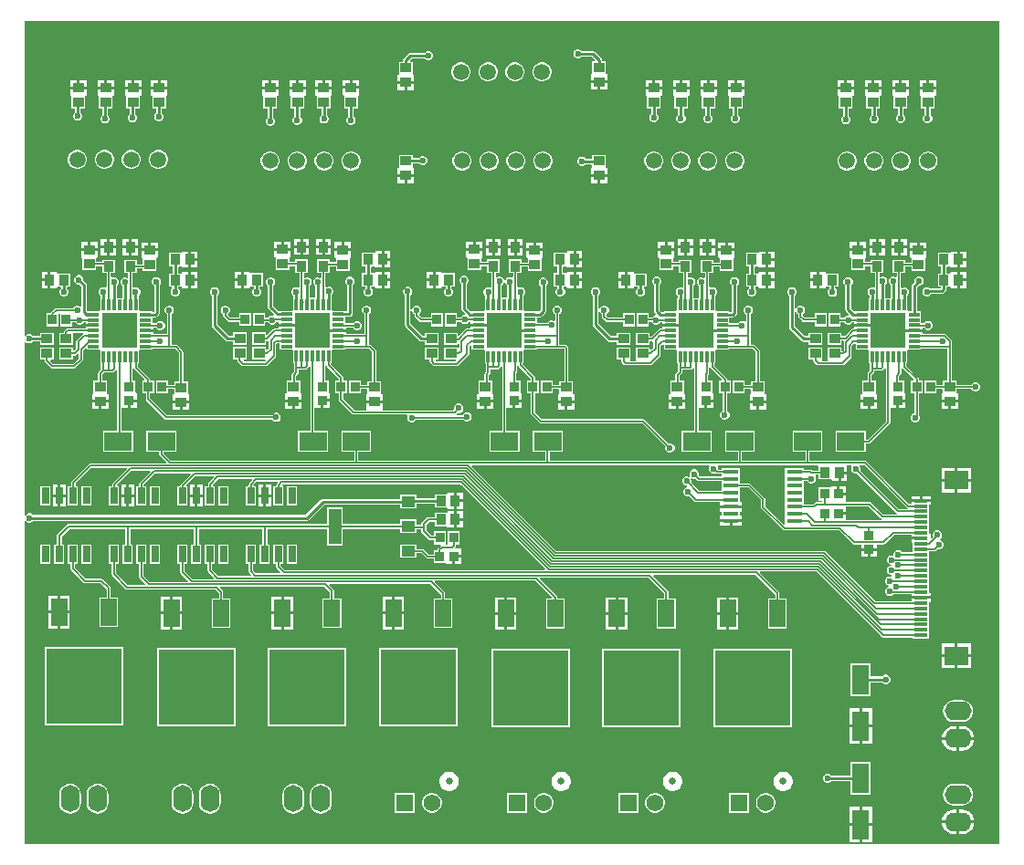
<source format=gtl>
G04*
G04 #@! TF.GenerationSoftware,Altium Limited,Altium Designer,23.3.1 (30)*
G04*
G04 Layer_Physical_Order=1*
G04 Layer_Color=255*
%FSLAX25Y25*%
%MOIN*%
G70*
G04*
G04 #@! TF.SameCoordinates,A8F844DE-C0E2-4737-AB7E-767533C4F731*
G04*
G04*
G04 #@! TF.FilePolarity,Positive*
G04*
G01*
G75*
%ADD14C,0.01000*%
%ADD16R,0.06299X0.11024*%
%ADD17R,0.05906X0.09843*%
%ADD18R,0.27559X0.27559*%
%ADD19R,0.03347X0.03740*%
%ADD20R,0.03543X0.03937*%
%ADD21R,0.04724X0.03937*%
%ADD22R,0.04724X0.12992*%
%ADD23R,0.02559X0.06004*%
%ADD24R,0.03937X0.03543*%
%ADD25R,0.09843X0.06693*%
%ADD26R,0.03740X0.03347*%
%ADD27R,0.12598X0.12598*%
%ADD28R,0.01181X0.03937*%
%ADD29R,0.03937X0.01181*%
%ADD30R,0.05807X0.01772*%
%ADD31R,0.05118X0.01181*%
%ADD32R,0.08661X0.07087*%
%ADD59C,0.00800*%
%ADD60C,0.00500*%
%ADD61C,0.00600*%
%ADD62C,0.05906*%
%ADD63O,0.06890X0.09843*%
%ADD64C,0.02559*%
%ADD65C,0.06201*%
%ADD66R,0.06201X0.06201*%
%ADD67O,0.09843X0.06890*%
%ADD68C,0.05000*%
%ADD69C,0.02362*%
%ADD70C,0.15000*%
G36*
X609197Y148303D02*
X253303D01*
Y154000D01*
Y266481D01*
X253665Y266609D01*
X253803Y266620D01*
X254248Y266175D01*
X254866Y265919D01*
X255534D01*
X256152Y266175D01*
X256558Y266580D01*
X356300D01*
X356690Y266658D01*
X357021Y266879D01*
X362677Y272535D01*
X390524D01*
Y271087D01*
X396248D01*
Y272780D01*
X402971D01*
Y271332D01*
X407286D01*
X407514Y271332D01*
X407786Y270944D01*
Y270831D01*
X410057D01*
Y273800D01*
Y276768D01*
X407786D01*
Y276656D01*
X407514Y276269D01*
X407286Y276269D01*
X402971D01*
Y274820D01*
X396248D01*
Y276024D01*
X390524D01*
Y274575D01*
X362255D01*
X361865Y274497D01*
X361534Y274276D01*
X355878Y268620D01*
X256558D01*
X256152Y269025D01*
X255534Y269281D01*
X254866D01*
X254248Y269025D01*
X253803Y268580D01*
X253665Y268591D01*
X253303Y268719D01*
Y331739D01*
X253803Y331920D01*
X254148Y331575D01*
X254766Y331319D01*
X255434D01*
X256052Y331575D01*
X256458Y331980D01*
X259032D01*
Y330677D01*
X263968D01*
Y335220D01*
X259032D01*
Y334020D01*
X256458D01*
X256052Y334425D01*
X255434Y334681D01*
X254766D01*
X254148Y334425D01*
X253803Y334080D01*
X253303Y334261D01*
Y449197D01*
X609197D01*
Y148303D01*
D02*
G37*
%LPC*%
G36*
X401134Y438081D02*
X400466D01*
X399848Y437825D01*
X399442Y437420D01*
X394200D01*
X393810Y437342D01*
X393479Y437121D01*
X391779Y435421D01*
X391558Y435090D01*
X391480Y434700D01*
Y434272D01*
X390032D01*
Y429957D01*
X390032Y429728D01*
X389644Y429457D01*
X389531D01*
Y427185D01*
X392500D01*
X395468D01*
Y429457D01*
X395356D01*
X394969Y429728D01*
X394969Y429957D01*
Y434272D01*
X394221D01*
X394014Y434772D01*
X394622Y435380D01*
X399442D01*
X399848Y434975D01*
X400466Y434719D01*
X401134D01*
X401752Y434975D01*
X402225Y435448D01*
X402481Y436066D01*
Y436734D01*
X402225Y437352D01*
X401752Y437825D01*
X401134Y438081D01*
D02*
G37*
G36*
X455585Y438820D02*
X454917D01*
X454299Y438564D01*
X453826Y438091D01*
X453570Y437473D01*
Y436804D01*
X453826Y436186D01*
X454299Y435713D01*
X454917Y435457D01*
X455585D01*
X456203Y435713D01*
X456609Y436119D01*
X460339D01*
X461529Y434929D01*
X461322Y434429D01*
X460532D01*
Y430114D01*
X460532Y429886D01*
X460144Y429614D01*
X460032D01*
Y427343D01*
X463000D01*
X465969D01*
Y429614D01*
X465856D01*
X465469Y429886D01*
X465469Y430114D01*
Y434429D01*
X464020D01*
Y434900D01*
X463942Y435290D01*
X463721Y435621D01*
X461482Y437859D01*
X461152Y438081D01*
X460761Y438158D01*
X456609D01*
X456203Y438564D01*
X455585Y438820D01*
D02*
G37*
G36*
X442640Y433953D02*
X441730D01*
X440852Y433717D01*
X440065Y433263D01*
X439422Y432620D01*
X438968Y431833D01*
X438732Y430955D01*
Y430045D01*
X438968Y429167D01*
X439422Y428380D01*
X440065Y427737D01*
X440852Y427282D01*
X441730Y427047D01*
X442640D01*
X443518Y427282D01*
X444305Y427737D01*
X444948Y428380D01*
X445402Y429167D01*
X445638Y430045D01*
Y430955D01*
X445402Y431833D01*
X444948Y432620D01*
X444305Y433263D01*
X443518Y433717D01*
X442640Y433953D01*
D02*
G37*
G36*
X432797D02*
X431888D01*
X431010Y433717D01*
X430223Y433263D01*
X429580Y432620D01*
X429125Y431833D01*
X428890Y430955D01*
Y430045D01*
X429125Y429167D01*
X429580Y428380D01*
X430223Y427737D01*
X431010Y427282D01*
X431888Y427047D01*
X432797D01*
X433675Y427282D01*
X434463Y427737D01*
X435105Y428380D01*
X435560Y429167D01*
X435795Y430045D01*
Y430955D01*
X435560Y431833D01*
X435105Y432620D01*
X434463Y433263D01*
X433675Y433717D01*
X432797Y433953D01*
D02*
G37*
G36*
X422955D02*
X422045D01*
X421167Y433717D01*
X420380Y433263D01*
X419737Y432620D01*
X419282Y431833D01*
X419047Y430955D01*
Y430045D01*
X419282Y429167D01*
X419737Y428380D01*
X420380Y427737D01*
X421167Y427282D01*
X422045Y427047D01*
X422955D01*
X423833Y427282D01*
X424620Y427737D01*
X425263Y428380D01*
X425717Y429167D01*
X425953Y430045D01*
Y430955D01*
X425717Y431833D01*
X425263Y432620D01*
X424620Y433263D01*
X423833Y433717D01*
X422955Y433953D01*
D02*
G37*
G36*
X413112D02*
X412203D01*
X411325Y433717D01*
X410537Y433263D01*
X409895Y432620D01*
X409440Y431833D01*
X409205Y430955D01*
Y430045D01*
X409440Y429167D01*
X409895Y428380D01*
X410537Y427737D01*
X411325Y427282D01*
X412203Y427047D01*
X413112D01*
X413990Y427282D01*
X414778Y427737D01*
X415420Y428380D01*
X415875Y429167D01*
X416110Y430045D01*
Y430955D01*
X415875Y431833D01*
X415420Y432620D01*
X414778Y433263D01*
X413990Y433717D01*
X413112Y433953D01*
D02*
G37*
G36*
X375468Y427587D02*
X373000D01*
Y425315D01*
X375468D01*
Y427587D01*
D02*
G37*
G36*
X372000D02*
X369531D01*
Y425315D01*
X372000D01*
Y427587D01*
D02*
G37*
G36*
X585968Y427429D02*
X583500D01*
Y425157D01*
X585968D01*
Y427429D01*
D02*
G37*
G36*
X582500D02*
X580031D01*
Y425157D01*
X582500D01*
Y427429D01*
D02*
G37*
G36*
X575969D02*
X573500D01*
Y425157D01*
X575969D01*
Y427429D01*
D02*
G37*
G36*
X572500D02*
X570031D01*
Y425157D01*
X572500D01*
Y427429D01*
D02*
G37*
G36*
X565969D02*
X563500D01*
Y425157D01*
X565969D01*
Y427429D01*
D02*
G37*
G36*
X562500D02*
X560032D01*
Y425157D01*
X562500D01*
Y427429D01*
D02*
G37*
G36*
X555969D02*
X553500D01*
Y425157D01*
X555969D01*
Y427429D01*
D02*
G37*
G36*
X552500D02*
X550032D01*
Y425157D01*
X552500D01*
Y427429D01*
D02*
G37*
G36*
X515969D02*
X513500D01*
Y425157D01*
X515969D01*
Y427429D01*
D02*
G37*
G36*
X512500D02*
X510032D01*
Y425157D01*
X512500D01*
Y427429D01*
D02*
G37*
G36*
X505969D02*
X503500D01*
Y425157D01*
X505969D01*
Y427429D01*
D02*
G37*
G36*
X502500D02*
X500032D01*
Y425157D01*
X502500D01*
Y427429D01*
D02*
G37*
G36*
X495968D02*
X493500D01*
Y425157D01*
X495968D01*
Y427429D01*
D02*
G37*
G36*
X492500D02*
X490031D01*
Y425157D01*
X492500D01*
Y427429D01*
D02*
G37*
G36*
X485968D02*
X483500D01*
Y425157D01*
X485968D01*
Y427429D01*
D02*
G37*
G36*
X482500D02*
X480031D01*
Y425157D01*
X482500D01*
Y427429D01*
D02*
G37*
G36*
X365469D02*
X363000D01*
Y425157D01*
X365469D01*
Y427429D01*
D02*
G37*
G36*
X362000D02*
X359531D01*
Y425157D01*
X362000D01*
Y427429D01*
D02*
G37*
G36*
X355968D02*
X353500D01*
Y425157D01*
X355968D01*
Y427429D01*
D02*
G37*
G36*
X352500D02*
X350031D01*
Y425157D01*
X352500D01*
Y427429D01*
D02*
G37*
G36*
X345969D02*
X343500D01*
Y425157D01*
X345969D01*
Y427429D01*
D02*
G37*
G36*
X342500D02*
X340032D01*
Y425157D01*
X342500D01*
Y427429D01*
D02*
G37*
G36*
X305469D02*
X303000D01*
Y425157D01*
X305469D01*
Y427429D01*
D02*
G37*
G36*
X302000D02*
X299532D01*
Y425157D01*
X302000D01*
Y427429D01*
D02*
G37*
G36*
X295969D02*
X293500D01*
Y425157D01*
X295969D01*
Y427429D01*
D02*
G37*
G36*
X292500D02*
X290032D01*
Y425157D01*
X292500D01*
Y427429D01*
D02*
G37*
G36*
X285968D02*
X283500D01*
Y425157D01*
X285968D01*
Y427429D01*
D02*
G37*
G36*
X282500D02*
X280031D01*
Y425157D01*
X282500D01*
Y427429D01*
D02*
G37*
G36*
X275969D02*
X273500D01*
Y425157D01*
X275969D01*
Y427429D01*
D02*
G37*
G36*
X272500D02*
X270031D01*
Y425157D01*
X272500D01*
Y427429D01*
D02*
G37*
G36*
X465969Y426342D02*
X463500D01*
Y424071D01*
X465969D01*
Y426342D01*
D02*
G37*
G36*
X462500D02*
X460032D01*
Y424071D01*
X462500D01*
Y426342D01*
D02*
G37*
G36*
X395468Y426185D02*
X393000D01*
Y423913D01*
X395468D01*
Y426185D01*
D02*
G37*
G36*
X392000D02*
X389531D01*
Y423913D01*
X392000D01*
Y426185D01*
D02*
G37*
G36*
X275969Y424157D02*
X270031D01*
Y421886D01*
X270144D01*
X270532Y421614D01*
X270532Y421386D01*
Y417071D01*
X271780D01*
Y415658D01*
X271375Y415252D01*
X271119Y414634D01*
Y413966D01*
X271375Y413348D01*
X271848Y412875D01*
X272466Y412619D01*
X273134D01*
X273752Y412875D01*
X274225Y413348D01*
X274481Y413966D01*
Y414634D01*
X274225Y415252D01*
X273820Y415658D01*
Y417071D01*
X275468D01*
Y421386D01*
X275468Y421614D01*
X275856Y421886D01*
X275969D01*
Y424157D01*
D02*
G37*
G36*
X305469D02*
X299532D01*
Y421886D01*
X299644D01*
X300031Y421614D01*
X300031Y421386D01*
Y417071D01*
X301301D01*
Y415415D01*
X300896Y415009D01*
X300640Y414391D01*
Y413723D01*
X300896Y413105D01*
X301368Y412632D01*
X301986Y412376D01*
X302655D01*
X303273Y412632D01*
X303746Y413105D01*
X304002Y413723D01*
Y414391D01*
X303746Y415009D01*
X303340Y415415D01*
Y417071D01*
X304969D01*
Y421386D01*
X304969Y421614D01*
X305356Y421886D01*
X305469D01*
Y424157D01*
D02*
G37*
G36*
X485968D02*
X480031D01*
Y421886D01*
X480144D01*
X480532Y421614D01*
X480532Y421386D01*
Y417071D01*
X481919D01*
Y415152D01*
X481514Y414747D01*
X481258Y414129D01*
Y413460D01*
X481514Y412842D01*
X481987Y412369D01*
X482605Y412114D01*
X483273D01*
X483891Y412369D01*
X484364Y412842D01*
X484620Y413460D01*
Y414129D01*
X484364Y414747D01*
X483959Y415152D01*
Y417071D01*
X485468D01*
Y421386D01*
X485468Y421614D01*
X485856Y421886D01*
X485968D01*
Y424157D01*
D02*
G37*
G36*
X295969D02*
X290032D01*
Y421886D01*
X290144D01*
X290531Y421614D01*
X290531Y421386D01*
Y417071D01*
X291680D01*
Y415058D01*
X291275Y414652D01*
X291019Y414034D01*
Y413366D01*
X291275Y412748D01*
X291748Y412275D01*
X292366Y412019D01*
X293034D01*
X293652Y412275D01*
X294125Y412748D01*
X294381Y413366D01*
Y414034D01*
X294125Y414652D01*
X293720Y415058D01*
Y417071D01*
X295468D01*
Y421386D01*
X295468Y421614D01*
X295856Y421886D01*
X295969D01*
Y424157D01*
D02*
G37*
G36*
X575969D02*
X570031D01*
Y421886D01*
X570144D01*
X570532Y421614D01*
X570532Y421386D01*
Y417071D01*
X572102D01*
Y414948D01*
X571697Y414543D01*
X571441Y413925D01*
Y413256D01*
X571697Y412638D01*
X572170Y412165D01*
X572788Y411909D01*
X573456D01*
X574074Y412165D01*
X574547Y412638D01*
X574803Y413256D01*
Y413925D01*
X574547Y414543D01*
X574142Y414948D01*
Y417071D01*
X575468D01*
Y421386D01*
X575468Y421614D01*
X575856Y421886D01*
X575969D01*
Y424157D01*
D02*
G37*
G36*
X495968D02*
X490031D01*
Y421886D01*
X490144D01*
X490531Y421614D01*
X490531Y421386D01*
Y417071D01*
X491880D01*
Y414858D01*
X491475Y414452D01*
X491219Y413834D01*
Y413166D01*
X491475Y412548D01*
X491948Y412075D01*
X492566Y411819D01*
X493234D01*
X493852Y412075D01*
X494325Y412548D01*
X494581Y413166D01*
Y413834D01*
X494325Y414452D01*
X493920Y414858D01*
Y417071D01*
X495469D01*
Y421386D01*
X495469Y421614D01*
X495856Y421886D01*
X495968D01*
Y424157D01*
D02*
G37*
G36*
X505969D02*
X500032D01*
Y421886D01*
X500144D01*
X500531Y421614D01*
X500531Y421386D01*
Y417071D01*
X501644D01*
Y414791D01*
X501238Y414386D01*
X500982Y413768D01*
Y413099D01*
X501238Y412481D01*
X501711Y412008D01*
X502329Y411752D01*
X502998D01*
X503616Y412008D01*
X504089Y412481D01*
X504345Y413099D01*
Y413768D01*
X504089Y414386D01*
X503683Y414791D01*
Y417071D01*
X505469D01*
Y421386D01*
X505469Y421614D01*
X505856Y421886D01*
X505969D01*
Y424157D01*
D02*
G37*
G36*
X585968D02*
X580031D01*
Y421886D01*
X580144D01*
X580532Y421614D01*
X580532Y421386D01*
Y417071D01*
X581880D01*
Y414758D01*
X581475Y414352D01*
X581219Y413734D01*
Y413066D01*
X581475Y412448D01*
X581948Y411975D01*
X582566Y411719D01*
X583234D01*
X583852Y411975D01*
X584325Y412448D01*
X584581Y413066D01*
Y413734D01*
X584325Y414352D01*
X583920Y414758D01*
Y417071D01*
X585468D01*
Y421386D01*
X585468Y421614D01*
X585856Y421886D01*
X585968D01*
Y424157D01*
D02*
G37*
G36*
X515969D02*
X510032D01*
Y421886D01*
X510144D01*
X510532Y421614D01*
X510532Y421386D01*
Y417071D01*
X511680D01*
Y414758D01*
X511275Y414352D01*
X511019Y413734D01*
Y413066D01*
X511275Y412448D01*
X511748Y411975D01*
X512366Y411719D01*
X513034D01*
X513652Y411975D01*
X514125Y412448D01*
X514381Y413066D01*
Y413734D01*
X514125Y414352D01*
X513720Y414758D01*
Y417071D01*
X515469D01*
Y421386D01*
X515469Y421614D01*
X515856Y421886D01*
X515969D01*
Y424157D01*
D02*
G37*
G36*
X565969D02*
X560032D01*
Y421886D01*
X560144D01*
X560532Y421614D01*
X560532Y421386D01*
Y417071D01*
X562380D01*
Y414658D01*
X561975Y414252D01*
X561719Y413634D01*
Y412966D01*
X561975Y412348D01*
X562448Y411875D01*
X563066Y411619D01*
X563734D01*
X564352Y411875D01*
X564825Y412348D01*
X565081Y412966D01*
Y413634D01*
X564825Y414252D01*
X564420Y414658D01*
Y417071D01*
X565469D01*
Y421386D01*
X565469Y421614D01*
X565856Y421886D01*
X565969D01*
Y424157D01*
D02*
G37*
G36*
X365469D02*
X359531D01*
Y421886D01*
X359644D01*
X360032Y421614D01*
X360032Y421386D01*
Y417071D01*
X361580D01*
Y414658D01*
X361175Y414252D01*
X360919Y413634D01*
Y412966D01*
X361175Y412348D01*
X361648Y411875D01*
X362266Y411619D01*
X362934D01*
X363552Y411875D01*
X364025Y412348D01*
X364281Y412966D01*
Y413634D01*
X364025Y414252D01*
X363620Y414658D01*
Y417071D01*
X364968D01*
Y421386D01*
X364968Y421614D01*
X365356Y421886D01*
X365469D01*
Y424157D01*
D02*
G37*
G36*
X285968D02*
X280031D01*
Y421886D01*
X280144D01*
X280532Y421614D01*
X280532Y421386D01*
Y417071D01*
X281780D01*
Y414658D01*
X281375Y414252D01*
X281119Y413634D01*
Y412966D01*
X281375Y412348D01*
X281848Y411875D01*
X282466Y411619D01*
X283134D01*
X283752Y411875D01*
X284225Y412348D01*
X284481Y412966D01*
Y413634D01*
X284225Y414252D01*
X283820Y414658D01*
Y417071D01*
X285469D01*
Y421386D01*
X285469Y421614D01*
X285856Y421886D01*
X285968D01*
Y424157D01*
D02*
G37*
G36*
X555969D02*
X550032D01*
Y421886D01*
X550144D01*
X550531Y421614D01*
X550531Y421386D01*
Y417071D01*
X551980D01*
Y414358D01*
X551575Y413952D01*
X551319Y413334D01*
Y412666D01*
X551575Y412048D01*
X552048Y411575D01*
X552666Y411319D01*
X553334D01*
X553952Y411575D01*
X554425Y412048D01*
X554681Y412666D01*
Y413334D01*
X554425Y413952D01*
X554020Y414358D01*
Y417071D01*
X555469D01*
Y421386D01*
X555469Y421614D01*
X555856Y421886D01*
X555969D01*
Y424157D01*
D02*
G37*
G36*
X375468Y424315D02*
X369531D01*
Y422043D01*
X369644D01*
X370031Y421772D01*
X370031Y421543D01*
Y417228D01*
X371480D01*
Y414258D01*
X371075Y413852D01*
X370819Y413234D01*
Y412566D01*
X371075Y411948D01*
X371548Y411475D01*
X372166Y411219D01*
X372834D01*
X373452Y411475D01*
X373925Y411948D01*
X374181Y412566D01*
Y413234D01*
X373925Y413852D01*
X373520Y414258D01*
Y417228D01*
X374969D01*
Y421543D01*
X374969Y421772D01*
X375356Y422043D01*
X375468D01*
Y424315D01*
D02*
G37*
G36*
X355968Y424157D02*
X350031D01*
Y421886D01*
X350144D01*
X350532Y421614D01*
X350532Y421386D01*
Y417071D01*
X351880D01*
Y414258D01*
X351475Y413852D01*
X351219Y413234D01*
Y412566D01*
X351475Y411948D01*
X351948Y411475D01*
X352566Y411219D01*
X353234D01*
X353852Y411475D01*
X354325Y411948D01*
X354581Y412566D01*
Y413234D01*
X354325Y413852D01*
X353920Y414258D01*
Y417071D01*
X355469D01*
Y421386D01*
X355469Y421614D01*
X355856Y421886D01*
X355968D01*
Y424157D01*
D02*
G37*
G36*
X345969D02*
X340032D01*
Y421886D01*
X340144D01*
X340531Y421614D01*
X340531Y421386D01*
Y417071D01*
X341980D01*
Y413758D01*
X341575Y413352D01*
X341319Y412734D01*
Y412066D01*
X341575Y411448D01*
X342048Y410975D01*
X342666Y410719D01*
X343334D01*
X343952Y410975D01*
X344425Y411448D01*
X344681Y412066D01*
Y412734D01*
X344425Y413352D01*
X344020Y413758D01*
Y417071D01*
X345468D01*
Y421386D01*
X345468Y421614D01*
X345856Y421886D01*
X345969D01*
Y424157D01*
D02*
G37*
G36*
X465469Y400272D02*
X460532D01*
Y398925D01*
X458111D01*
X457705Y399331D01*
X457088Y399587D01*
X456419D01*
X455801Y399331D01*
X455328Y398858D01*
X455072Y398240D01*
Y397571D01*
X455328Y396953D01*
X455801Y396480D01*
X456419Y396225D01*
X457088D01*
X457705Y396480D01*
X458111Y396886D01*
X460178D01*
X460532Y396533D01*
X460532Y395728D01*
X460144Y395457D01*
X460032D01*
Y393185D01*
X463000D01*
X465969D01*
Y395457D01*
X465856D01*
X465469Y395728D01*
X465469Y395957D01*
Y400272D01*
D02*
G37*
G36*
X394969D02*
X390032D01*
Y395957D01*
X390032Y395728D01*
X389644Y395457D01*
X389531D01*
Y393185D01*
X392500D01*
X395468D01*
Y395457D01*
X395356D01*
X394969Y395728D01*
X394969Y395957D01*
Y397080D01*
X397242D01*
X397648Y396675D01*
X398266Y396419D01*
X398934D01*
X399552Y396675D01*
X400025Y397148D01*
X400281Y397766D01*
Y398434D01*
X400025Y399052D01*
X399552Y399525D01*
X398934Y399781D01*
X398266D01*
X397648Y399525D01*
X397242Y399120D01*
X394969D01*
Y400272D01*
D02*
G37*
G36*
X302640Y401953D02*
X301730D01*
X300852Y401718D01*
X300065Y401263D01*
X299422Y400620D01*
X298968Y399833D01*
X298732Y398955D01*
Y398045D01*
X298968Y397167D01*
X299422Y396380D01*
X300065Y395737D01*
X300852Y395283D01*
X301730Y395047D01*
X302640D01*
X303518Y395283D01*
X304305Y395737D01*
X304948Y396380D01*
X305402Y397167D01*
X305638Y398045D01*
Y398955D01*
X305402Y399833D01*
X304948Y400620D01*
X304305Y401263D01*
X303518Y401718D01*
X302640Y401953D01*
D02*
G37*
G36*
X292797D02*
X291888D01*
X291010Y401718D01*
X290223Y401263D01*
X289580Y400620D01*
X289125Y399833D01*
X288890Y398955D01*
Y398045D01*
X289125Y397167D01*
X289580Y396380D01*
X290223Y395737D01*
X291010Y395283D01*
X291888Y395047D01*
X292797D01*
X293675Y395283D01*
X294463Y395737D01*
X295105Y396380D01*
X295560Y397167D01*
X295795Y398045D01*
Y398955D01*
X295560Y399833D01*
X295105Y400620D01*
X294463Y401263D01*
X293675Y401718D01*
X292797Y401953D01*
D02*
G37*
G36*
X282955D02*
X282045D01*
X281167Y401718D01*
X280380Y401263D01*
X279737Y400620D01*
X279282Y399833D01*
X279047Y398955D01*
Y398045D01*
X279282Y397167D01*
X279737Y396380D01*
X280380Y395737D01*
X281167Y395283D01*
X282045Y395047D01*
X282955D01*
X283833Y395283D01*
X284620Y395737D01*
X285263Y396380D01*
X285718Y397167D01*
X285953Y398045D01*
Y398955D01*
X285718Y399833D01*
X285263Y400620D01*
X284620Y401263D01*
X283833Y401718D01*
X282955Y401953D01*
D02*
G37*
G36*
X273112D02*
X272203D01*
X271325Y401718D01*
X270537Y401263D01*
X269895Y400620D01*
X269440Y399833D01*
X269205Y398955D01*
Y398045D01*
X269440Y397167D01*
X269895Y396380D01*
X270537Y395737D01*
X271325Y395283D01*
X272203Y395047D01*
X273112D01*
X273990Y395283D01*
X274778Y395737D01*
X275420Y396380D01*
X275875Y397167D01*
X276110Y398045D01*
Y398955D01*
X275875Y399833D01*
X275420Y400620D01*
X274778Y401263D01*
X273990Y401718D01*
X273112Y401953D01*
D02*
G37*
G36*
X583482Y401453D02*
X582573D01*
X581695Y401218D01*
X580907Y400763D01*
X580265Y400120D01*
X579810Y399333D01*
X579575Y398455D01*
Y397545D01*
X579810Y396667D01*
X580265Y395880D01*
X580907Y395237D01*
X581695Y394782D01*
X582573Y394547D01*
X583482D01*
X584360Y394782D01*
X585148Y395237D01*
X585790Y395880D01*
X586245Y396667D01*
X586480Y397545D01*
Y398455D01*
X586245Y399333D01*
X585790Y400120D01*
X585148Y400763D01*
X584360Y401218D01*
X583482Y401453D01*
D02*
G37*
G36*
X573640D02*
X572730D01*
X571852Y401218D01*
X571065Y400763D01*
X570422Y400120D01*
X569968Y399333D01*
X569732Y398455D01*
Y397545D01*
X569968Y396667D01*
X570422Y395880D01*
X571065Y395237D01*
X571852Y394782D01*
X572730Y394547D01*
X573640D01*
X574518Y394782D01*
X575305Y395237D01*
X575948Y395880D01*
X576403Y396667D01*
X576638Y397545D01*
Y398455D01*
X576403Y399333D01*
X575948Y400120D01*
X575305Y400763D01*
X574518Y401218D01*
X573640Y401453D01*
D02*
G37*
G36*
X563797D02*
X562888D01*
X562010Y401218D01*
X561223Y400763D01*
X560580Y400120D01*
X560125Y399333D01*
X559890Y398455D01*
Y397545D01*
X560125Y396667D01*
X560580Y395880D01*
X561223Y395237D01*
X562010Y394782D01*
X562888Y394547D01*
X563797D01*
X564675Y394782D01*
X565463Y395237D01*
X566105Y395880D01*
X566560Y396667D01*
X566795Y397545D01*
Y398455D01*
X566560Y399333D01*
X566105Y400120D01*
X565463Y400763D01*
X564675Y401218D01*
X563797Y401453D01*
D02*
G37*
G36*
X553955D02*
X553045D01*
X552167Y401218D01*
X551380Y400763D01*
X550737Y400120D01*
X550282Y399333D01*
X550047Y398455D01*
Y397545D01*
X550282Y396667D01*
X550737Y395880D01*
X551380Y395237D01*
X552167Y394782D01*
X553045Y394547D01*
X553955D01*
X554833Y394782D01*
X555620Y395237D01*
X556263Y395880D01*
X556717Y396667D01*
X556953Y397545D01*
Y398455D01*
X556717Y399333D01*
X556263Y400120D01*
X555620Y400763D01*
X554833Y401218D01*
X553955Y401453D01*
D02*
G37*
G36*
X512982D02*
X512073D01*
X511195Y401218D01*
X510407Y400763D01*
X509765Y400120D01*
X509310Y399333D01*
X509075Y398455D01*
Y397545D01*
X509310Y396667D01*
X509765Y395880D01*
X510407Y395237D01*
X511195Y394782D01*
X512073Y394547D01*
X512982D01*
X513860Y394782D01*
X514648Y395237D01*
X515290Y395880D01*
X515745Y396667D01*
X515980Y397545D01*
Y398455D01*
X515745Y399333D01*
X515290Y400120D01*
X514648Y400763D01*
X513860Y401218D01*
X512982Y401453D01*
D02*
G37*
G36*
X503140D02*
X502231D01*
X501352Y401218D01*
X500565Y400763D01*
X499922Y400120D01*
X499468Y399333D01*
X499232Y398455D01*
Y397545D01*
X499468Y396667D01*
X499922Y395880D01*
X500565Y395237D01*
X501352Y394782D01*
X502231Y394547D01*
X503140D01*
X504018Y394782D01*
X504805Y395237D01*
X505448Y395880D01*
X505902Y396667D01*
X506138Y397545D01*
Y398455D01*
X505902Y399333D01*
X505448Y400120D01*
X504805Y400763D01*
X504018Y401218D01*
X503140Y401453D01*
D02*
G37*
G36*
X493297D02*
X492388D01*
X491510Y401218D01*
X490723Y400763D01*
X490080Y400120D01*
X489625Y399333D01*
X489390Y398455D01*
Y397545D01*
X489625Y396667D01*
X490080Y395880D01*
X490723Y395237D01*
X491510Y394782D01*
X492388Y394547D01*
X493297D01*
X494175Y394782D01*
X494963Y395237D01*
X495605Y395880D01*
X496060Y396667D01*
X496295Y397545D01*
Y398455D01*
X496060Y399333D01*
X495605Y400120D01*
X494963Y400763D01*
X494175Y401218D01*
X493297Y401453D01*
D02*
G37*
G36*
X483455D02*
X482545D01*
X481667Y401218D01*
X480880Y400763D01*
X480237Y400120D01*
X479782Y399333D01*
X479547Y398455D01*
Y397545D01*
X479782Y396667D01*
X480237Y395880D01*
X480880Y395237D01*
X481667Y394782D01*
X482545Y394547D01*
X483455D01*
X484333Y394782D01*
X485120Y395237D01*
X485763Y395880D01*
X486217Y396667D01*
X486453Y397545D01*
Y398455D01*
X486217Y399333D01*
X485763Y400120D01*
X485120Y400763D01*
X484333Y401218D01*
X483455Y401453D01*
D02*
G37*
G36*
X442982D02*
X442073D01*
X441195Y401218D01*
X440408Y400763D01*
X439765Y400120D01*
X439310Y399333D01*
X439075Y398455D01*
Y397545D01*
X439310Y396667D01*
X439765Y395880D01*
X440408Y395237D01*
X441195Y394782D01*
X442073Y394547D01*
X442982D01*
X443860Y394782D01*
X444648Y395237D01*
X445290Y395880D01*
X445745Y396667D01*
X445980Y397545D01*
Y398455D01*
X445745Y399333D01*
X445290Y400120D01*
X444648Y400763D01*
X443860Y401218D01*
X442982Y401453D01*
D02*
G37*
G36*
X433140D02*
X432231D01*
X431352Y401218D01*
X430565Y400763D01*
X429922Y400120D01*
X429468Y399333D01*
X429232Y398455D01*
Y397545D01*
X429468Y396667D01*
X429922Y395880D01*
X430565Y395237D01*
X431352Y394782D01*
X432231Y394547D01*
X433140D01*
X434018Y394782D01*
X434805Y395237D01*
X435448Y395880D01*
X435903Y396667D01*
X436138Y397545D01*
Y398455D01*
X435903Y399333D01*
X435448Y400120D01*
X434805Y400763D01*
X434018Y401218D01*
X433140Y401453D01*
D02*
G37*
G36*
X423297D02*
X422388D01*
X421510Y401218D01*
X420722Y400763D01*
X420080Y400120D01*
X419625Y399333D01*
X419390Y398455D01*
Y397545D01*
X419625Y396667D01*
X420080Y395880D01*
X420722Y395237D01*
X421510Y394782D01*
X422388Y394547D01*
X423297D01*
X424175Y394782D01*
X424963Y395237D01*
X425605Y395880D01*
X426060Y396667D01*
X426295Y397545D01*
Y398455D01*
X426060Y399333D01*
X425605Y400120D01*
X424963Y400763D01*
X424175Y401218D01*
X423297Y401453D01*
D02*
G37*
G36*
X413455D02*
X412545D01*
X411667Y401218D01*
X410880Y400763D01*
X410237Y400120D01*
X409783Y399333D01*
X409547Y398455D01*
Y397545D01*
X409783Y396667D01*
X410237Y395880D01*
X410880Y395237D01*
X411667Y394782D01*
X412545Y394547D01*
X413455D01*
X414333Y394782D01*
X415120Y395237D01*
X415763Y395880D01*
X416218Y396667D01*
X416453Y397545D01*
Y398455D01*
X416218Y399333D01*
X415763Y400120D01*
X415120Y400763D01*
X414333Y401218D01*
X413455Y401453D01*
D02*
G37*
G36*
X372982D02*
X372073D01*
X371195Y401218D01*
X370408Y400763D01*
X369765Y400120D01*
X369310Y399333D01*
X369075Y398455D01*
Y397545D01*
X369310Y396667D01*
X369765Y395880D01*
X370408Y395237D01*
X371195Y394782D01*
X372073Y394547D01*
X372982D01*
X373860Y394782D01*
X374648Y395237D01*
X375290Y395880D01*
X375745Y396667D01*
X375980Y397545D01*
Y398455D01*
X375745Y399333D01*
X375290Y400120D01*
X374648Y400763D01*
X373860Y401218D01*
X372982Y401453D01*
D02*
G37*
G36*
X363140D02*
X362230D01*
X361352Y401218D01*
X360565Y400763D01*
X359922Y400120D01*
X359468Y399333D01*
X359232Y398455D01*
Y397545D01*
X359468Y396667D01*
X359922Y395880D01*
X360565Y395237D01*
X361352Y394782D01*
X362230Y394547D01*
X363140D01*
X364018Y394782D01*
X364805Y395237D01*
X365448Y395880D01*
X365902Y396667D01*
X366138Y397545D01*
Y398455D01*
X365902Y399333D01*
X365448Y400120D01*
X364805Y400763D01*
X364018Y401218D01*
X363140Y401453D01*
D02*
G37*
G36*
X353297D02*
X352388D01*
X351510Y401218D01*
X350723Y400763D01*
X350080Y400120D01*
X349625Y399333D01*
X349390Y398455D01*
Y397545D01*
X349625Y396667D01*
X350080Y395880D01*
X350723Y395237D01*
X351510Y394782D01*
X352388Y394547D01*
X353297D01*
X354175Y394782D01*
X354963Y395237D01*
X355605Y395880D01*
X356060Y396667D01*
X356295Y397545D01*
Y398455D01*
X356060Y399333D01*
X355605Y400120D01*
X354963Y400763D01*
X354175Y401218D01*
X353297Y401453D01*
D02*
G37*
G36*
X343455D02*
X342545D01*
X341667Y401218D01*
X340880Y400763D01*
X340237Y400120D01*
X339783Y399333D01*
X339547Y398455D01*
Y397545D01*
X339783Y396667D01*
X340237Y395880D01*
X340880Y395237D01*
X341667Y394782D01*
X342545Y394547D01*
X343455D01*
X344333Y394782D01*
X345120Y395237D01*
X345763Y395880D01*
X346217Y396667D01*
X346453Y397545D01*
Y398455D01*
X346217Y399333D01*
X345763Y400120D01*
X345120Y400763D01*
X344333Y401218D01*
X343455Y401453D01*
D02*
G37*
G36*
X465969Y392185D02*
X463500D01*
Y389913D01*
X465969D01*
Y392185D01*
D02*
G37*
G36*
X462500D02*
X460032D01*
Y389913D01*
X462500D01*
Y392185D01*
D02*
G37*
G36*
X395468D02*
X393000D01*
Y389913D01*
X395468D01*
Y392185D01*
D02*
G37*
G36*
X392000D02*
X389531D01*
Y389913D01*
X392000D01*
Y392185D01*
D02*
G37*
G36*
X365220Y369567D02*
X362949D01*
Y367098D01*
X365220D01*
Y369567D01*
D02*
G37*
G36*
X357221D02*
X354949D01*
Y367098D01*
X357221D01*
Y369567D01*
D02*
G37*
G36*
X361949D02*
X359677D01*
Y367098D01*
X361949D01*
Y369567D01*
D02*
G37*
G36*
X353949D02*
X351677D01*
Y367098D01*
X353949D01*
Y369567D01*
D02*
G37*
G36*
X435220Y369535D02*
X432949D01*
Y367067D01*
X435220D01*
Y369535D01*
D02*
G37*
G36*
X427220D02*
X424949D01*
Y367067D01*
X427220D01*
Y369535D01*
D02*
G37*
G36*
X431949D02*
X429677D01*
Y367067D01*
X431949D01*
Y369535D01*
D02*
G37*
G36*
X423949D02*
X421677D01*
Y367067D01*
X423949D01*
Y369535D01*
D02*
G37*
G36*
X294772Y369504D02*
X292500D01*
Y367035D01*
X294772D01*
Y369504D01*
D02*
G37*
G36*
X286772D02*
X284500D01*
Y367035D01*
X286772D01*
Y369504D01*
D02*
G37*
G36*
X291500D02*
X289228D01*
Y367035D01*
X291500D01*
Y369504D01*
D02*
G37*
G36*
X283500D02*
X281228D01*
Y367035D01*
X283500D01*
Y369504D01*
D02*
G37*
G36*
X575272Y369504D02*
X573000D01*
Y367035D01*
X575272D01*
Y369504D01*
D02*
G37*
G36*
X567272D02*
X565000D01*
Y367035D01*
X567272D01*
Y369504D01*
D02*
G37*
G36*
X505272D02*
X503000D01*
Y367035D01*
X505272D01*
Y369504D01*
D02*
G37*
G36*
X497272D02*
X495000D01*
Y367035D01*
X497272D01*
Y369504D01*
D02*
G37*
G36*
X572000D02*
X569728D01*
Y367035D01*
X572000D01*
Y369504D01*
D02*
G37*
G36*
X564000D02*
X561728D01*
Y367035D01*
X564000D01*
Y369504D01*
D02*
G37*
G36*
X502000D02*
X499728D01*
Y367035D01*
X502000D01*
Y369504D01*
D02*
G37*
G36*
X494000D02*
X491728D01*
Y367035D01*
X494000D01*
Y369504D01*
D02*
G37*
G36*
X350417Y368441D02*
X347949D01*
Y366169D01*
X350417D01*
Y368441D01*
D02*
G37*
G36*
X346949D02*
X344480D01*
Y366169D01*
X346949D01*
Y368441D01*
D02*
G37*
G36*
X420417Y368409D02*
X417949D01*
Y366138D01*
X420417D01*
Y368409D01*
D02*
G37*
G36*
X416949D02*
X414480D01*
Y366138D01*
X416949D01*
Y368409D01*
D02*
G37*
G36*
X279969Y368378D02*
X277500D01*
Y366106D01*
X279969D01*
Y368378D01*
D02*
G37*
G36*
X276500D02*
X274031D01*
Y366106D01*
X276500D01*
Y368378D01*
D02*
G37*
G36*
X560468Y368378D02*
X558000D01*
Y366106D01*
X560468D01*
Y368378D01*
D02*
G37*
G36*
X490469D02*
X488000D01*
Y366106D01*
X490469D01*
Y368378D01*
D02*
G37*
G36*
X557000D02*
X554531D01*
Y366106D01*
X557000D01*
Y368378D01*
D02*
G37*
G36*
X487000D02*
X484531D01*
Y366106D01*
X487000D01*
Y368378D01*
D02*
G37*
G36*
X372417Y368283D02*
X369949D01*
Y366012D01*
X372417D01*
Y368283D01*
D02*
G37*
G36*
X368949D02*
X366480D01*
Y366012D01*
X368949D01*
Y368283D01*
D02*
G37*
G36*
X442417Y368252D02*
X439949D01*
Y365980D01*
X442417D01*
Y368252D01*
D02*
G37*
G36*
X438949D02*
X436480D01*
Y365980D01*
X438949D01*
Y368252D01*
D02*
G37*
G36*
X582469Y368220D02*
X580000D01*
Y365949D01*
X582469D01*
Y368220D01*
D02*
G37*
G36*
X512468D02*
X510000D01*
Y365949D01*
X512468D01*
Y368220D01*
D02*
G37*
G36*
X579000D02*
X576532D01*
Y365949D01*
X579000D01*
Y368220D01*
D02*
G37*
G36*
X509000D02*
X506531D01*
Y365949D01*
X509000D01*
Y368220D01*
D02*
G37*
G36*
X301969Y368220D02*
X299500D01*
Y365949D01*
X301969D01*
Y368220D01*
D02*
G37*
G36*
X298500D02*
X296031D01*
Y365949D01*
X298500D01*
Y368220D01*
D02*
G37*
G36*
X365220Y366098D02*
X362949D01*
Y363630D01*
X365220D01*
Y366098D01*
D02*
G37*
G36*
X361949D02*
X359677D01*
Y363630D01*
X361949D01*
Y366098D01*
D02*
G37*
G36*
X357221D02*
X354949D01*
Y363630D01*
X357221D01*
Y366098D01*
D02*
G37*
G36*
X353949D02*
X351677D01*
Y363630D01*
X353949D01*
Y366098D01*
D02*
G37*
G36*
X435220Y366067D02*
X432949D01*
Y363598D01*
X435220D01*
Y366067D01*
D02*
G37*
G36*
X431949D02*
X429677D01*
Y363598D01*
X431949D01*
Y366067D01*
D02*
G37*
G36*
X427220D02*
X424949D01*
Y363598D01*
X427220D01*
Y366067D01*
D02*
G37*
G36*
X423949D02*
X421677D01*
Y363598D01*
X423949D01*
Y366067D01*
D02*
G37*
G36*
X294772Y366035D02*
X292500D01*
Y363567D01*
X294772D01*
Y366035D01*
D02*
G37*
G36*
X291500D02*
X289228D01*
Y363567D01*
X291500D01*
Y366035D01*
D02*
G37*
G36*
X286772D02*
X284500D01*
Y363567D01*
X286772D01*
Y366035D01*
D02*
G37*
G36*
X283500D02*
X281228D01*
Y363567D01*
X283500D01*
Y366035D01*
D02*
G37*
G36*
X575272Y366035D02*
X573000D01*
Y363567D01*
X575272D01*
Y366035D01*
D02*
G37*
G36*
X572000D02*
X569728D01*
Y363567D01*
X572000D01*
Y366035D01*
D02*
G37*
G36*
X567272D02*
X565000D01*
Y363567D01*
X567272D01*
Y366035D01*
D02*
G37*
G36*
X564000D02*
X561728D01*
Y363567D01*
X564000D01*
Y366035D01*
D02*
G37*
G36*
X505272D02*
X503000D01*
Y363567D01*
X505272D01*
Y366035D01*
D02*
G37*
G36*
X502000D02*
X499728D01*
Y363567D01*
X502000D01*
Y366035D01*
D02*
G37*
G36*
X497272D02*
X495000D01*
Y363567D01*
X497272D01*
Y366035D01*
D02*
G37*
G36*
X494000D02*
X491728D01*
Y363567D01*
X494000D01*
Y366035D01*
D02*
G37*
G36*
X386878Y364980D02*
X384606D01*
Y362512D01*
X386878D01*
Y364980D01*
D02*
G37*
G36*
X456878Y364949D02*
X454606D01*
Y362480D01*
X456878D01*
Y364949D01*
D02*
G37*
G36*
X316429Y364917D02*
X314158D01*
Y362449D01*
X316429D01*
Y364917D01*
D02*
G37*
G36*
X596929Y364917D02*
X594658D01*
Y362449D01*
X596929D01*
Y364917D01*
D02*
G37*
G36*
X526929D02*
X524657D01*
Y362449D01*
X526929D01*
Y364917D01*
D02*
G37*
G36*
X439449Y365480D02*
D01*
Y364980D01*
X436480D01*
Y362709D01*
X436593D01*
X436980Y362437D01*
X436980Y362209D01*
Y360930D01*
X434721D01*
Y361949D01*
X430177D01*
Y357012D01*
X431621D01*
Y355796D01*
X431121Y355462D01*
X430834Y355581D01*
X430166D01*
X429548Y355325D01*
X429075Y354852D01*
X428819Y354234D01*
Y353566D01*
X429075Y352948D01*
X429439Y352584D01*
Y347949D01*
X427560D01*
Y352582D01*
X428025Y353048D01*
X428281Y353666D01*
Y354334D01*
X428025Y354952D01*
X427552Y355425D01*
X426934Y355681D01*
X426266D01*
X425776Y355479D01*
X425277Y355707D01*
Y357012D01*
X426721D01*
Y361949D01*
X422177D01*
Y361087D01*
X420271D01*
X419917Y361441D01*
X419917Y362595D01*
X420305Y362866D01*
X420417D01*
Y365138D01*
X417449D01*
X414480D01*
Y362866D01*
X414593D01*
X414980Y362595D01*
X414980Y362366D01*
Y358051D01*
X419917D01*
Y359558D01*
X422177D01*
Y357012D01*
X423747D01*
Y352064D01*
X423247Y351744D01*
X422915Y351881D01*
X422246D01*
X421628Y351625D01*
X421156Y351152D01*
X420900Y350534D01*
Y349866D01*
X421156Y349248D01*
X421542Y348861D01*
Y347949D01*
X421453D01*
Y343331D01*
X421150D01*
Y343028D01*
X416532D01*
X416532Y343028D01*
Y343028D01*
X416532Y343028D01*
X416085Y343157D01*
X414820Y344422D01*
Y352942D01*
X415225Y353348D01*
X415481Y353966D01*
Y354634D01*
X415225Y355252D01*
X414752Y355725D01*
X414134Y355981D01*
X413466D01*
X412848Y355725D01*
X412375Y355252D01*
X412119Y354634D01*
Y353966D01*
X412375Y353348D01*
X412780Y352942D01*
Y344000D01*
X412858Y343610D01*
X413079Y343279D01*
X414209Y342150D01*
X414001Y341650D01*
X413666D01*
X413048Y341394D01*
X412575Y340921D01*
X412510Y340765D01*
X411181D01*
Y342350D01*
X406835D01*
Y337610D01*
X411181D01*
Y339235D01*
X412484D01*
X412575Y339016D01*
X413048Y338543D01*
X413666Y338287D01*
X414334D01*
X414952Y338543D01*
X415425Y339016D01*
X415503Y339204D01*
X416032D01*
Y338500D01*
X419000D01*
Y337500D01*
X416032D01*
Y336796D01*
X414831D01*
X414539Y336738D01*
X414291Y336572D01*
X411879Y334161D01*
X411417Y334352D01*
Y335252D01*
X406480D01*
Y330709D01*
X411417D01*
Y331588D01*
X411435Y331592D01*
X411935Y331198D01*
Y329433D01*
X411917Y329420D01*
X411417Y329688D01*
Y329937D01*
X406480D01*
Y325394D01*
X410614D01*
X410862Y324894D01*
X410688Y324665D01*
X403412D01*
X403238Y324894D01*
X403485Y325394D01*
X404417D01*
Y329937D01*
X399480D01*
Y325394D01*
X401184D01*
Y324851D01*
X401242Y324558D01*
X401408Y324310D01*
X402359Y323359D01*
X402607Y323194D01*
X402900Y323135D01*
X411200D01*
X411493Y323194D01*
X411741Y323359D01*
X415431Y327050D01*
X415431Y327050D01*
X415597Y327298D01*
X415655Y327591D01*
Y330387D01*
X416032Y330763D01*
X416532Y330556D01*
Y329035D01*
X421150D01*
Y328732D01*
X421453D01*
Y324114D01*
X421779D01*
Y320960D01*
X421459Y320641D01*
X421293Y320393D01*
X421235Y320100D01*
Y317752D01*
X418980D01*
Y313437D01*
X418980Y313209D01*
X418593Y312937D01*
X418480D01*
Y310665D01*
X421449D01*
X424417D01*
Y312937D01*
X424305D01*
X423917Y313209D01*
X423917Y313437D01*
Y317752D01*
X422765D01*
Y319783D01*
X423084Y320103D01*
X423084Y320103D01*
X423250Y320351D01*
X423308Y320643D01*
X423308Y320643D01*
Y321892D01*
X425957D01*
X426249Y321950D01*
X426497Y322116D01*
X427021Y322640D01*
X427187Y322888D01*
X427684Y322825D01*
Y299346D01*
X423079D01*
Y291653D01*
X433921D01*
Y299346D01*
X429213D01*
Y307748D01*
X431449D01*
Y310421D01*
X431949D01*
Y310921D01*
X434819D01*
Y313094D01*
X434706D01*
X434319Y313366D01*
Y317713D01*
X432714D01*
Y320548D01*
X432927Y320761D01*
X432927Y320761D01*
X433092Y321009D01*
X433150Y321302D01*
X433150Y321302D01*
Y322990D01*
X433648Y323053D01*
X433814Y322805D01*
X438125Y318494D01*
Y317850D01*
X436717D01*
Y313110D01*
X438125D01*
Y305910D01*
X438183Y305618D01*
X438349Y305369D01*
X441359Y302359D01*
X441607Y302193D01*
X441900Y302135D01*
X478783D01*
X487297Y293622D01*
X487219Y293434D01*
Y292766D01*
X487475Y292148D01*
X487948Y291675D01*
X488566Y291419D01*
X489234D01*
X489852Y291675D01*
X490325Y292148D01*
X490581Y292766D01*
Y293434D01*
X490325Y294052D01*
X489852Y294525D01*
X489234Y294781D01*
X488566D01*
X488378Y294703D01*
X479641Y303441D01*
X479393Y303607D01*
X479100Y303665D01*
X442217D01*
X439654Y306227D01*
Y313110D01*
X441063D01*
Y317850D01*
X439654D01*
Y318810D01*
X439654Y318810D01*
X439596Y319103D01*
X439431Y319351D01*
X435167Y323614D01*
X435236Y324114D01*
X435445D01*
Y326126D01*
X435460Y326200D01*
X435445Y326274D01*
Y328732D01*
X435748D01*
Y329035D01*
X440366D01*
Y329361D01*
X450257D01*
X450335Y329283D01*
Y317587D01*
X448531D01*
Y316245D01*
X446181D01*
Y317850D01*
X441835D01*
Y313110D01*
X446181D01*
Y314716D01*
X448178D01*
X448531Y314362D01*
X448531Y313043D01*
X448144Y312772D01*
X448032D01*
Y310500D01*
X451000D01*
X453968D01*
Y312772D01*
X453856D01*
X453469Y313043D01*
X453469Y313272D01*
Y317587D01*
X451865D01*
Y329600D01*
X451806Y329893D01*
X451641Y330141D01*
X451115Y330667D01*
X450867Y330833D01*
X450574Y330891D01*
X448565D01*
Y334063D01*
Y341997D01*
X448752Y342075D01*
X449225Y342548D01*
X449481Y343166D01*
Y343834D01*
X449225Y344452D01*
X448752Y344925D01*
X448134Y345181D01*
X447466D01*
X446848Y344925D01*
X446375Y344452D01*
X446119Y343834D01*
Y343166D01*
X446375Y342548D01*
X446848Y342075D01*
X447035Y341997D01*
Y339795D01*
X446535Y339515D01*
X446134Y339681D01*
X445466D01*
X444848Y339425D01*
X444375Y338952D01*
X444297Y338765D01*
X440366D01*
Y340917D01*
X441537D01*
X441927Y340995D01*
X442258Y341216D01*
X443321Y342279D01*
X443542Y342610D01*
X443620Y343000D01*
Y352273D01*
X444025Y352679D01*
X444281Y353297D01*
Y353965D01*
X444025Y354583D01*
X443552Y355056D01*
X442934Y355312D01*
X442266D01*
X441648Y355056D01*
X441175Y354583D01*
X440919Y353965D01*
Y353297D01*
X441175Y352679D01*
X441580Y352273D01*
Y343422D01*
X441115Y342957D01*
X440366D01*
Y343028D01*
X435748D01*
Y343331D01*
X435445D01*
Y347949D01*
X435397D01*
Y348819D01*
X435825Y349248D01*
X436081Y349866D01*
Y350534D01*
X435825Y351152D01*
X435352Y351625D01*
X434734Y351881D01*
X434066D01*
X433696Y351728D01*
X433196Y352027D01*
Y354700D01*
X433150Y354927D01*
Y357012D01*
X434721D01*
Y359401D01*
X436980D01*
Y357894D01*
X441917D01*
Y362209D01*
X441917Y362437D01*
X442305Y362709D01*
X442417D01*
Y364980D01*
X439449D01*
Y365480D01*
D02*
G37*
G36*
X386878Y361512D02*
X384606D01*
Y359043D01*
X386878D01*
Y361512D01*
D02*
G37*
G36*
X383606Y364980D02*
X381335D01*
Y364868D01*
X381063Y364480D01*
X380835Y364480D01*
X376520D01*
Y359543D01*
X377772D01*
Y356980D01*
X376520D01*
Y352043D01*
X377773D01*
X377802Y351543D01*
X377417Y351158D01*
X377161Y350540D01*
Y349871D01*
X377417Y349254D01*
X377890Y348781D01*
X378508Y348525D01*
X379177D01*
X379795Y348781D01*
X380267Y349254D01*
X380523Y349871D01*
Y350540D01*
X380267Y351158D01*
X379882Y351543D01*
X379911Y352043D01*
X381063Y352043D01*
X381335Y351656D01*
Y351543D01*
X383606D01*
Y354512D01*
Y357480D01*
X381335D01*
Y357368D01*
X381063Y356980D01*
X380835Y356980D01*
X379811D01*
Y359190D01*
X380165Y359543D01*
X381063Y359543D01*
X381335Y359156D01*
Y359043D01*
X383606D01*
Y362012D01*
Y364980D01*
D02*
G37*
G36*
X456878Y361480D02*
X454606D01*
Y359012D01*
X456878D01*
Y361480D01*
D02*
G37*
G36*
X453606Y364949D02*
X451335D01*
Y364836D01*
X451063Y364449D01*
X450835Y364449D01*
X446520D01*
Y359512D01*
X447772D01*
Y356949D01*
X446520D01*
Y352012D01*
X447769D01*
X447834Y351512D01*
X447475Y351152D01*
X447219Y350534D01*
Y349866D01*
X447475Y349248D01*
X447948Y348775D01*
X448566Y348519D01*
X449234D01*
X449852Y348775D01*
X450325Y349248D01*
X450581Y349866D01*
Y350534D01*
X450325Y351152D01*
X449966Y351512D01*
X450031Y352012D01*
X451063Y352012D01*
X451335Y351624D01*
Y351512D01*
X453606D01*
Y354480D01*
Y357449D01*
X451335D01*
Y357336D01*
X451063Y356949D01*
X450835Y356949D01*
X449811D01*
Y359158D01*
X450165Y359512D01*
X451063Y359512D01*
X451335Y359124D01*
Y359012D01*
X453606D01*
Y361980D01*
Y364949D01*
D02*
G37*
G36*
X316429Y361449D02*
X314158D01*
Y358980D01*
X316429D01*
Y361449D01*
D02*
G37*
G36*
X313158Y364917D02*
X310886D01*
Y364805D01*
X310614Y364417D01*
X310386Y364417D01*
X306071D01*
Y359480D01*
X307323D01*
Y356917D01*
X306071D01*
Y351980D01*
X307093D01*
X307203Y351480D01*
X306875Y351152D01*
X306619Y350534D01*
Y349866D01*
X306875Y349248D01*
X307348Y348775D01*
X307966Y348519D01*
X308634D01*
X309252Y348775D01*
X309725Y349248D01*
X309981Y349866D01*
Y350534D01*
X309725Y351152D01*
X309397Y351480D01*
X309507Y351980D01*
X310614Y351980D01*
X310886Y351593D01*
Y351480D01*
X313158D01*
Y354449D01*
Y357417D01*
X310886D01*
Y357305D01*
X310614Y356917D01*
X310386Y356917D01*
X309362D01*
Y359127D01*
X309716Y359480D01*
X310614Y359480D01*
X310886Y359093D01*
Y358980D01*
X313158D01*
Y361949D01*
Y364917D01*
D02*
G37*
G36*
X596929Y361449D02*
X594658D01*
Y358980D01*
X596929D01*
Y361449D01*
D02*
G37*
G36*
X593657Y364917D02*
X591386D01*
Y364805D01*
X591114Y364417D01*
X590886Y364417D01*
X586571D01*
Y359480D01*
X587823D01*
Y356917D01*
X586571D01*
Y351980D01*
X587823D01*
Y351465D01*
X587678Y351320D01*
X583858D01*
X583552Y351625D01*
X582934Y351881D01*
X582266D01*
X581648Y351625D01*
X581175Y351152D01*
X580919Y350534D01*
Y349866D01*
X581175Y349248D01*
X581648Y348775D01*
X582266Y348519D01*
X582934D01*
X583552Y348775D01*
X584025Y349248D01*
X584039Y349280D01*
X588100D01*
X588490Y349358D01*
X588821Y349579D01*
X589564Y350322D01*
X589784Y350652D01*
X589862Y351043D01*
Y351627D01*
X590216Y351980D01*
X591114Y351980D01*
X591386Y351593D01*
Y351480D01*
X593657D01*
Y354449D01*
Y357417D01*
X591386D01*
Y357305D01*
X591114Y356917D01*
X590886Y356917D01*
X589862D01*
Y359127D01*
X590216Y359480D01*
X591114Y359480D01*
X591386Y359093D01*
Y358980D01*
X593657D01*
Y361949D01*
Y364917D01*
D02*
G37*
G36*
X526929Y361449D02*
X524657D01*
Y358980D01*
X526929D01*
Y361449D01*
D02*
G37*
G36*
X523658Y364917D02*
X521386D01*
Y364805D01*
X521114Y364417D01*
X520886Y364417D01*
X516571D01*
Y359480D01*
X517823D01*
Y356917D01*
X516571D01*
Y351980D01*
X517790D01*
Y351428D01*
X517385Y351023D01*
X517129Y350405D01*
Y349736D01*
X517385Y349118D01*
X517858Y348645D01*
X518476Y348389D01*
X519144D01*
X519762Y348645D01*
X520235Y349118D01*
X520491Y349736D01*
Y350405D01*
X520235Y351023D01*
X520043Y351215D01*
X520043Y351840D01*
X520183Y351980D01*
X521114Y351980D01*
X521386Y351593D01*
Y351480D01*
X523658D01*
Y354449D01*
Y357417D01*
X521386D01*
Y357305D01*
X521114Y356917D01*
X520886Y356917D01*
X519862D01*
Y359127D01*
X520216Y359480D01*
X521114Y359480D01*
X521386Y359093D01*
Y358980D01*
X523658D01*
Y361949D01*
Y364917D01*
D02*
G37*
G36*
X350417Y365169D02*
X347449D01*
X344480D01*
Y362898D01*
X344593D01*
X344980Y362626D01*
X344980Y362398D01*
Y358083D01*
X349917D01*
Y359590D01*
X352177D01*
Y357043D01*
X353747D01*
Y351984D01*
X353247Y351710D01*
X352834Y351881D01*
X352166D01*
X351548Y351625D01*
X351075Y351152D01*
X350819Y350534D01*
Y349866D01*
X351075Y349248D01*
X351502Y348820D01*
Y347980D01*
X351453D01*
Y343362D01*
X351150D01*
Y343059D01*
X346532D01*
X346532Y343059D01*
Y343059D01*
X346532Y343059D01*
X346076Y343166D01*
X344220Y345022D01*
Y352442D01*
X344625Y352848D01*
X344881Y353466D01*
Y354134D01*
X344625Y354752D01*
X344152Y355225D01*
X343534Y355481D01*
X342866D01*
X342248Y355225D01*
X341775Y354752D01*
X341519Y354134D01*
Y353466D01*
X341775Y352848D01*
X342180Y352442D01*
Y344600D01*
X342258Y344210D01*
X342479Y343879D01*
X344315Y342043D01*
X344201Y341751D01*
X344070Y341581D01*
X343466D01*
X342848Y341325D01*
X342375Y340852D01*
X342297Y340665D01*
X341181D01*
Y342382D01*
X336835D01*
Y337642D01*
X341181D01*
Y339135D01*
X342297D01*
X342375Y338948D01*
X342848Y338475D01*
X343466Y338219D01*
X344134D01*
X344752Y338475D01*
X345225Y338948D01*
X345324Y339185D01*
X346031D01*
Y338531D01*
X349000D01*
Y337531D01*
X346031D01*
Y336828D01*
X344663D01*
X344663Y336828D01*
X344370Y336770D01*
X344122Y336604D01*
X341879Y334361D01*
X341417Y334552D01*
Y335283D01*
X336480D01*
Y330740D01*
X341417D01*
Y332247D01*
X341612D01*
X341904Y332305D01*
X342035Y332393D01*
X342400Y332261D01*
X342535Y332147D01*
Y329417D01*
X341917Y328799D01*
X341417Y329006D01*
Y329969D01*
X336480D01*
Y325425D01*
X340957D01*
X341084Y325425D01*
X341308Y324955D01*
X341083Y324665D01*
X333449D01*
X333238Y324936D01*
X333457Y325425D01*
X334417D01*
Y329969D01*
X329480D01*
Y325425D01*
X331035D01*
Y325100D01*
X331094Y324807D01*
X331259Y324559D01*
X332459Y323359D01*
X332459Y323359D01*
X332707Y323194D01*
X333000Y323135D01*
X333000Y323135D01*
X341500D01*
X341793Y323194D01*
X342041Y323359D01*
X344841Y326159D01*
X345006Y326407D01*
X345065Y326700D01*
Y331083D01*
X345343Y331361D01*
X346532D01*
Y329067D01*
X351150D01*
Y328764D01*
X351453D01*
Y324146D01*
X351779D01*
Y320960D01*
X351059Y320241D01*
X350893Y319993D01*
X350835Y319700D01*
Y317783D01*
X348980D01*
Y313469D01*
X348980Y313240D01*
X348593Y312968D01*
X348480D01*
Y310697D01*
X351449D01*
X354417D01*
Y312968D01*
X354305D01*
X353917Y313240D01*
X353917Y313469D01*
Y317783D01*
X352365D01*
Y319383D01*
X353084Y320103D01*
X353250Y320351D01*
X353308Y320643D01*
Y321735D01*
X355900D01*
X356193Y321794D01*
X356441Y321959D01*
X357021Y322540D01*
X357021Y322540D01*
X357187Y322788D01*
X357684Y322725D01*
Y299346D01*
X353205D01*
Y291653D01*
X364047D01*
Y299346D01*
X359213D01*
Y307780D01*
X361449D01*
Y310453D01*
X361949D01*
Y310953D01*
X364819D01*
Y313126D01*
X364706D01*
X364319Y313398D01*
Y317744D01*
X363151D01*
Y322990D01*
X363648Y323053D01*
X363814Y322805D01*
X368125Y318494D01*
Y317882D01*
X366717D01*
Y313142D01*
X368125D01*
Y310810D01*
X368183Y310518D01*
X368349Y310269D01*
X373028Y305590D01*
X373276Y305425D01*
X373569Y305366D01*
X392736D01*
X393056Y304866D01*
X392919Y304534D01*
Y303866D01*
X393175Y303248D01*
X393648Y302775D01*
X394266Y302519D01*
X394934D01*
X395552Y302775D01*
X396025Y303248D01*
X396124Y303485D01*
X402994D01*
X403028Y303462D01*
X403321Y303404D01*
X411100D01*
X411392Y303462D01*
X411427Y303485D01*
X413582D01*
X413920Y303147D01*
X414538Y302891D01*
X415207D01*
X415825Y303147D01*
X416298Y303620D01*
X416554Y304238D01*
Y304907D01*
X416298Y305525D01*
X415825Y305998D01*
X415207Y306254D01*
X414538D01*
X413920Y305998D01*
X413447Y305525D01*
X413236Y305015D01*
X411181D01*
X411039Y305101D01*
X410985Y305260D01*
X410995Y305714D01*
X411301Y306019D01*
X411488Y305942D01*
X412157D01*
X412775Y306197D01*
X413248Y306670D01*
X413504Y307288D01*
Y307957D01*
X413248Y308575D01*
X412775Y309048D01*
X412157Y309304D01*
X411488D01*
X410870Y309048D01*
X410397Y308575D01*
X410142Y307957D01*
Y307288D01*
X409771Y306896D01*
X384331D01*
X383968Y307228D01*
X383968Y307396D01*
Y309500D01*
X381000D01*
X378031D01*
Y307396D01*
X378031Y307228D01*
X377669Y306896D01*
X373886D01*
X369654Y311127D01*
Y313142D01*
X371063D01*
Y317882D01*
X369654D01*
Y318810D01*
X369596Y319103D01*
X369430Y319351D01*
X365136Y323646D01*
X365160Y324146D01*
X365445D01*
Y328764D01*
X365748D01*
Y329067D01*
X370366D01*
Y329393D01*
X378983D01*
X380235Y328141D01*
Y317587D01*
X378532D01*
Y316277D01*
X376181D01*
Y317882D01*
X371835D01*
Y313142D01*
X376181D01*
Y314747D01*
X378178D01*
X378532Y314393D01*
X378532Y313043D01*
X378144Y312772D01*
X378031D01*
Y310500D01*
X381000D01*
X383968D01*
Y312772D01*
X383856D01*
X383469Y313043D01*
X383469Y313272D01*
Y317587D01*
X381765D01*
Y328457D01*
X381707Y328750D01*
X381541Y328998D01*
X379841Y330698D01*
X379593Y330864D01*
X379300Y330922D01*
X378970D01*
Y341999D01*
X379152Y342075D01*
X379625Y342548D01*
X379881Y343166D01*
Y343834D01*
X379625Y344452D01*
X379152Y344925D01*
X378534Y345181D01*
X377866D01*
X377248Y344925D01*
X376775Y344452D01*
X376519Y343834D01*
Y343166D01*
X376775Y342548D01*
X377248Y342075D01*
X377441Y341995D01*
Y334859D01*
X370866D01*
Y335563D01*
X367898D01*
Y336563D01*
X370866D01*
Y337151D01*
X373249D01*
X373375Y336848D01*
X373848Y336375D01*
X374466Y336119D01*
X375134D01*
X375752Y336375D01*
X376225Y336848D01*
X376481Y337466D01*
Y338134D01*
X376225Y338752D01*
X375752Y339225D01*
X375134Y339481D01*
X374466D01*
X373848Y339225D01*
X373375Y338752D01*
X373345Y338680D01*
X370366D01*
Y340949D01*
X371669D01*
X372059Y341026D01*
X372390Y341248D01*
X372921Y341779D01*
X373142Y342110D01*
X373220Y342500D01*
Y352628D01*
X373581Y352989D01*
X373837Y353607D01*
Y354276D01*
X373581Y354894D01*
X373108Y355367D01*
X372490Y355623D01*
X371821D01*
X371203Y355367D01*
X370730Y354894D01*
X370475Y354276D01*
Y353607D01*
X370730Y352989D01*
X371180Y352539D01*
Y342988D01*
X370366D01*
Y343059D01*
X365748D01*
Y343362D01*
X365445D01*
Y347980D01*
X365397D01*
Y348919D01*
X365825Y349348D01*
X366081Y349966D01*
Y350634D01*
X365825Y351252D01*
X365352Y351725D01*
X364734Y351981D01*
X364066D01*
X363650Y351809D01*
X363151Y352081D01*
Y357043D01*
X364721D01*
Y359432D01*
X366980D01*
Y357925D01*
X371917D01*
Y362240D01*
X371917Y362468D01*
X372305Y362740D01*
X372417D01*
Y365012D01*
X369449D01*
X366480D01*
Y362740D01*
X366593D01*
X366980Y362468D01*
X366980Y362240D01*
Y360962D01*
X364721D01*
Y361980D01*
X360177D01*
Y357043D01*
X361621D01*
Y355510D01*
X361121Y355221D01*
X360734Y355381D01*
X360066D01*
X359448Y355125D01*
X358975Y354652D01*
X358719Y354034D01*
Y353366D01*
X358975Y352748D01*
X359389Y352333D01*
Y347980D01*
X357510D01*
Y352332D01*
X357925Y352748D01*
X358181Y353366D01*
Y354034D01*
X357925Y354652D01*
X357452Y355125D01*
X356834Y355381D01*
X356166D01*
X355777Y355220D01*
X355276Y355507D01*
Y357043D01*
X356720D01*
Y361980D01*
X352177D01*
Y361119D01*
X350271D01*
X349917Y361473D01*
X349917Y362626D01*
X350305Y362898D01*
X350417D01*
Y365169D01*
D02*
G37*
G36*
X279969Y365106D02*
X277000D01*
X274031D01*
Y362835D01*
X274144D01*
X274532Y362563D01*
X274532Y362335D01*
Y358020D01*
X279468D01*
Y359527D01*
X281728D01*
Y356980D01*
X283298D01*
Y352032D01*
X282798Y351730D01*
X282434Y351881D01*
X281766D01*
X281148Y351625D01*
X280675Y351152D01*
X280419Y350534D01*
Y349866D01*
X280675Y349248D01*
X281078Y348845D01*
Y347917D01*
X281004D01*
Y343299D01*
X280701D01*
Y342996D01*
X276346D01*
X276120Y343222D01*
Y352700D01*
X276042Y353090D01*
X275821Y353421D01*
X274881Y354361D01*
Y354934D01*
X274625Y355552D01*
X274152Y356025D01*
X273534Y356281D01*
X272866D01*
X272248Y356025D01*
X271775Y355552D01*
X271519Y354934D01*
Y354266D01*
X271775Y353648D01*
X272248Y353175D01*
X272866Y352919D01*
X273439D01*
X274080Y352278D01*
Y345104D01*
X273580Y344897D01*
X273552Y344925D01*
X272934Y345181D01*
X272266D01*
X271648Y344925D01*
X271175Y344452D01*
X271097Y344265D01*
X265000D01*
X264707Y344207D01*
X264459Y344041D01*
X262959Y342541D01*
X262811Y342319D01*
X261268D01*
Y337579D01*
X265614D01*
Y342319D01*
X265732Y342561D01*
X265986D01*
X266386Y342110D01*
Y337579D01*
X270732D01*
Y339172D01*
X272058D01*
X272136Y338985D01*
X272609Y338512D01*
X273227Y338256D01*
X273895D01*
X274513Y338512D01*
X274986Y338985D01*
X275064Y339172D01*
X275583D01*
Y338469D01*
X278551D01*
Y337469D01*
X275583D01*
Y336765D01*
X269000D01*
X269000Y336765D01*
X268707Y336706D01*
X268459Y336541D01*
X267959Y336041D01*
X267793Y335793D01*
X267735Y335500D01*
Y335221D01*
X266032D01*
Y330677D01*
X270969D01*
Y335221D01*
X271462Y335235D01*
X274676D01*
X274739Y334738D01*
X274491Y334572D01*
X274491Y334572D01*
X272459Y332541D01*
X272293Y332293D01*
X272235Y332000D01*
Y329317D01*
X271468Y328550D01*
X270969Y328757D01*
Y329906D01*
X266032D01*
Y325362D01*
X270969D01*
Y326869D01*
X271634D01*
X271926Y326927D01*
X272175Y327093D01*
X272773Y327692D01*
X273235Y327501D01*
Y325817D01*
X271183Y323765D01*
X263817D01*
X262719Y324862D01*
X262926Y325362D01*
X263968D01*
Y329906D01*
X259032D01*
Y325362D01*
X260735D01*
Y325000D01*
X260793Y324707D01*
X260959Y324459D01*
X262959Y322459D01*
X263207Y322293D01*
X263500Y322235D01*
X263500Y322235D01*
X271500D01*
X271793Y322293D01*
X272041Y322459D01*
X274541Y324959D01*
X274541Y324959D01*
X274707Y325207D01*
X274765Y325500D01*
Y328846D01*
X275621Y329702D01*
X276083Y329511D01*
Y329004D01*
X280701D01*
Y328701D01*
X281004D01*
Y324083D01*
X281235D01*
Y321817D01*
X280459Y321041D01*
X280293Y320793D01*
X280235Y320500D01*
Y317721D01*
X278532D01*
Y313405D01*
X278532Y313177D01*
X278144Y312906D01*
X278031D01*
Y310634D01*
X281000D01*
X283968D01*
Y312906D01*
X283856D01*
X283469Y313177D01*
X283469Y313405D01*
Y317721D01*
X281765D01*
Y320183D01*
X282317Y320735D01*
X285500D01*
X285793Y320794D01*
X286041Y320959D01*
X286572Y321491D01*
X286572Y321491D01*
X286738Y321739D01*
X287235Y321676D01*
Y299346D01*
X282079D01*
Y291653D01*
X292921D01*
Y299346D01*
X288765D01*
Y307716D01*
X291000D01*
Y310390D01*
X291500D01*
Y310890D01*
X294370D01*
Y313063D01*
X294258D01*
X293870Y313335D01*
Y317681D01*
X292702D01*
Y322239D01*
X293199Y322302D01*
X293365Y322054D01*
X297138Y318281D01*
X296946Y317819D01*
X296268D01*
Y313079D01*
X297676D01*
Y310959D01*
X297734Y310666D01*
X297900Y310418D01*
X304559Y303759D01*
X304807Y303593D01*
X305100Y303535D01*
X343697D01*
X343775Y303348D01*
X344248Y302875D01*
X344866Y302619D01*
X345534D01*
X346152Y302875D01*
X346625Y303348D01*
X346881Y303966D01*
Y304634D01*
X346625Y305252D01*
X346152Y305725D01*
X345534Y305981D01*
X344866D01*
X344248Y305725D01*
X343775Y305252D01*
X343697Y305065D01*
X305417D01*
X299206Y311276D01*
Y313079D01*
X300614D01*
Y317819D01*
X299206D01*
Y318059D01*
X299147Y318352D01*
X298982Y318600D01*
X294670Y322911D01*
Y324083D01*
X294996D01*
Y328701D01*
X295299D01*
Y329004D01*
X299917D01*
Y329330D01*
X308289D01*
X309735Y327883D01*
Y317429D01*
X308032D01*
Y316213D01*
X305732D01*
Y317819D01*
X301386D01*
Y313079D01*
X305732D01*
Y314684D01*
X307678D01*
X308032Y314331D01*
X308032Y312886D01*
X307644Y312614D01*
X307531D01*
Y310343D01*
X310500D01*
X313469D01*
Y312614D01*
X313356D01*
X312968Y312886D01*
X312968Y313114D01*
Y317429D01*
X311265D01*
Y328200D01*
X311207Y328493D01*
X311041Y328741D01*
X309146Y330635D01*
X308898Y330801D01*
X308606Y330859D01*
X306965D01*
Y334032D01*
Y341997D01*
X307152Y342075D01*
X307625Y342548D01*
X307881Y343166D01*
Y343834D01*
X307625Y344452D01*
X307152Y344925D01*
X306534Y345181D01*
X305866D01*
X305248Y344925D01*
X304775Y344452D01*
X304519Y343834D01*
Y343166D01*
X304775Y342548D01*
X305248Y342075D01*
X305435Y341997D01*
Y334796D01*
X300417D01*
Y335500D01*
X297449D01*
Y336500D01*
X300417D01*
Y337170D01*
X301383D01*
X301475Y336948D01*
X301948Y336475D01*
X302566Y336219D01*
X303234D01*
X303852Y336475D01*
X304325Y336948D01*
X304581Y337566D01*
Y338234D01*
X304325Y338852D01*
X303852Y339325D01*
X303234Y339581D01*
X302566D01*
X301948Y339325D01*
X301475Y338852D01*
X301411Y338699D01*
X299917D01*
Y340886D01*
X301006D01*
X301396Y340964D01*
X301727Y341184D01*
X302321Y341779D01*
X302542Y342110D01*
X302620Y342500D01*
Y352642D01*
X302925Y352948D01*
X303181Y353566D01*
Y354234D01*
X302925Y354852D01*
X302452Y355325D01*
X301834Y355581D01*
X301166D01*
X300548Y355325D01*
X300075Y354852D01*
X299819Y354234D01*
Y353566D01*
X300075Y352948D01*
X300548Y352475D01*
X300580Y352461D01*
Y342925D01*
X299917D01*
Y342996D01*
X295299D01*
Y343299D01*
X294996D01*
Y347917D01*
X294922D01*
Y348845D01*
X295325Y349248D01*
X295581Y349866D01*
Y350534D01*
X295325Y351152D01*
X294852Y351625D01*
X294234Y351881D01*
X293566D01*
X293202Y351730D01*
X292702Y352032D01*
Y356980D01*
X294272D01*
Y358684D01*
X296532D01*
Y357862D01*
X301468D01*
Y362177D01*
X301468Y362405D01*
X301856Y362677D01*
X301969D01*
Y364949D01*
X299000D01*
X296031D01*
Y362677D01*
X296144D01*
X296532Y362405D01*
X296532Y362177D01*
Y360213D01*
X294272D01*
Y361917D01*
X289728D01*
Y356980D01*
X291172D01*
Y355558D01*
X290672Y355241D01*
X290334Y355381D01*
X289666D01*
X289048Y355125D01*
X288575Y354652D01*
X288319Y354034D01*
Y353366D01*
X288575Y352748D01*
X288965Y352358D01*
Y347917D01*
X287035D01*
Y352458D01*
X287425Y352848D01*
X287681Y353466D01*
Y354134D01*
X287425Y354752D01*
X286952Y355225D01*
X286334Y355481D01*
X285666D01*
X285328Y355341D01*
X284828Y355658D01*
Y356980D01*
X286272D01*
Y361917D01*
X281728D01*
Y361056D01*
X279822D01*
X279468Y361410D01*
X279468Y362563D01*
X279856Y362835D01*
X279969D01*
Y365106D01*
D02*
G37*
G36*
X560468Y365106D02*
X557500D01*
X554531D01*
Y362835D01*
X554644D01*
X555031Y362563D01*
X555031Y362335D01*
Y358020D01*
X559969D01*
Y359527D01*
X562228D01*
Y356980D01*
X563798D01*
Y351932D01*
X563298Y351630D01*
X562934Y351781D01*
X562266D01*
X561648Y351525D01*
X561175Y351052D01*
X560919Y350434D01*
Y349766D01*
X561175Y349148D01*
X561578Y348745D01*
Y347917D01*
X561504D01*
Y343299D01*
X561201D01*
Y342996D01*
X556583D01*
Y342996D01*
X556101Y343041D01*
X554920Y344222D01*
Y352542D01*
X555325Y352948D01*
X555581Y353566D01*
Y354234D01*
X555325Y354852D01*
X554852Y355325D01*
X554234Y355581D01*
X553566D01*
X552948Y355325D01*
X552475Y354852D01*
X552219Y354234D01*
Y353566D01*
X552475Y352948D01*
X552880Y352542D01*
Y343800D01*
X552958Y343410D01*
X553179Y343079D01*
X554182Y342076D01*
X553975Y341576D01*
X553577D01*
X552959Y341320D01*
X552486Y340847D01*
X552408Y340660D01*
X551232D01*
Y342319D01*
X546886D01*
Y337579D01*
X551232D01*
Y339130D01*
X552408D01*
X552486Y338943D01*
X552959Y338470D01*
X553577Y338214D01*
X554246D01*
X554863Y338470D01*
X555336Y338943D01*
X555423Y339151D01*
X556083D01*
Y338469D01*
X559051D01*
Y337469D01*
X556083D01*
Y336765D01*
X555800D01*
X555507Y336706D01*
X555259Y336541D01*
X552683Y333965D01*
X551469D01*
Y335220D01*
X546531D01*
Y330677D01*
X551469D01*
Y332435D01*
X552121D01*
X552221Y332343D01*
X552462Y331935D01*
X552435Y331800D01*
Y328917D01*
X551968Y328450D01*
X551469Y328523D01*
Y329906D01*
X546531D01*
Y325362D01*
X546531D01*
X546525Y324865D01*
X544475D01*
X544468Y325362D01*
X544468D01*
Y329906D01*
X539532D01*
Y325362D01*
X541235D01*
Y325100D01*
X541293Y324807D01*
X541459Y324559D01*
X542459Y323559D01*
X542459Y323559D01*
X542707Y323394D01*
X543000Y323335D01*
X551700D01*
X551993Y323394D01*
X552241Y323559D01*
X554941Y326259D01*
X555106Y326507D01*
X555165Y326800D01*
X555165Y326800D01*
Y330283D01*
X556083Y331201D01*
X556583Y331064D01*
Y329004D01*
X561201D01*
Y328701D01*
X561504D01*
Y324083D01*
X561830D01*
Y321411D01*
X561159Y320741D01*
X560993Y320493D01*
X560935Y320200D01*
Y317720D01*
X559031D01*
Y313405D01*
X559031Y313177D01*
X558644Y312906D01*
X558532D01*
Y310634D01*
X561500D01*
X564468D01*
Y312906D01*
X564356D01*
X563969Y313177D01*
X563969Y313405D01*
Y317720D01*
X562465D01*
Y319883D01*
X563135Y320554D01*
X563301Y320802D01*
X563359Y321094D01*
Y321335D01*
X566000D01*
X566293Y321393D01*
X566541Y321559D01*
X567072Y322091D01*
X567072Y322091D01*
X567238Y322339D01*
X567735Y322276D01*
Y302817D01*
X561183Y296265D01*
X560295D01*
Y299346D01*
X549453D01*
Y291653D01*
X560295D01*
Y294735D01*
X561500D01*
X561793Y294794D01*
X562041Y294959D01*
X569041Y301959D01*
X569041Y301959D01*
X569206Y302207D01*
X569265Y302500D01*
Y307716D01*
X571500D01*
Y310390D01*
X572000D01*
Y310890D01*
X574870D01*
Y313063D01*
X574758D01*
X574370Y313335D01*
Y317681D01*
X572565D01*
Y319283D01*
X573041Y319759D01*
X573207Y320007D01*
X573265Y320300D01*
Y322418D01*
X573765Y322504D01*
X573865Y322354D01*
X577900Y318319D01*
X577693Y317819D01*
X576768D01*
Y313079D01*
X578176D01*
Y305881D01*
X578066D01*
X577448Y305625D01*
X576975Y305152D01*
X576719Y304534D01*
Y303866D01*
X576975Y303248D01*
X577448Y302775D01*
X578066Y302519D01*
X578734D01*
X579352Y302775D01*
X579825Y303248D01*
X580081Y303866D01*
Y304534D01*
X579825Y305152D01*
X579706Y305272D01*
Y313079D01*
X581114D01*
Y317819D01*
X579706D01*
Y318359D01*
X579647Y318652D01*
X579482Y318900D01*
X575170Y323211D01*
Y324083D01*
X575496D01*
Y328701D01*
X575799D01*
Y329004D01*
X580417D01*
Y329330D01*
X590235D01*
Y317772D01*
X588531D01*
Y316165D01*
X586232D01*
Y317819D01*
X581886D01*
Y313079D01*
X586232D01*
Y314635D01*
X588178D01*
X588531Y314282D01*
X588531Y313228D01*
X588144Y312957D01*
X588031D01*
Y310685D01*
X591000D01*
X593968D01*
Y312957D01*
X593856D01*
X593469Y313228D01*
X593469Y313457D01*
Y314635D01*
X598897D01*
X598975Y314448D01*
X599448Y313975D01*
X600066Y313719D01*
X600734D01*
X601352Y313975D01*
X601825Y314448D01*
X602081Y315066D01*
Y315734D01*
X601825Y316352D01*
X601352Y316825D01*
X600734Y317081D01*
X600066D01*
X599448Y316825D01*
X598975Y316352D01*
X598897Y316165D01*
X593469D01*
Y317772D01*
X591765D01*
Y329900D01*
Y332200D01*
X591707Y332493D01*
X591541Y332741D01*
X589709Y334572D01*
X589461Y334738D01*
X589169Y334796D01*
X580917D01*
Y335500D01*
X577949D01*
Y336500D01*
X580917D01*
Y337170D01*
X581483D01*
X581575Y336948D01*
X582048Y336475D01*
X582666Y336219D01*
X583334D01*
X583952Y336475D01*
X584425Y336948D01*
X584681Y337566D01*
Y338234D01*
X584425Y338852D01*
X583952Y339325D01*
X583334Y339581D01*
X582666D01*
X582048Y339325D01*
X581575Y338852D01*
X581511Y338699D01*
X580417D01*
Y342996D01*
X578968D01*
Y351781D01*
X579587Y352400D01*
X580161D01*
X580779Y352656D01*
X581251Y353129D01*
X581507Y353746D01*
Y354415D01*
X581251Y355033D01*
X580779Y355506D01*
X580161Y355762D01*
X579492D01*
X578874Y355506D01*
X578401Y355033D01*
X578145Y354415D01*
Y353842D01*
X577228Y352924D01*
X577007Y352593D01*
X576929Y352203D01*
Y342996D01*
X575799D01*
Y343299D01*
X575496D01*
Y347917D01*
X575422D01*
Y348645D01*
X575825Y349048D01*
X576081Y349666D01*
Y350334D01*
X575825Y350952D01*
X575352Y351425D01*
X574734Y351681D01*
X574066D01*
X573702Y351530D01*
X573202Y351832D01*
Y356980D01*
X574772D01*
Y359369D01*
X577032D01*
Y357862D01*
X581968D01*
Y362177D01*
X581968Y362405D01*
X582356Y362677D01*
X582469D01*
Y364949D01*
X579500D01*
X576532D01*
Y362677D01*
X576644D01*
X577032Y362405D01*
X577032Y362177D01*
Y360898D01*
X574772D01*
Y361917D01*
X570228D01*
Y356980D01*
X571672D01*
Y355858D01*
X571172Y355541D01*
X570834Y355681D01*
X570166D01*
X569548Y355425D01*
X569075Y354952D01*
X568819Y354334D01*
Y353666D01*
X569075Y353048D01*
X569465Y352658D01*
Y347917D01*
X567535D01*
Y352658D01*
X567925Y353048D01*
X568181Y353666D01*
Y354334D01*
X567925Y354952D01*
X567452Y355425D01*
X566834Y355681D01*
X566166D01*
X565828Y355541D01*
X565328Y355858D01*
Y356980D01*
X566772D01*
Y361917D01*
X562228D01*
Y361056D01*
X560322D01*
X559969Y361410D01*
X559969Y362563D01*
X560356Y362835D01*
X560468D01*
Y365106D01*
D02*
G37*
G36*
X490469D02*
X487500D01*
X484531D01*
Y362835D01*
X484644D01*
X485032Y362563D01*
X485032Y362335D01*
Y358020D01*
X489968D01*
Y359527D01*
X492228D01*
Y356980D01*
X493798D01*
Y351932D01*
X493298Y351630D01*
X492934Y351781D01*
X492266D01*
X491648Y351525D01*
X491175Y351052D01*
X490919Y350434D01*
Y349766D01*
X491175Y349148D01*
X491578Y348745D01*
Y347917D01*
X491504D01*
Y343299D01*
X491201D01*
Y342996D01*
X486583D01*
Y342925D01*
X485717D01*
X485111Y343531D01*
Y352602D01*
X485517Y353008D01*
X485773Y353626D01*
Y354294D01*
X485517Y354912D01*
X485044Y355385D01*
X484426Y355641D01*
X483757D01*
X483139Y355385D01*
X482666Y354912D01*
X482410Y354294D01*
Y353626D01*
X482666Y353008D01*
X483072Y352602D01*
Y343108D01*
X483150Y342718D01*
X483371Y342387D01*
X483735Y342023D01*
X483506Y341545D01*
X482928Y341305D01*
X482455Y340832D01*
X482406Y340714D01*
X481232D01*
Y342319D01*
X476886D01*
Y337579D01*
X481232D01*
Y339184D01*
X482349D01*
X482455Y338928D01*
X482928Y338455D01*
X483546Y338199D01*
X484214D01*
X484832Y338455D01*
X485305Y338928D01*
X485395Y339144D01*
X486083D01*
Y338469D01*
X489051D01*
Y337469D01*
X486083D01*
Y336765D01*
X485300D01*
X485300Y336765D01*
X485007Y336706D01*
X484759Y336541D01*
X481968Y333750D01*
X481468Y333802D01*
Y335220D01*
X476532D01*
Y330677D01*
X481468D01*
Y332184D01*
X482249D01*
X482335Y332201D01*
X482774Y331922D01*
X482835Y331837D01*
Y329817D01*
X481930Y328912D01*
X481468Y329103D01*
Y329906D01*
X476532D01*
Y325362D01*
X476532D01*
X476508Y324872D01*
X474492D01*
X474469Y325362D01*
X474469D01*
Y329906D01*
X469531D01*
Y325362D01*
X471235D01*
Y324800D01*
X471293Y324507D01*
X471459Y324259D01*
X472152Y323566D01*
X472400Y323401D01*
X472693Y323342D01*
X481707D01*
X482000Y323401D01*
X482248Y323566D01*
X485341Y326659D01*
X485506Y326907D01*
X485565Y327200D01*
Y330583D01*
X486083Y331101D01*
X486417Y331015D01*
X486583Y330894D01*
Y329004D01*
X491201D01*
Y328701D01*
X491504D01*
Y324083D01*
X491830D01*
Y321211D01*
X491059Y320441D01*
X490894Y320193D01*
X490835Y319900D01*
Y317720D01*
X489032D01*
Y313405D01*
X489032Y313177D01*
X488644Y312906D01*
X488531D01*
Y310634D01*
X491500D01*
X494468D01*
Y312906D01*
X494356D01*
X493968Y313177D01*
X493968Y313405D01*
Y317720D01*
X492365D01*
Y319583D01*
X493135Y320354D01*
X493301Y320602D01*
X493359Y320895D01*
Y321705D01*
X496239D01*
X496531Y321763D01*
X496779Y321929D01*
X497072Y322222D01*
X497238Y322470D01*
X497735Y322408D01*
Y299346D01*
X493205D01*
Y291653D01*
X504047D01*
Y299346D01*
X499265D01*
Y307716D01*
X501500D01*
Y310390D01*
X502000D01*
Y310890D01*
X504870D01*
Y313063D01*
X504758D01*
X504370Y313335D01*
Y317681D01*
X502765D01*
Y319783D01*
X502978Y319996D01*
X502978Y319996D01*
X503144Y320244D01*
X503202Y320537D01*
X503202Y320537D01*
Y322439D01*
X503699Y322502D01*
X503865Y322254D01*
X507800Y318319D01*
X507593Y317819D01*
X506768D01*
Y313079D01*
X508176D01*
Y306720D01*
X507948Y306625D01*
X507475Y306152D01*
X507219Y305534D01*
Y304866D01*
X507475Y304248D01*
X507948Y303775D01*
X508566Y303519D01*
X509234D01*
X509852Y303775D01*
X510325Y304248D01*
X510581Y304866D01*
Y305534D01*
X510325Y306152D01*
X509852Y306625D01*
X509706Y306686D01*
Y313079D01*
X511114D01*
Y317819D01*
X509706D01*
Y318259D01*
X509647Y318552D01*
X509482Y318800D01*
X505170Y323111D01*
Y324083D01*
X505496D01*
Y328701D01*
X505799D01*
Y329004D01*
X510417D01*
Y329330D01*
X518989D01*
X520235Y328083D01*
Y317587D01*
X518532D01*
Y316213D01*
X516232D01*
Y317819D01*
X511886D01*
Y313079D01*
X516232D01*
Y314684D01*
X518178D01*
X518532Y314331D01*
X518532Y313043D01*
X518144Y312772D01*
X518032D01*
Y310500D01*
X521000D01*
X523969D01*
Y312772D01*
X523856D01*
X523468Y313043D01*
X523468Y313272D01*
Y317587D01*
X521765D01*
Y328400D01*
X521706Y328693D01*
X521541Y328941D01*
X519846Y330635D01*
X519598Y330801D01*
X519306Y330859D01*
X518265D01*
Y341897D01*
X518452Y341975D01*
X518925Y342448D01*
X519181Y343066D01*
Y343734D01*
X518925Y344352D01*
X518452Y344825D01*
X517834Y345081D01*
X517166D01*
X516548Y344825D01*
X516075Y344352D01*
X515819Y343734D01*
Y343066D01*
X516075Y342448D01*
X516548Y341975D01*
X516735Y341897D01*
Y339449D01*
X516235Y339242D01*
X516152Y339325D01*
X515534Y339581D01*
X514866D01*
X514248Y339325D01*
X513775Y338852D01*
X513711Y338699D01*
X510417D01*
Y340886D01*
X511814D01*
X512204Y340964D01*
X512535Y341184D01*
X513221Y341870D01*
X513442Y342201D01*
X513520Y342591D01*
Y352542D01*
X513925Y352948D01*
X514181Y353566D01*
Y354234D01*
X513925Y354852D01*
X513452Y355325D01*
X512834Y355581D01*
X512166D01*
X511548Y355325D01*
X511075Y354852D01*
X510819Y354234D01*
Y353566D01*
X511075Y352948D01*
X511480Y352542D01*
Y343014D01*
X511392Y342925D01*
X510417D01*
Y342996D01*
X505799D01*
Y343299D01*
X505496D01*
Y347917D01*
X505422D01*
Y348845D01*
X505825Y349248D01*
X506081Y349866D01*
Y350534D01*
X505825Y351152D01*
X505352Y351625D01*
X504734Y351881D01*
X504066D01*
X503702Y351730D01*
X503202Y352032D01*
Y356980D01*
X504772D01*
Y359369D01*
X507031D01*
Y357862D01*
X511969D01*
Y362177D01*
X511969Y362405D01*
X512356Y362677D01*
X512468D01*
Y364949D01*
X509500D01*
X506531D01*
Y362677D01*
X506644D01*
X507031Y362405D01*
X507031Y362177D01*
Y360898D01*
X504772D01*
Y361917D01*
X500228D01*
Y356980D01*
X501672D01*
Y355458D01*
X501172Y355200D01*
X500734Y355381D01*
X500066D01*
X499448Y355125D01*
X498975Y354652D01*
X498719Y354034D01*
Y353366D01*
X498975Y352748D01*
X499415Y352308D01*
Y347917D01*
X497535D01*
Y352458D01*
X497925Y352848D01*
X498181Y353466D01*
Y354134D01*
X497925Y354752D01*
X497452Y355225D01*
X496834Y355481D01*
X496166D01*
X495828Y355341D01*
X495328Y355658D01*
Y356980D01*
X496772D01*
Y361917D01*
X492228D01*
Y361056D01*
X490322D01*
X489968Y361410D01*
X489968Y362563D01*
X490356Y362835D01*
X490469D01*
Y365106D01*
D02*
G37*
G36*
X386878Y357480D02*
X384606D01*
Y355012D01*
X386878D01*
Y357480D01*
D02*
G37*
G36*
X332291D02*
X330020D01*
Y355012D01*
X332291D01*
Y357480D01*
D02*
G37*
G36*
X456878Y357449D02*
X454606D01*
Y354980D01*
X456878D01*
Y357449D01*
D02*
G37*
G36*
X402291D02*
X400020D01*
Y354980D01*
X402291D01*
Y357449D01*
D02*
G37*
G36*
X316429Y357417D02*
X314158D01*
Y354949D01*
X316429D01*
Y357417D01*
D02*
G37*
G36*
X596929Y357417D02*
X594658D01*
Y354949D01*
X596929D01*
Y357417D01*
D02*
G37*
G36*
X526929D02*
X524657D01*
Y354949D01*
X526929D01*
Y357417D01*
D02*
G37*
G36*
X542343D02*
X540071D01*
Y354949D01*
X542343D01*
Y357417D01*
D02*
G37*
G36*
X472342D02*
X470071D01*
Y354949D01*
X472342D01*
Y357417D01*
D02*
G37*
G36*
X261842Y357417D02*
X259571D01*
Y354949D01*
X261842D01*
Y357417D01*
D02*
G37*
G36*
X386878Y354012D02*
X384606D01*
Y351543D01*
X386878D01*
Y354012D01*
D02*
G37*
G36*
X332291Y354012D02*
X330020D01*
Y351543D01*
X332291D01*
Y354012D01*
D02*
G37*
G36*
X456878Y353980D02*
X454606D01*
Y351512D01*
X456878D01*
Y353980D01*
D02*
G37*
G36*
X402291Y353980D02*
X400020D01*
Y351512D01*
X402291D01*
Y353980D01*
D02*
G37*
G36*
X316429Y353949D02*
X314158D01*
Y351480D01*
X316429D01*
Y353949D01*
D02*
G37*
G36*
X261842D02*
X259571D01*
Y351480D01*
X261842D01*
Y353949D01*
D02*
G37*
G36*
X596929D02*
X594658D01*
Y351480D01*
X596929D01*
Y353949D01*
D02*
G37*
G36*
X542343D02*
X540071D01*
Y351480D01*
X542343D01*
Y353949D01*
D02*
G37*
G36*
X526929D02*
X524657D01*
Y351480D01*
X526929D01*
Y353949D01*
D02*
G37*
G36*
X472342D02*
X470071D01*
Y351480D01*
X472342D01*
Y353949D01*
D02*
G37*
G36*
X475614Y357417D02*
X473343D01*
Y354449D01*
Y351480D01*
X475614D01*
Y351593D01*
X475886Y351980D01*
X476114Y351980D01*
X476993D01*
X477103Y351480D01*
X476775Y351152D01*
X476519Y350534D01*
Y349866D01*
X476775Y349248D01*
X477248Y348775D01*
X477866Y348519D01*
X478534D01*
X479152Y348775D01*
X479625Y349248D01*
X479881Y349866D01*
Y350534D01*
X479625Y351152D01*
X479297Y351480D01*
X479407Y351980D01*
X480429D01*
Y356917D01*
X476114D01*
X475886Y356917D01*
X475614Y357305D01*
Y357417D01*
D02*
G37*
G36*
X335563Y357480D02*
X333291D01*
Y354512D01*
Y351543D01*
X335563D01*
Y351656D01*
X335835Y352043D01*
X336063Y352043D01*
X337045D01*
X337066Y351543D01*
X336675Y351152D01*
X336419Y350534D01*
Y349866D01*
X336675Y349248D01*
X337148Y348775D01*
X337766Y348519D01*
X338434D01*
X339052Y348775D01*
X339525Y349248D01*
X339781Y349866D01*
Y350534D01*
X339525Y351152D01*
X339134Y351543D01*
X339155Y352043D01*
X340378D01*
Y356980D01*
X336063D01*
X335835Y356980D01*
X335563Y357368D01*
Y357480D01*
D02*
G37*
G36*
X265114Y357417D02*
X262842D01*
Y354449D01*
Y351480D01*
X265114D01*
Y351593D01*
X265386Y351980D01*
X265614Y351980D01*
X266493D01*
X266603Y351480D01*
X266275Y351152D01*
X266019Y350534D01*
Y349866D01*
X266275Y349248D01*
X266748Y348775D01*
X267366Y348519D01*
X268034D01*
X268652Y348775D01*
X269125Y349248D01*
X269381Y349866D01*
Y350534D01*
X269125Y351152D01*
X268797Y351480D01*
X268907Y351980D01*
X269929D01*
Y356917D01*
X265614D01*
X265386Y356917D01*
X265114Y357305D01*
Y357417D01*
D02*
G37*
G36*
X405563Y357449D02*
X403291D01*
Y354480D01*
Y351512D01*
X405563D01*
Y351624D01*
X405835Y352012D01*
X406063Y352012D01*
X407080D01*
Y351458D01*
X406675Y351052D01*
X406419Y350434D01*
Y349766D01*
X406675Y349148D01*
X407148Y348675D01*
X407766Y348419D01*
X408434D01*
X409052Y348675D01*
X409525Y349148D01*
X409781Y349766D01*
Y350434D01*
X409525Y351052D01*
X409120Y351458D01*
Y352012D01*
X410378D01*
Y356949D01*
X406063D01*
X405835Y356949D01*
X405563Y357336D01*
Y357449D01*
D02*
G37*
G36*
X545614Y357417D02*
X543342D01*
Y354449D01*
Y351480D01*
X545614D01*
Y351593D01*
X545886Y351980D01*
X546114Y351980D01*
X547180D01*
Y351358D01*
X546775Y350952D01*
X546519Y350334D01*
Y349666D01*
X546775Y349048D01*
X547248Y348575D01*
X547866Y348319D01*
X548534D01*
X549152Y348575D01*
X549625Y349048D01*
X549881Y349666D01*
Y350334D01*
X549625Y350952D01*
X549220Y351358D01*
Y351980D01*
X550429D01*
Y356917D01*
X546114D01*
X545886Y356917D01*
X545614Y357305D01*
Y357417D01*
D02*
G37*
G36*
X326934Y345181D02*
X326266D01*
X325648Y344925D01*
X325175Y344452D01*
X324919Y343834D01*
Y343166D01*
X325175Y342548D01*
X325648Y342075D01*
X325835Y341997D01*
Y341500D01*
X325893Y341207D01*
X326059Y340959D01*
X327548Y339471D01*
X327796Y339305D01*
X328088Y339247D01*
X328088Y339247D01*
X331716D01*
Y337642D01*
X336063D01*
Y342382D01*
X331716D01*
Y340776D01*
X328405D01*
X327620Y341562D01*
X327552Y342075D01*
X328025Y342548D01*
X328281Y343166D01*
Y343834D01*
X328025Y344452D01*
X327552Y344925D01*
X326934Y345181D01*
D02*
G37*
G36*
X393534Y351981D02*
X392866D01*
X392248Y351725D01*
X391775Y351252D01*
X391519Y350634D01*
Y349966D01*
X391775Y349348D01*
X392180Y348942D01*
Y338000D01*
X392258Y337610D01*
X392479Y337279D01*
X397499Y332259D01*
X397830Y332038D01*
X398220Y331961D01*
X399480D01*
Y330709D01*
X404417D01*
Y335252D01*
X399480D01*
Y334000D01*
X398642D01*
X394220Y338422D01*
Y343164D01*
X394719Y343166D01*
X394975Y342548D01*
X395448Y342075D01*
X395635Y341997D01*
Y341600D01*
X395693Y341307D01*
X395859Y341059D01*
X397479Y339440D01*
X397727Y339274D01*
X398020Y339216D01*
X401717D01*
Y337610D01*
X406063D01*
Y342350D01*
X401717D01*
Y340745D01*
X398337D01*
X397491Y341591D01*
X397352Y342075D01*
X397825Y342548D01*
X398081Y343166D01*
Y343834D01*
X397825Y344452D01*
X397352Y344925D01*
X396734Y345181D01*
X396066D01*
X395448Y344925D01*
X394975Y344452D01*
X394719Y343834D01*
X394220Y343836D01*
Y348942D01*
X394625Y349348D01*
X394881Y349966D01*
Y350634D01*
X394625Y351252D01*
X394152Y351725D01*
X393534Y351981D01*
D02*
G37*
G36*
X533734Y351881D02*
X533066D01*
X532448Y351625D01*
X531975Y351152D01*
X531719Y350534D01*
Y349866D01*
X531975Y349248D01*
X532380Y348842D01*
Y337200D01*
X532458Y336810D01*
X532679Y336479D01*
X536930Y332228D01*
X537261Y332007D01*
X537651Y331929D01*
X539532D01*
Y330677D01*
X544468D01*
Y335220D01*
X539532D01*
Y333968D01*
X538073D01*
X534420Y337622D01*
Y342823D01*
X534920Y342922D01*
X535075Y342548D01*
X535548Y342075D01*
X535735Y341997D01*
Y341200D01*
X535793Y340907D01*
X535959Y340659D01*
X537211Y339408D01*
X537211Y339408D01*
X537459Y339242D01*
X537751Y339184D01*
X541768D01*
Y337579D01*
X546114D01*
Y342319D01*
X541768D01*
Y340714D01*
X538068D01*
X537265Y341517D01*
Y341997D01*
X537452Y342075D01*
X537925Y342548D01*
X538181Y343166D01*
Y343834D01*
X537925Y344452D01*
X537452Y344925D01*
X536834Y345181D01*
X536166D01*
X535548Y344925D01*
X535075Y344452D01*
X534920Y344077D01*
X534420Y344177D01*
Y348842D01*
X534825Y349248D01*
X535081Y349866D01*
Y350534D01*
X534825Y351152D01*
X534352Y351625D01*
X533734Y351881D01*
D02*
G37*
G36*
X462134D02*
X461466D01*
X460848Y351625D01*
X460375Y351152D01*
X460119Y350534D01*
Y349866D01*
X460375Y349248D01*
X460780Y348842D01*
Y338000D01*
X460858Y337610D01*
X461079Y337279D01*
X466130Y332228D01*
X466461Y332007D01*
X466851Y331929D01*
X469531D01*
Y330677D01*
X474469D01*
Y335220D01*
X469531D01*
Y333968D01*
X467274D01*
X462820Y338422D01*
Y342823D01*
X463320Y342922D01*
X463475Y342548D01*
X463948Y342075D01*
X464135Y341997D01*
Y341100D01*
X464193Y340807D01*
X464359Y340559D01*
X465511Y339408D01*
X465759Y339242D01*
X466051Y339184D01*
X471768D01*
Y337579D01*
X476114D01*
Y342319D01*
X471768D01*
Y340714D01*
X466368D01*
X465665Y341417D01*
Y341997D01*
X465852Y342075D01*
X466325Y342548D01*
X466581Y343166D01*
Y343834D01*
X466325Y344452D01*
X465852Y344925D01*
X465234Y345181D01*
X464566D01*
X463948Y344925D01*
X463475Y344452D01*
X463320Y344077D01*
X462820Y344177D01*
Y348842D01*
X463225Y349248D01*
X463481Y349866D01*
Y350534D01*
X463225Y351152D01*
X462752Y351625D01*
X462134Y351881D01*
D02*
G37*
G36*
X323134D02*
X322466D01*
X321848Y351625D01*
X321375Y351152D01*
X321119Y350534D01*
Y349866D01*
X321375Y349248D01*
X321780Y348842D01*
Y337700D01*
X321858Y337310D01*
X322079Y336979D01*
X326767Y332291D01*
X327098Y332070D01*
X327488Y331992D01*
X329480D01*
Y330740D01*
X334417D01*
Y335283D01*
X329480D01*
Y334031D01*
X327911D01*
X323820Y338122D01*
Y348842D01*
X324225Y349248D01*
X324481Y349866D01*
Y350534D01*
X324225Y351152D01*
X323752Y351625D01*
X323134Y351881D01*
D02*
G37*
G36*
X364819Y309953D02*
X362449D01*
Y307780D01*
X364819D01*
Y309953D01*
D02*
G37*
G36*
X434819Y309921D02*
X432449D01*
Y307748D01*
X434819D01*
Y309921D01*
D02*
G37*
G36*
X294370Y309890D02*
X292000D01*
Y307716D01*
X294370D01*
Y309890D01*
D02*
G37*
G36*
X574870Y309890D02*
X572500D01*
Y307716D01*
X574870D01*
Y309890D01*
D02*
G37*
G36*
X504870D02*
X502500D01*
Y307716D01*
X504870D01*
Y309890D01*
D02*
G37*
G36*
X354417Y309697D02*
X351949D01*
Y307425D01*
X354417D01*
Y309697D01*
D02*
G37*
G36*
X350949D02*
X348480D01*
Y307425D01*
X350949D01*
Y309697D01*
D02*
G37*
G36*
X593968Y309685D02*
X591500D01*
Y307413D01*
X593968D01*
Y309685D01*
D02*
G37*
G36*
X590500D02*
X588031D01*
Y307413D01*
X590500D01*
Y309685D01*
D02*
G37*
G36*
X424417Y309665D02*
X421949D01*
Y307394D01*
X424417D01*
Y309665D01*
D02*
G37*
G36*
X420949D02*
X418480D01*
Y307394D01*
X420949D01*
Y309665D01*
D02*
G37*
G36*
X283968Y309634D02*
X281500D01*
Y307362D01*
X283968D01*
Y309634D01*
D02*
G37*
G36*
X280500D02*
X278031D01*
Y307362D01*
X280500D01*
Y309634D01*
D02*
G37*
G36*
X564468Y309634D02*
X562000D01*
Y307362D01*
X564468D01*
Y309634D01*
D02*
G37*
G36*
X561000D02*
X558532D01*
Y307362D01*
X561000D01*
Y309634D01*
D02*
G37*
G36*
X494468D02*
X492000D01*
Y307362D01*
X494468D01*
Y309634D01*
D02*
G37*
G36*
X491000D02*
X488531D01*
Y307362D01*
X491000D01*
Y309634D01*
D02*
G37*
G36*
X523969Y309500D02*
X521500D01*
Y307228D01*
X523969D01*
Y309500D01*
D02*
G37*
G36*
X520500D02*
X518032D01*
Y307228D01*
X520500D01*
Y309500D01*
D02*
G37*
G36*
X453968D02*
X451500D01*
Y307228D01*
X453968D01*
Y309500D01*
D02*
G37*
G36*
X450500D02*
X448032D01*
Y307228D01*
X450500D01*
Y309500D01*
D02*
G37*
G36*
X313469Y309343D02*
X311000D01*
Y307071D01*
X313469D01*
Y309343D01*
D02*
G37*
G36*
X310000D02*
X307531D01*
Y307071D01*
X310000D01*
Y309343D01*
D02*
G37*
G36*
X544547Y299346D02*
X533705D01*
Y291653D01*
X538361D01*
Y288465D01*
X515139D01*
Y291653D01*
X519795D01*
Y299346D01*
X508953D01*
Y291653D01*
X513609D01*
Y288465D01*
X444965D01*
Y291653D01*
X449669D01*
Y299346D01*
X438827D01*
Y291653D01*
X443435D01*
Y288465D01*
X375139D01*
Y291653D01*
X379795D01*
Y299346D01*
X368953D01*
Y291653D01*
X373609D01*
Y288465D01*
X306717D01*
X304028Y291154D01*
X304049Y291653D01*
X308669D01*
Y299346D01*
X297827D01*
Y291653D01*
X302483D01*
Y290852D01*
X302542Y290559D01*
X302707Y290311D01*
X305092Y287927D01*
X304901Y287465D01*
X277300D01*
X277007Y287406D01*
X276759Y287241D01*
X270659Y281141D01*
X270494Y280893D01*
X270435Y280600D01*
Y279179D01*
X269220D01*
Y272175D01*
X272779D01*
Y279179D01*
X271965D01*
Y280283D01*
X277617Y285935D01*
X290601D01*
X290792Y285473D01*
X285659Y280341D01*
X285493Y280093D01*
X285435Y279800D01*
Y279179D01*
X284221D01*
Y272175D01*
X287779D01*
Y279179D01*
X287368D01*
X287161Y279679D01*
X292417Y284935D01*
X299201D01*
X299392Y284473D01*
X295459Y280541D01*
X295293Y280293D01*
X295235Y280000D01*
Y279179D01*
X294220D01*
Y272175D01*
X297779D01*
Y279179D01*
X296765D01*
Y279683D01*
X301017Y283935D01*
X313801D01*
X313992Y283473D01*
X310459Y279941D01*
X310294Y279693D01*
X310235Y279400D01*
Y279179D01*
X309221D01*
Y272175D01*
X312779D01*
Y279179D01*
X312514D01*
X312322Y279641D01*
X315617Y282935D01*
X322401D01*
X322592Y282473D01*
X320559Y280441D01*
X320393Y280193D01*
X320335Y279900D01*
Y279179D01*
X319220D01*
Y272175D01*
X322779D01*
Y279179D01*
X322096D01*
X321961Y279679D01*
X324217Y281935D01*
X336301D01*
X336492Y281473D01*
X335459Y280441D01*
X335294Y280193D01*
X335235Y279900D01*
Y279179D01*
X334221D01*
Y272175D01*
X337779D01*
Y279179D01*
X336996D01*
X336861Y279679D01*
X338117Y280935D01*
X345701D01*
X345892Y280473D01*
X345459Y280041D01*
X345293Y279793D01*
X345235Y279500D01*
Y279179D01*
X344220D01*
Y272175D01*
X347779D01*
Y279179D01*
X347677D01*
X347454Y279674D01*
X347658Y279935D01*
X412383D01*
X443341Y248978D01*
X443150Y248516D01*
X348338D01*
X346816Y250038D01*
Y250821D01*
X347779D01*
Y257825D01*
X344220D01*
Y250821D01*
X345184D01*
Y249700D01*
X345184Y249700D01*
X345246Y249388D01*
X345423Y249123D01*
X346669Y247878D01*
X346478Y247416D01*
X337838D01*
X336816Y248438D01*
Y250821D01*
X337779D01*
Y257825D01*
X334221D01*
Y250821D01*
X335184D01*
Y248100D01*
X335184Y248100D01*
X335246Y247788D01*
X335423Y247523D01*
X336169Y246778D01*
X335978Y246316D01*
X324138D01*
X321816Y248638D01*
Y250821D01*
X322779D01*
Y257825D01*
X319220D01*
Y250821D01*
X320184D01*
Y248300D01*
X320184Y248300D01*
X320246Y247988D01*
X320423Y247723D01*
X322469Y245678D01*
X322277Y245216D01*
X314638D01*
X311816Y248038D01*
Y250821D01*
X312779D01*
Y257825D01*
X309221D01*
Y250821D01*
X310184D01*
Y247700D01*
X310184Y247700D01*
X310246Y247388D01*
X310423Y247123D01*
X312969Y244578D01*
X312777Y244116D01*
X299138D01*
X296816Y246438D01*
Y250821D01*
X297779D01*
Y257825D01*
X294220D01*
Y250821D01*
X295184D01*
Y246100D01*
X295184Y246100D01*
X295246Y245788D01*
X295423Y245523D01*
X297469Y243478D01*
X297277Y243016D01*
X291138D01*
X286816Y247338D01*
Y250821D01*
X287779D01*
Y257825D01*
X284221D01*
Y250821D01*
X285184D01*
Y247000D01*
X285184Y247000D01*
X285246Y246688D01*
X285423Y246423D01*
X290223Y241623D01*
X290223Y241623D01*
X290488Y241446D01*
X290800Y241384D01*
X290800Y241384D01*
X322962D01*
X324239Y240107D01*
Y238268D01*
X321602D01*
Y227425D01*
X328508D01*
Y238268D01*
X325871D01*
Y240445D01*
X325809Y240757D01*
X325632Y241022D01*
X325632Y241022D01*
X324631Y242022D01*
X324822Y242484D01*
X362862D01*
X364739Y240607D01*
Y238268D01*
X362102D01*
Y227425D01*
X369008D01*
Y238268D01*
X366371D01*
Y240945D01*
X366309Y241257D01*
X366132Y241522D01*
X366132Y241522D01*
X364531Y243122D01*
X364722Y243584D01*
X401262D01*
X405239Y239607D01*
Y238268D01*
X402602D01*
Y227425D01*
X409508D01*
Y238268D01*
X406871D01*
Y239945D01*
X406871Y239945D01*
X406809Y240257D01*
X406632Y240522D01*
X406632Y240522D01*
X402931Y244222D01*
X403123Y244684D01*
X439662D01*
X445760Y238587D01*
X445553Y238087D01*
X443602D01*
Y227244D01*
X450508D01*
Y238087D01*
X448187D01*
X447871Y238445D01*
X447809Y238757D01*
X447632Y239022D01*
X447632Y239022D01*
X441331Y245322D01*
X441523Y245784D01*
X481062D01*
X486739Y240107D01*
Y238087D01*
X484102D01*
Y227244D01*
X491008D01*
Y238087D01*
X488371D01*
Y240445D01*
X488309Y240757D01*
X488132Y241022D01*
X488132Y241022D01*
X482731Y246422D01*
X482923Y246884D01*
X519962D01*
X527240Y239607D01*
Y238087D01*
X524602D01*
Y227244D01*
X531508D01*
Y238087D01*
X528871D01*
Y239945D01*
X528871Y239945D01*
X528809Y240257D01*
X528632Y240522D01*
X528632Y240522D01*
X521630Y247523D01*
X521821Y247985D01*
X542333D01*
X566170Y224148D01*
X566418Y223983D01*
X566711Y223924D01*
X577441D01*
Y223598D01*
X583559D01*
Y225567D01*
Y229504D01*
Y233441D01*
Y236878D01*
X584059D01*
Y237968D01*
X580500D01*
X576941D01*
Y237265D01*
X563702D01*
X545676Y255291D01*
X545428Y255456D01*
X545135Y255515D01*
X447452D01*
X416493Y286473D01*
X416685Y286935D01*
X503105D01*
X503326Y286435D01*
X503119Y285934D01*
Y285266D01*
X503375Y284648D01*
X503848Y284175D01*
X504466Y283919D01*
X505134D01*
X505343Y284005D01*
X505433Y283916D01*
X505433Y283916D01*
X505681Y283750D01*
X505973Y283692D01*
X507729D01*
Y282662D01*
X499719D01*
X499303Y283078D01*
X499381Y283266D01*
Y283934D01*
X499125Y284552D01*
X498652Y285025D01*
X498034Y285281D01*
X497366D01*
X496748Y285025D01*
X496275Y284552D01*
X496019Y283934D01*
Y283266D01*
X496198Y282832D01*
X495800Y282488D01*
X495334Y282681D01*
X494666D01*
X494048Y282425D01*
X493575Y281952D01*
X493319Y281334D01*
Y280666D01*
X493575Y280048D01*
X494048Y279575D01*
X494666Y279319D01*
X495118D01*
X495152Y279277D01*
X495120Y279103D01*
X494951Y278731D01*
X494444Y278521D01*
X493971Y278048D01*
X493715Y277430D01*
Y276762D01*
X493971Y276144D01*
X494444Y275671D01*
X495062Y275415D01*
X495731D01*
X495918Y275493D01*
X497731Y273680D01*
X497731Y273680D01*
X497979Y273514D01*
X498272Y273456D01*
X498272Y273456D01*
X507230D01*
Y272161D01*
X515037D01*
Y273547D01*
X514537D01*
Y278635D01*
X517583D01*
X522135Y274083D01*
Y271600D01*
X522193Y271307D01*
X522359Y271059D01*
X530059Y263359D01*
X530059Y263359D01*
X530307Y263193D01*
X530600Y263135D01*
X550583D01*
X555559Y258159D01*
X555807Y257994D01*
X556100Y257935D01*
X558630D01*
Y256600D01*
X564370D01*
Y257935D01*
X566900D01*
X567193Y257994D01*
X567441Y258159D01*
X570607Y261326D01*
X576941D01*
Y260622D01*
X580500D01*
Y259622D01*
X576941D01*
Y258531D01*
X577441D01*
Y254973D01*
X573699D01*
X573625Y255152D01*
X573152Y255625D01*
X572534Y255881D01*
X571866D01*
X571248Y255625D01*
X570775Y255152D01*
X570519Y254534D01*
Y254277D01*
X570034Y253937D01*
X569366D01*
X568748Y253681D01*
X568275Y253208D01*
X568019Y252590D01*
Y251921D01*
X568275Y251303D01*
X568748Y250830D01*
X569366Y250574D01*
X569651D01*
X569697Y250466D01*
X569410Y250074D01*
X569266D01*
X568648Y249818D01*
X568175Y249346D01*
X567919Y248728D01*
Y248059D01*
X568175Y247441D01*
X568648Y246968D01*
X569266Y246712D01*
X569757D01*
X570005Y246359D01*
X569521Y246135D01*
X569334Y246212D01*
X568666D01*
X568048Y245956D01*
X567575Y245483D01*
X567319Y244865D01*
Y244197D01*
X567575Y243579D01*
X568048Y243106D01*
X568666Y242850D01*
X568864D01*
X569153Y242415D01*
X569115Y242350D01*
X568666D01*
X568048Y242094D01*
X567575Y241621D01*
X567319Y241003D01*
Y240335D01*
X567575Y239717D01*
X568048Y239244D01*
X568666Y238988D01*
X569334D01*
X569952Y239244D01*
X570425Y239717D01*
X570438Y239747D01*
X576941D01*
Y238968D01*
X580500D01*
X584059D01*
Y240059D01*
X583559D01*
Y243284D01*
Y247220D01*
Y251157D01*
Y255420D01*
X585399D01*
X585692Y255479D01*
X585940Y255644D01*
X586432Y256136D01*
X586620Y256059D01*
X587289D01*
X587907Y256315D01*
X588379Y256788D01*
X588635Y257405D01*
Y258074D01*
X588379Y258692D01*
X587907Y259165D01*
X587476Y259343D01*
X587452Y259875D01*
X587925Y260348D01*
X588181Y260966D01*
Y261634D01*
X587925Y262252D01*
X587452Y262725D01*
X586834Y262981D01*
X586166D01*
X585548Y262725D01*
X585075Y262252D01*
X584819Y261634D01*
Y260966D01*
X584941Y260671D01*
X584521Y260251D01*
X584059Y260442D01*
Y261713D01*
X583559D01*
Y264937D01*
Y268874D01*
Y272311D01*
X584059D01*
Y273402D01*
X580500D01*
X576941D01*
Y272698D01*
X576184D01*
X560641Y288241D01*
X560393Y288406D01*
X560100Y288465D01*
X539891D01*
Y291653D01*
X544547D01*
Y299346D01*
D02*
G37*
G36*
X598626Y285925D02*
X593795D01*
Y281882D01*
X598626D01*
Y285925D01*
D02*
G37*
G36*
X592795D02*
X587965D01*
Y281882D01*
X592795D01*
Y285925D01*
D02*
G37*
G36*
X598626Y280882D02*
X593795D01*
Y276839D01*
X598626D01*
Y280882D01*
D02*
G37*
G36*
X592795D02*
X587965D01*
Y276839D01*
X592795D01*
Y280882D01*
D02*
G37*
G36*
X343280Y279679D02*
X341500D01*
Y276177D01*
X343280D01*
Y279679D01*
D02*
G37*
G36*
X318280D02*
X316500D01*
Y276177D01*
X318280D01*
Y279679D01*
D02*
G37*
G36*
X293280D02*
X291500D01*
Y276177D01*
X293280D01*
Y279679D01*
D02*
G37*
G36*
X268280D02*
X266500D01*
Y276177D01*
X268280D01*
Y279679D01*
D02*
G37*
G36*
X340500D02*
X338720D01*
Y276177D01*
X340500D01*
Y279679D01*
D02*
G37*
G36*
X315500D02*
X313720D01*
Y276177D01*
X315500D01*
Y279679D01*
D02*
G37*
G36*
X290500D02*
X288720D01*
Y276177D01*
X290500D01*
Y279679D01*
D02*
G37*
G36*
X265500D02*
X263720D01*
Y276177D01*
X265500D01*
Y279679D01*
D02*
G37*
G36*
X584059Y275492D02*
X581000D01*
Y274402D01*
X584059D01*
Y275492D01*
D02*
G37*
G36*
X580000D02*
X576941D01*
Y274402D01*
X580000D01*
Y275492D01*
D02*
G37*
G36*
X413329Y276768D02*
X411058D01*
Y274300D01*
X413329D01*
Y276768D01*
D02*
G37*
G36*
X352780Y279179D02*
X349220D01*
Y272175D01*
X352780D01*
Y279179D01*
D02*
G37*
G36*
X327780D02*
X324220D01*
Y272175D01*
X327780D01*
Y279179D01*
D02*
G37*
G36*
X302780D02*
X299220D01*
Y272175D01*
X302780D01*
Y279179D01*
D02*
G37*
G36*
X277780D02*
X274220D01*
Y272175D01*
X277780D01*
Y279179D01*
D02*
G37*
G36*
X262779D02*
X259221D01*
Y272175D01*
X262779D01*
Y279179D01*
D02*
G37*
G36*
X343280Y275177D02*
X341500D01*
Y271675D01*
X343280D01*
Y275177D01*
D02*
G37*
G36*
X340500D02*
X338720D01*
Y271675D01*
X340500D01*
Y275177D01*
D02*
G37*
G36*
X318280D02*
X316500D01*
Y271675D01*
X318280D01*
Y275177D01*
D02*
G37*
G36*
X315500D02*
X313720D01*
Y271675D01*
X315500D01*
Y275177D01*
D02*
G37*
G36*
X293280D02*
X291500D01*
Y271675D01*
X293280D01*
Y275177D01*
D02*
G37*
G36*
X290500D02*
X288720D01*
Y271675D01*
X290500D01*
Y275177D01*
D02*
G37*
G36*
X268280D02*
X266500D01*
Y271675D01*
X268280D01*
Y275177D01*
D02*
G37*
G36*
X265500D02*
X263720D01*
Y271675D01*
X265500D01*
Y275177D01*
D02*
G37*
G36*
X413329Y273300D02*
X411058D01*
Y270831D01*
X413329D01*
Y273300D01*
D02*
G37*
G36*
Y269969D02*
X411058D01*
Y267500D01*
X413329D01*
Y269969D01*
D02*
G37*
G36*
X515037Y271161D02*
X507230D01*
Y269776D01*
X507729D01*
Y268429D01*
X507230D01*
Y267043D01*
X515037D01*
Y268429D01*
X514537D01*
Y269776D01*
X515037D01*
Y271161D01*
D02*
G37*
G36*
Y266043D02*
X511633D01*
Y264657D01*
X515037D01*
Y266043D01*
D02*
G37*
G36*
X510633D02*
X507230D01*
Y264657D01*
X510633D01*
Y266043D01*
D02*
G37*
G36*
X413329Y266500D02*
X411058D01*
Y264032D01*
X413329D01*
Y266500D01*
D02*
G37*
G36*
X369476Y271496D02*
X363752D01*
Y265418D01*
X269500D01*
X269149Y265348D01*
X268851Y265149D01*
X265351Y261649D01*
X265152Y261351D01*
X265082Y261000D01*
Y257825D01*
X264220D01*
Y250821D01*
X267779D01*
Y257825D01*
X266918D01*
Y260620D01*
X269880Y263582D01*
X290082D01*
Y257825D01*
X289220D01*
Y250821D01*
X292779D01*
Y257825D01*
X291918D01*
Y263582D01*
X315082D01*
Y257825D01*
X314220D01*
Y250821D01*
X317779D01*
Y257825D01*
X316918D01*
Y263582D01*
X340082D01*
Y257825D01*
X339220D01*
Y250821D01*
X342779D01*
Y257825D01*
X341918D01*
Y263582D01*
X363752D01*
Y257504D01*
X369476D01*
Y263582D01*
X390524D01*
Y262032D01*
X396248D01*
Y263282D01*
X398090D01*
Y262693D01*
X398159Y262342D01*
X398358Y262044D01*
X400751Y259651D01*
X401049Y259452D01*
X401400Y259382D01*
X402768D01*
Y257930D01*
X405091D01*
X405247Y257476D01*
X405248Y257430D01*
X404359Y256541D01*
X404193Y256293D01*
X404135Y256000D01*
Y255870D01*
X402727D01*
Y254265D01*
X400817D01*
X399096Y255986D01*
X398848Y256151D01*
X398555Y256210D01*
X396248D01*
Y257913D01*
X390524D01*
Y252976D01*
X396248D01*
Y254680D01*
X398238D01*
X399959Y252959D01*
X399959Y252959D01*
X400207Y252794D01*
X400500Y252735D01*
X400500Y252735D01*
X402727D01*
Y251130D01*
X407073D01*
X407345Y250742D01*
Y250630D01*
X409518D01*
Y253500D01*
X410018D01*
Y254000D01*
X412691D01*
Y256370D01*
X410605D01*
X410414Y256832D01*
X410600Y257018D01*
X410766Y257266D01*
X410824Y257559D01*
Y257930D01*
X412232D01*
Y262670D01*
X407886D01*
Y257930D01*
X407500Y257668D01*
X407114Y257930D01*
X407114Y258165D01*
Y262670D01*
X402768D01*
Y261218D01*
X401780D01*
X399925Y263073D01*
Y265027D01*
X400980Y266082D01*
X402971D01*
Y264531D01*
X407286D01*
X407514Y264531D01*
X407786Y264144D01*
Y264032D01*
X410057D01*
Y267000D01*
Y269969D01*
X407786D01*
Y269856D01*
X407514Y269468D01*
X407286Y269468D01*
X402971D01*
Y267918D01*
X400600D01*
X400249Y267848D01*
X399951Y267649D01*
X398358Y266056D01*
X398159Y265758D01*
X398090Y265407D01*
Y265118D01*
X396248D01*
Y266968D01*
X390524D01*
Y265418D01*
X369476D01*
Y271496D01*
D02*
G37*
G36*
X564370Y255600D02*
X562000D01*
Y253427D01*
X564370D01*
Y255600D01*
D02*
G37*
G36*
X561000D02*
X558630D01*
Y253427D01*
X561000D01*
Y255600D01*
D02*
G37*
G36*
X352780Y257825D02*
X349220D01*
Y250821D01*
X352780D01*
Y257825D01*
D02*
G37*
G36*
X327780D02*
X324220D01*
Y250821D01*
X327780D01*
Y257825D01*
D02*
G37*
G36*
X302780D02*
X299220D01*
Y250821D01*
X302780D01*
Y257825D01*
D02*
G37*
G36*
X277780D02*
X274220D01*
Y250821D01*
X277780D01*
Y257825D01*
D02*
G37*
G36*
X262779D02*
X259221D01*
Y250821D01*
X262779D01*
Y257825D01*
D02*
G37*
G36*
X412691Y253000D02*
X410518D01*
Y250630D01*
X412691D01*
Y253000D01*
D02*
G37*
G36*
X269898Y239087D02*
X266445D01*
Y233665D01*
X269898D01*
Y239087D01*
D02*
G37*
G36*
X265445D02*
X261992D01*
Y233665D01*
X265445D01*
Y239087D01*
D02*
G37*
G36*
X391898Y238768D02*
X388445D01*
Y233347D01*
X391898D01*
Y238768D01*
D02*
G37*
G36*
X351398D02*
X347945D01*
Y233347D01*
X351398D01*
Y238768D01*
D02*
G37*
G36*
X310898D02*
X307445D01*
Y233347D01*
X310898D01*
Y238768D01*
D02*
G37*
G36*
X387445D02*
X383992D01*
Y233347D01*
X387445D01*
Y238768D01*
D02*
G37*
G36*
X346945D02*
X343492D01*
Y233347D01*
X346945D01*
Y238768D01*
D02*
G37*
G36*
X306445D02*
X302992D01*
Y233347D01*
X306445D01*
Y238768D01*
D02*
G37*
G36*
X513898Y238587D02*
X510445D01*
Y233165D01*
X513898D01*
Y238587D01*
D02*
G37*
G36*
X473398D02*
X469945D01*
Y233165D01*
X473398D01*
Y238587D01*
D02*
G37*
G36*
X432898D02*
X429445D01*
Y233165D01*
X432898D01*
Y238587D01*
D02*
G37*
G36*
X509445D02*
X505992D01*
Y233165D01*
X509445D01*
Y238587D01*
D02*
G37*
G36*
X468945D02*
X465492D01*
Y233165D01*
X468945D01*
Y238587D01*
D02*
G37*
G36*
X428445D02*
X424992D01*
Y233165D01*
X428445D01*
Y238587D01*
D02*
G37*
G36*
X272779Y257825D02*
X269220D01*
Y250821D01*
X270184D01*
Y249000D01*
X270184Y249000D01*
X270246Y248688D01*
X270423Y248423D01*
X274923Y243923D01*
X275188Y243746D01*
X275500Y243684D01*
X275500Y243684D01*
X281162D01*
X283239Y241607D01*
Y238587D01*
X280602D01*
Y227744D01*
X287508D01*
Y238587D01*
X284871D01*
Y241945D01*
X284871Y241945D01*
X284809Y242257D01*
X284632Y242522D01*
X284632Y242522D01*
X282077Y245077D01*
X281812Y245254D01*
X281500Y245316D01*
X281500Y245316D01*
X275838D01*
X271816Y249338D01*
Y250821D01*
X272779D01*
Y257825D01*
D02*
G37*
G36*
X269898Y232665D02*
X266445D01*
Y227244D01*
X269898D01*
Y232665D01*
D02*
G37*
G36*
X265445D02*
X261992D01*
Y227244D01*
X265445D01*
Y232665D01*
D02*
G37*
G36*
X391898Y232347D02*
X388445D01*
Y226925D01*
X391898D01*
Y232347D01*
D02*
G37*
G36*
X387445D02*
X383992D01*
Y226925D01*
X387445D01*
Y232347D01*
D02*
G37*
G36*
X351398D02*
X347945D01*
Y226925D01*
X351398D01*
Y232347D01*
D02*
G37*
G36*
X346945D02*
X343492D01*
Y226925D01*
X346945D01*
Y232347D01*
D02*
G37*
G36*
X310898D02*
X307445D01*
Y226925D01*
X310898D01*
Y232347D01*
D02*
G37*
G36*
X306445D02*
X302992D01*
Y226925D01*
X306445D01*
Y232347D01*
D02*
G37*
G36*
X513898Y232165D02*
X510445D01*
Y226744D01*
X513898D01*
Y232165D01*
D02*
G37*
G36*
X509445D02*
X505992D01*
Y226744D01*
X509445D01*
Y232165D01*
D02*
G37*
G36*
X473398D02*
X469945D01*
Y226744D01*
X473398D01*
Y232165D01*
D02*
G37*
G36*
X468945D02*
X465492D01*
Y226744D01*
X468945D01*
Y232165D01*
D02*
G37*
G36*
X432898D02*
X429445D01*
Y226744D01*
X432898D01*
Y232165D01*
D02*
G37*
G36*
X428445D02*
X424992D01*
Y226744D01*
X428445D01*
Y232165D01*
D02*
G37*
G36*
X598626Y221752D02*
X593795D01*
Y217709D01*
X598626D01*
Y221752D01*
D02*
G37*
G36*
X592795D02*
X587965D01*
Y217709D01*
X592795D01*
Y221752D01*
D02*
G37*
G36*
X598626Y216709D02*
X593795D01*
Y212665D01*
X598626D01*
Y216709D01*
D02*
G37*
G36*
X592795D02*
X587965D01*
Y212665D01*
X592795D01*
Y216709D01*
D02*
G37*
G36*
X562150Y214476D02*
X554850D01*
Y202453D01*
X562150D01*
Y207580D01*
X566242D01*
X566648Y207175D01*
X567266Y206919D01*
X567934D01*
X568552Y207175D01*
X569025Y207648D01*
X569281Y208266D01*
Y208934D01*
X569025Y209552D01*
X568552Y210025D01*
X567934Y210281D01*
X567266D01*
X566648Y210025D01*
X566242Y209620D01*
X562150D01*
Y214476D01*
D02*
G37*
G36*
X595476Y200979D02*
X592524D01*
X591494Y200843D01*
X590534Y200446D01*
X589710Y199813D01*
X589078Y198989D01*
X588680Y198030D01*
X588545Y197000D01*
X588680Y195970D01*
X589078Y195010D01*
X589710Y194186D01*
X590534Y193554D01*
X591494Y193157D01*
X592524Y193021D01*
X595476D01*
X596506Y193157D01*
X597466Y193554D01*
X598290Y194186D01*
X598922Y195010D01*
X599320Y195970D01*
X599455Y197000D01*
X599320Y198030D01*
X598922Y198989D01*
X598290Y199813D01*
X597466Y200446D01*
X596506Y200843D01*
X595476Y200979D01*
D02*
G37*
G36*
X562650Y198047D02*
X559000D01*
Y192035D01*
X562650D01*
Y198047D01*
D02*
G37*
G36*
X558000D02*
X554350D01*
Y192035D01*
X558000D01*
Y198047D01*
D02*
G37*
G36*
X289280Y220280D02*
X260720D01*
Y191720D01*
X289280D01*
Y220280D01*
D02*
G37*
G36*
X411279Y219961D02*
X382720D01*
Y191402D01*
X411279D01*
Y219961D01*
D02*
G37*
G36*
X370779D02*
X342220D01*
Y191402D01*
X370779D01*
Y219961D01*
D02*
G37*
G36*
X330279D02*
X301720D01*
Y191402D01*
X330279D01*
Y219961D01*
D02*
G37*
G36*
X533280Y219779D02*
X504720D01*
Y191220D01*
X533280D01*
Y219779D01*
D02*
G37*
G36*
X492779D02*
X464221D01*
Y191220D01*
X492779D01*
Y219779D01*
D02*
G37*
G36*
X452280D02*
X423721D01*
Y191220D01*
X452280D01*
Y219779D01*
D02*
G37*
G36*
X595476Y191483D02*
X594500D01*
Y187500D01*
X599894D01*
X599807Y188160D01*
X599359Y189242D01*
X598646Y190170D01*
X597718Y190883D01*
X596637Y191331D01*
X595476Y191483D01*
D02*
G37*
G36*
X593500D02*
X592524D01*
X591363Y191331D01*
X590282Y190883D01*
X589354Y190170D01*
X588641Y189242D01*
X588193Y188160D01*
X588106Y187500D01*
X593500D01*
Y191483D01*
D02*
G37*
G36*
X562650Y191035D02*
X559000D01*
Y185024D01*
X562650D01*
Y191035D01*
D02*
G37*
G36*
X558000D02*
X554350D01*
Y185024D01*
X558000D01*
Y191035D01*
D02*
G37*
G36*
X599894Y186500D02*
X594500D01*
Y182517D01*
X595476D01*
X596637Y182669D01*
X597718Y183117D01*
X598646Y183830D01*
X599359Y184758D01*
X599807Y185840D01*
X599894Y186500D01*
D02*
G37*
G36*
X593500D02*
X588106D01*
X588193Y185840D01*
X588641Y184758D01*
X589354Y183830D01*
X590282Y183117D01*
X591363Y182669D01*
X592524Y182517D01*
X593500D01*
Y186500D01*
D02*
G37*
G36*
X562150Y178441D02*
X554850D01*
Y173520D01*
X547758D01*
X547352Y173925D01*
X546734Y174181D01*
X546066D01*
X545448Y173925D01*
X544975Y173452D01*
X544719Y172834D01*
Y172166D01*
X544975Y171548D01*
X545448Y171075D01*
X546066Y170819D01*
X546734D01*
X547352Y171075D01*
X547758Y171480D01*
X554850D01*
Y166417D01*
X562150D01*
Y178441D01*
D02*
G37*
G36*
X530608Y174917D02*
X529675D01*
X528774Y174676D01*
X527966Y174209D01*
X527306Y173550D01*
X526840Y172742D01*
X526598Y171841D01*
Y170907D01*
X526840Y170006D01*
X527306Y169198D01*
X527966Y168539D01*
X528774Y168072D01*
X529675Y167831D01*
X530608D01*
X531509Y168072D01*
X532317Y168539D01*
X532977Y169198D01*
X533444Y170006D01*
X533685Y170907D01*
Y171841D01*
X533444Y172742D01*
X532977Y173550D01*
X532317Y174209D01*
X531509Y174676D01*
X530608Y174917D01*
D02*
G37*
G36*
X490266D02*
X489333D01*
X488432Y174676D01*
X487624Y174209D01*
X486964Y173550D01*
X486497Y172742D01*
X486256Y171841D01*
Y170907D01*
X486497Y170006D01*
X486964Y169198D01*
X487624Y168539D01*
X488432Y168072D01*
X489333Y167831D01*
X490266D01*
X491167Y168072D01*
X491975Y168539D01*
X492635Y169198D01*
X493101Y170006D01*
X493342Y170907D01*
Y171841D01*
X493101Y172742D01*
X492635Y173550D01*
X491975Y174209D01*
X491167Y174676D01*
X490266Y174917D01*
D02*
G37*
G36*
X449608D02*
X448675D01*
X447774Y174676D01*
X446966Y174209D01*
X446306Y173550D01*
X445840Y172742D01*
X445598Y171841D01*
Y170907D01*
X445840Y170006D01*
X446306Y169198D01*
X446966Y168539D01*
X447774Y168072D01*
X448675Y167831D01*
X449608D01*
X450509Y168072D01*
X451317Y168539D01*
X451977Y169198D01*
X452444Y170006D01*
X452685Y170907D01*
Y171841D01*
X452444Y172742D01*
X451977Y173550D01*
X451317Y174209D01*
X450509Y174676D01*
X449608Y174917D01*
D02*
G37*
G36*
X408766D02*
X407833D01*
X406932Y174676D01*
X406124Y174209D01*
X405464Y173550D01*
X404997Y172742D01*
X404756Y171841D01*
Y170907D01*
X404997Y170006D01*
X405464Y169198D01*
X406124Y168539D01*
X406932Y168072D01*
X407833Y167831D01*
X408766D01*
X409667Y168072D01*
X410475Y168539D01*
X411135Y169198D01*
X411601Y170006D01*
X411842Y170907D01*
Y171841D01*
X411601Y172742D01*
X411135Y173550D01*
X410475Y174209D01*
X409667Y174676D01*
X408766Y174917D01*
D02*
G37*
G36*
X595476Y170479D02*
X592524D01*
X591494Y170343D01*
X590534Y169946D01*
X589710Y169314D01*
X589078Y168490D01*
X588680Y167530D01*
X588545Y166500D01*
X588680Y165470D01*
X589078Y164511D01*
X589710Y163687D01*
X590534Y163054D01*
X591494Y162657D01*
X592524Y162521D01*
X595476D01*
X596506Y162657D01*
X597466Y163054D01*
X598290Y163687D01*
X598922Y164511D01*
X599320Y165470D01*
X599455Y166500D01*
X599320Y167530D01*
X598922Y168490D01*
X598290Y169314D01*
X597466Y169946D01*
X596506Y170343D01*
X595476Y170479D01*
D02*
G37*
G36*
X524317Y167100D02*
X523369D01*
X522453Y166855D01*
X521632Y166381D01*
X520962Y165711D01*
X520487Y164890D01*
X520242Y163974D01*
Y163026D01*
X520487Y162110D01*
X520962Y161289D01*
X521632Y160619D01*
X522453Y160145D01*
X523369Y159900D01*
X524317D01*
X525232Y160145D01*
X526053Y160619D01*
X526723Y161289D01*
X527198Y162110D01*
X527443Y163026D01*
Y163974D01*
X527198Y164890D01*
X526723Y165711D01*
X526053Y166381D01*
X525232Y166855D01*
X524317Y167100D01*
D02*
G37*
G36*
X517600D02*
X510400D01*
Y159900D01*
X517600D01*
Y167100D01*
D02*
G37*
G36*
X483974D02*
X483026D01*
X482110Y166855D01*
X481289Y166381D01*
X480619Y165711D01*
X480145Y164890D01*
X479900Y163974D01*
Y163026D01*
X480145Y162110D01*
X480619Y161289D01*
X481289Y160619D01*
X482110Y160145D01*
X483026Y159900D01*
X483974D01*
X484890Y160145D01*
X485711Y160619D01*
X486381Y161289D01*
X486855Y162110D01*
X487100Y163026D01*
Y163974D01*
X486855Y164890D01*
X486381Y165711D01*
X485711Y166381D01*
X484890Y166855D01*
X483974Y167100D01*
D02*
G37*
G36*
X477258D02*
X470057D01*
Y159900D01*
X477258D01*
Y167100D01*
D02*
G37*
G36*
X443317D02*
X442369D01*
X441453Y166855D01*
X440632Y166381D01*
X439961Y165711D01*
X439488Y164890D01*
X439242Y163974D01*
Y163026D01*
X439488Y162110D01*
X439961Y161289D01*
X440632Y160619D01*
X441453Y160145D01*
X442369Y159900D01*
X443317D01*
X444232Y160145D01*
X445053Y160619D01*
X445723Y161289D01*
X446198Y162110D01*
X446443Y163026D01*
Y163974D01*
X446198Y164890D01*
X445723Y165711D01*
X445053Y166381D01*
X444232Y166855D01*
X443317Y167100D01*
D02*
G37*
G36*
X436600D02*
X429400D01*
Y159900D01*
X436600D01*
Y167100D01*
D02*
G37*
G36*
X402474D02*
X401526D01*
X400610Y166855D01*
X399789Y166381D01*
X399119Y165711D01*
X398645Y164890D01*
X398400Y163974D01*
Y163026D01*
X398645Y162110D01*
X399119Y161289D01*
X399789Y160619D01*
X400610Y160145D01*
X401526Y159900D01*
X402474D01*
X403390Y160145D01*
X404211Y160619D01*
X404881Y161289D01*
X405355Y162110D01*
X405600Y163026D01*
Y163974D01*
X405355Y164890D01*
X404881Y165711D01*
X404211Y166381D01*
X403390Y166855D01*
X402474Y167100D01*
D02*
G37*
G36*
X395758D02*
X388557D01*
Y159900D01*
X395758D01*
Y167100D01*
D02*
G37*
G36*
X361500Y170455D02*
X360470Y170320D01*
X359510Y169922D01*
X358686Y169290D01*
X358054Y168466D01*
X357657Y167506D01*
X357521Y166476D01*
Y163524D01*
X357657Y162494D01*
X358054Y161534D01*
X358686Y160710D01*
X359510Y160078D01*
X360470Y159680D01*
X361500Y159545D01*
X362530Y159680D01*
X363490Y160078D01*
X364314Y160710D01*
X364946Y161534D01*
X365343Y162494D01*
X365479Y163524D01*
Y166476D01*
X365343Y167506D01*
X364946Y168466D01*
X364314Y169290D01*
X363490Y169922D01*
X362530Y170320D01*
X361500Y170455D01*
D02*
G37*
G36*
X351500D02*
X350470Y170320D01*
X349511Y169922D01*
X348687Y169290D01*
X348054Y168466D01*
X347657Y167506D01*
X347521Y166476D01*
Y163524D01*
X347657Y162494D01*
X348054Y161534D01*
X348687Y160710D01*
X349511Y160078D01*
X350470Y159680D01*
X351500Y159545D01*
X352530Y159680D01*
X353489Y160078D01*
X354313Y160710D01*
X354946Y161534D01*
X355343Y162494D01*
X355479Y163524D01*
Y166476D01*
X355343Y167506D01*
X354946Y168466D01*
X354313Y169290D01*
X353489Y169922D01*
X352530Y170320D01*
X351500Y170455D01*
D02*
G37*
G36*
X321000D02*
X319970Y170320D01*
X319010Y169922D01*
X318186Y169290D01*
X317554Y168466D01*
X317157Y167506D01*
X317021Y166476D01*
Y163524D01*
X317157Y162494D01*
X317554Y161534D01*
X318186Y160710D01*
X319010Y160078D01*
X319970Y159680D01*
X321000Y159545D01*
X322030Y159680D01*
X322990Y160078D01*
X323814Y160710D01*
X324446Y161534D01*
X324843Y162494D01*
X324979Y163524D01*
Y166476D01*
X324843Y167506D01*
X324446Y168466D01*
X323814Y169290D01*
X322990Y169922D01*
X322030Y170320D01*
X321000Y170455D01*
D02*
G37*
G36*
X311000D02*
X309970Y170320D01*
X309011Y169922D01*
X308187Y169290D01*
X307554Y168466D01*
X307157Y167506D01*
X307021Y166476D01*
Y163524D01*
X307157Y162494D01*
X307554Y161534D01*
X308187Y160710D01*
X309011Y160078D01*
X309970Y159680D01*
X311000Y159545D01*
X312030Y159680D01*
X312989Y160078D01*
X313813Y160710D01*
X314446Y161534D01*
X314843Y162494D01*
X314979Y163524D01*
Y166476D01*
X314843Y167506D01*
X314446Y168466D01*
X313813Y169290D01*
X312989Y169922D01*
X312030Y170320D01*
X311000Y170455D01*
D02*
G37*
G36*
X280000D02*
X278970Y170320D01*
X278011Y169922D01*
X277186Y169290D01*
X276554Y168466D01*
X276157Y167506D01*
X276021Y166476D01*
Y163524D01*
X276157Y162494D01*
X276554Y161534D01*
X277186Y160710D01*
X278011Y160078D01*
X278970Y159680D01*
X280000Y159545D01*
X281030Y159680D01*
X281990Y160078D01*
X282814Y160710D01*
X283446Y161534D01*
X283843Y162494D01*
X283979Y163524D01*
Y166476D01*
X283843Y167506D01*
X283446Y168466D01*
X282814Y169290D01*
X281990Y169922D01*
X281030Y170320D01*
X280000Y170455D01*
D02*
G37*
G36*
X270000D02*
X268970Y170320D01*
X268010Y169922D01*
X267186Y169290D01*
X266554Y168466D01*
X266157Y167506D01*
X266021Y166476D01*
Y163524D01*
X266157Y162494D01*
X266554Y161534D01*
X267186Y160710D01*
X268010Y160078D01*
X268970Y159680D01*
X270000Y159545D01*
X271030Y159680D01*
X271989Y160078D01*
X272814Y160710D01*
X273446Y161534D01*
X273843Y162494D01*
X273979Y163524D01*
Y166476D01*
X273843Y167506D01*
X273446Y168466D01*
X272814Y169290D01*
X271989Y169922D01*
X271030Y170320D01*
X270000Y170455D01*
D02*
G37*
G36*
X595476Y160983D02*
X594500D01*
Y157000D01*
X599894D01*
X599807Y157660D01*
X599359Y158742D01*
X598646Y159670D01*
X597718Y160383D01*
X596637Y160830D01*
X595476Y160983D01*
D02*
G37*
G36*
X593500D02*
X592524D01*
X591363Y160830D01*
X590282Y160383D01*
X589354Y159670D01*
X588641Y158742D01*
X588193Y157660D01*
X588106Y157000D01*
X593500D01*
Y160983D01*
D02*
G37*
G36*
X562650Y162012D02*
X559000D01*
Y156000D01*
X562650D01*
Y162012D01*
D02*
G37*
G36*
X558000D02*
X554350D01*
Y156000D01*
X558000D01*
Y162012D01*
D02*
G37*
G36*
X599894Y156000D02*
X594500D01*
Y152017D01*
X595476D01*
X596637Y152170D01*
X597718Y152617D01*
X598646Y153330D01*
X599359Y154258D01*
X599807Y155340D01*
X599894Y156000D01*
D02*
G37*
G36*
X593500D02*
X588106D01*
X588193Y155340D01*
X588641Y154258D01*
X589354Y153330D01*
X590282Y152617D01*
X591363Y152170D01*
X592524Y152017D01*
X593500D01*
Y156000D01*
D02*
G37*
G36*
X562650Y155000D02*
X559000D01*
Y148988D01*
X562650D01*
Y155000D01*
D02*
G37*
G36*
X558000D02*
X554350D01*
Y148988D01*
X558000D01*
Y155000D01*
D02*
G37*
%LPD*%
G36*
X543171Y286568D02*
Y284865D01*
X540817D01*
X540684Y284997D01*
X540436Y285163D01*
X540143Y285221D01*
X537671D01*
Y285842D01*
X530863D01*
Y283071D01*
Y280512D01*
Y277953D01*
Y275394D01*
Y272835D01*
Y270276D01*
Y265425D01*
X530363Y265218D01*
X523665Y271917D01*
Y274400D01*
X523665Y274400D01*
X523606Y274693D01*
X523441Y274941D01*
X518441Y279941D01*
X518193Y280106D01*
X517900Y280165D01*
X514537D01*
Y283071D01*
Y285842D01*
X507729D01*
Y285221D01*
X506511D01*
X506481Y285266D01*
Y285934D01*
X506274Y286435D01*
X506495Y286935D01*
X542849D01*
X543171Y286568D01*
D02*
G37*
G36*
X555258Y286435D02*
X555175Y286352D01*
X554919Y285734D01*
Y285066D01*
X555175Y284448D01*
X555648Y283975D01*
X556266Y283719D01*
X556934D01*
X557122Y283797D01*
X571495Y269424D01*
X571495Y269424D01*
X571743Y269258D01*
X571680Y268761D01*
X566621D01*
X562241Y273141D01*
X561993Y273306D01*
X561700Y273365D01*
X553505D01*
X553032Y273430D01*
X553032Y273865D01*
Y275800D01*
X550359D01*
Y276300D01*
X549859D01*
Y279170D01*
X547686D01*
Y279058D01*
X547414Y278670D01*
X547186Y278670D01*
X543068D01*
Y273930D01*
X544476D01*
Y273365D01*
X542300D01*
X542007Y273306D01*
X541759Y273141D01*
X541045Y272426D01*
X537671D01*
Y275394D01*
Y277953D01*
Y281135D01*
X538997D01*
X539075Y280948D01*
X539548Y280475D01*
X540166Y280219D01*
X540834D01*
X541452Y280475D01*
X541925Y280948D01*
X542181Y281566D01*
Y282234D01*
X541925Y282852D01*
X542149Y283335D01*
X543171D01*
Y281631D01*
X547714D01*
X547986Y281244D01*
Y281132D01*
X550257D01*
Y284100D01*
X550758D01*
Y284600D01*
X553529D01*
Y286935D01*
X555051D01*
X555258Y286435D01*
D02*
G37*
G36*
X497366Y281919D02*
X498034D01*
X498222Y281997D01*
X498862Y281357D01*
X499110Y281191D01*
X499402Y281133D01*
X507729D01*
Y277544D01*
X499537D01*
X496603Y280478D01*
X496681Y280666D01*
Y281334D01*
X496502Y281768D01*
X496900Y282112D01*
X497366Y281919D01*
D02*
G37*
G36*
X575326Y271392D02*
X575574Y271227D01*
X575512Y270729D01*
X572352D01*
X558203Y284878D01*
X558281Y285066D01*
Y285734D01*
X558025Y286352D01*
X557942Y286435D01*
X558149Y286935D01*
X559783D01*
X575326Y271392D01*
D02*
G37*
G36*
X565763Y267455D02*
X566011Y267290D01*
X565949Y266792D01*
X553032D01*
Y268700D01*
X550359D01*
Y269700D01*
X553032D01*
Y271835D01*
X561383D01*
X565763Y267455D01*
D02*
G37*
%LPC*%
G36*
X553529Y283600D02*
X551258D01*
Y281132D01*
X553529D01*
Y283600D01*
D02*
G37*
G36*
X553032Y279170D02*
X550859D01*
Y276800D01*
X553032D01*
Y279170D01*
D02*
G37*
%LPD*%
D14*
X568500Y336000D02*
X577949D01*
X559051Y337968D02*
X566532D01*
X568500Y336000D01*
X498500D02*
X507949D01*
X496531Y337968D02*
X498500Y336000D01*
X489051Y337968D02*
X496531D01*
X428449Y336032D02*
X437898D01*
X426480Y338000D02*
X428449Y336032D01*
X419000Y338000D02*
X426480D01*
X358449Y336063D02*
X367898D01*
X349000Y338032D02*
X356480D01*
X358449Y336063D01*
X582900Y413400D02*
Y419242D01*
X583000Y419343D01*
X582600Y350200D02*
X582700Y350300D01*
X588100D01*
X577949Y352203D02*
X579826Y354081D01*
X577949Y341905D02*
Y352203D01*
X573000Y419343D02*
X573122Y419220D01*
Y413590D02*
Y419220D01*
X570484Y353984D02*
X570500Y354000D01*
X570469Y345449D02*
X570484Y345465D01*
Y353984D01*
X563000Y419343D02*
X563400Y418942D01*
Y413300D02*
Y418942D01*
X566516Y345465D02*
X566532Y345449D01*
X566516Y345465D02*
Y353984D01*
X566500Y354000D02*
X566516Y353984D01*
X553000Y413000D02*
Y419343D01*
X553900Y343800D02*
X555794Y341905D01*
X553900Y343800D02*
Y353900D01*
X555794Y341905D02*
X559051D01*
X512700Y419042D02*
X513000Y419343D01*
X512700Y413400D02*
Y419042D01*
X507949Y341905D02*
X511814D01*
X512500Y342591D02*
Y353900D01*
X511814Y341905D02*
X512500Y342591D01*
X502663Y419006D02*
X503000Y419343D01*
X502663Y413433D02*
Y419006D01*
X500400Y353700D02*
X500434Y353666D01*
Y345483D02*
X500468Y345449D01*
X500434Y345483D02*
Y353666D01*
X492900Y419242D02*
X493000Y419343D01*
X492900Y413500D02*
Y419242D01*
X496516Y345465D02*
Y353784D01*
Y345465D02*
X496531Y345449D01*
X496500Y353800D02*
X496516Y353784D01*
X482939Y413795D02*
Y419281D01*
X483000Y419343D01*
X484092Y343108D02*
Y353960D01*
Y343108D02*
X485294Y341905D01*
X489051D01*
X456753Y397906D02*
X462906D01*
X463000Y398000D01*
X442600Y343000D02*
Y353631D01*
X441537Y341937D02*
X442600Y343000D01*
X437898Y341937D02*
X441537D01*
X392500Y434700D02*
X394200Y436400D01*
X392500Y432000D02*
Y434700D01*
X394200Y436400D02*
X400800D01*
X463000Y432158D02*
Y434900D01*
X460761Y437139D02*
X463000Y434900D01*
X455251Y437139D02*
X460761D01*
X430459Y345522D02*
Y353859D01*
X430500Y353900D01*
X430417Y345480D02*
X430459Y345522D01*
X426540Y345540D02*
Y353940D01*
X426480Y345480D02*
X426540Y345540D01*
Y353940D02*
X426600Y354000D01*
X392600Y398100D02*
X398600D01*
X392500Y398000D02*
X392600Y398100D01*
X413800Y344000D02*
Y354300D01*
Y344000D02*
X415863Y341937D01*
X419000D01*
X372500Y412900D02*
Y419500D01*
X367898Y341968D02*
X371669D01*
X372156Y353941D02*
X372200Y353897D01*
Y342500D02*
Y353897D01*
X371669Y341968D02*
X372200Y342500D01*
X362500Y419343D02*
X362600Y419242D01*
Y413300D02*
Y419242D01*
X360409Y345520D02*
Y353691D01*
Y345520D02*
X360417Y345512D01*
X360400Y353700D02*
X360409Y353691D01*
X352900Y412900D02*
Y419242D01*
X353000Y419343D01*
X356480Y345512D02*
X356490Y345522D01*
Y353690D01*
X356500Y353700D01*
X422562Y345499D02*
Y350181D01*
X422543Y345480D02*
X422562Y345499D01*
Y350181D02*
X422581Y350200D01*
X354512Y346312D02*
X354600Y346400D01*
X354512Y345512D02*
Y346312D01*
X343200Y344600D02*
Y353800D01*
Y344600D02*
X345831Y341968D01*
X343000Y412400D02*
Y419343D01*
X345831Y341968D02*
X349000D01*
X302321Y419163D02*
X302500Y419343D01*
X302321Y414057D02*
Y419163D01*
X292700Y413700D02*
Y419042D01*
X293000Y419343D01*
X282800Y419142D02*
X283000Y419343D01*
X282800Y413300D02*
Y419142D01*
X301500Y353900D02*
X301600Y353800D01*
Y342500D02*
Y353800D01*
X301006Y341905D02*
X301600Y342500D01*
X297449Y341905D02*
X301006D01*
X289984Y345465D02*
Y353684D01*
X289968Y345449D02*
X289984Y345465D01*
Y353684D02*
X290000Y353700D01*
X286016Y345465D02*
Y353784D01*
Y345465D02*
X286032Y345449D01*
X286000Y353800D02*
X286016Y353784D01*
X272800Y414300D02*
Y419142D01*
X273000Y419343D01*
X275100Y342800D02*
Y352700D01*
X273200Y354600D02*
X275100Y352700D01*
Y342800D02*
X276000Y341900D01*
X278546D01*
X278551Y341905D01*
X588842Y351043D02*
Y354449D01*
X588100Y350300D02*
X588842Y351043D01*
Y354449D02*
Y361949D01*
X574403Y345452D02*
Y349997D01*
Y345452D02*
X574405Y345449D01*
X574400Y350000D02*
X574403Y349997D01*
X562597Y345452D02*
Y350097D01*
X562595Y345449D02*
X562597Y345452D01*
Y350097D02*
X562600Y350100D01*
X548158Y354449D02*
X548200Y354406D01*
Y350000D02*
Y354406D01*
X533400Y337200D02*
Y350200D01*
Y337200D02*
X537651Y332949D01*
X542000D01*
X518810Y350070D02*
Y354416D01*
X518843Y354449D01*
Y361949D01*
X504400Y350200D02*
X504403Y350197D01*
Y345452D02*
Y350197D01*
Y345452D02*
X504405Y345449D01*
X492597Y350097D02*
X492600Y350100D01*
X492594Y345449D02*
X492597Y345452D01*
Y350097D01*
X478200Y350200D02*
Y354406D01*
X478158Y354449D02*
X478200Y354406D01*
X461800Y338000D02*
Y350200D01*
X466851Y332949D02*
X472000D01*
X461800Y338000D02*
X466851Y332949D01*
X448791Y354480D02*
X448900Y354372D01*
Y350200D02*
Y354372D01*
X448791Y354480D02*
Y361980D01*
X434377Y345503D02*
Y350177D01*
X434354Y345480D02*
X434377Y345503D01*
Y350177D02*
X434400Y350200D01*
X408100Y354474D02*
X408106Y354480D01*
X408100Y350100D02*
Y354474D01*
X393200Y338000D02*
Y350300D01*
Y338000D02*
X398220Y332980D01*
X401949D01*
X378842Y350206D02*
Y354461D01*
X378791Y354512D02*
X378842Y354461D01*
X378791Y354512D02*
Y362012D01*
X364377Y345535D02*
Y350277D01*
X364400Y350300D01*
X364354Y345512D02*
X364377Y345535D01*
X352500Y350200D02*
X352522Y350178D01*
Y345533D02*
Y350178D01*
Y345533D02*
X352543Y345512D01*
X338100Y350200D02*
Y354505D01*
X338106Y354512D01*
X322800Y337700D02*
Y350200D01*
Y337700D02*
X327488Y333012D01*
X331949D01*
X308300Y354406D02*
X308343Y354449D01*
X308300Y350200D02*
Y354406D01*
X308343Y354449D02*
Y361949D01*
X293903Y345452D02*
Y350197D01*
Y345452D02*
X293905Y345449D01*
X293900Y350200D02*
X293903Y350197D01*
X282097Y350197D02*
X282100Y350200D01*
X282097Y345452D02*
Y350197D01*
X282095Y345449D02*
X282097Y345452D01*
X267700Y350200D02*
Y354406D01*
X267657Y354449D02*
X267700Y354406D01*
X255100Y333000D02*
X261449D01*
X261500Y332949D01*
X255200Y267600D02*
X356300D01*
X362255Y273555D01*
X393386D01*
X393631Y273800D01*
X405242D01*
X558635Y208600D02*
X567600D01*
X558500Y208465D02*
X558635Y208600D01*
X546400Y172500D02*
X558429D01*
X558500Y172429D01*
X558671Y172600D01*
D16*
X558500Y208465D02*
D03*
Y191535D02*
D03*
Y172429D02*
D03*
Y155500D02*
D03*
D17*
X509945Y232665D02*
D03*
X528055D02*
D03*
X469445D02*
D03*
X487555D02*
D03*
X428945D02*
D03*
X447055D02*
D03*
X387945Y232846D02*
D03*
X406055D02*
D03*
X347445D02*
D03*
X365555D02*
D03*
X306945D02*
D03*
X325055D02*
D03*
X284055Y233165D02*
D03*
X265945D02*
D03*
D18*
X519000Y205500D02*
D03*
X478500D02*
D03*
X438000D02*
D03*
X397000Y205681D02*
D03*
X356500D02*
D03*
X316000D02*
D03*
X275000Y206000D02*
D03*
D19*
X404900Y253500D02*
D03*
X410018D02*
D03*
X404941Y260300D02*
D03*
X410059D02*
D03*
X298441Y315449D02*
D03*
X303559D02*
D03*
X409008Y339980D02*
D03*
X403890D02*
D03*
X438890Y315480D02*
D03*
X444008D02*
D03*
X479059Y339949D02*
D03*
X473941D02*
D03*
X514059Y315449D02*
D03*
X508941D02*
D03*
X550359Y269200D02*
D03*
X545241D02*
D03*
Y276300D02*
D03*
X550359D02*
D03*
X584059Y315449D02*
D03*
X578941D02*
D03*
X268559Y339949D02*
D03*
X263441D02*
D03*
X543941Y339949D02*
D03*
X549059D02*
D03*
X368890Y315512D02*
D03*
X374008D02*
D03*
X333890Y340012D02*
D03*
X339008D02*
D03*
D20*
X405242Y267000D02*
D03*
X410558D02*
D03*
X405242Y273800D02*
D03*
X410558D02*
D03*
X402791Y354480D02*
D03*
X408106D02*
D03*
X472843Y354449D02*
D03*
X478158D02*
D03*
X550758Y284100D02*
D03*
X545442D02*
D03*
X518843Y361949D02*
D03*
X524157D02*
D03*
X502500Y359449D02*
D03*
Y366535D02*
D03*
X292000Y359449D02*
D03*
Y366535D02*
D03*
X284000Y359449D02*
D03*
Y366535D02*
D03*
X262343Y354449D02*
D03*
X267657D02*
D03*
X313657D02*
D03*
X308343D02*
D03*
Y361949D02*
D03*
X313657D02*
D03*
X588842Y354449D02*
D03*
X594158D02*
D03*
Y361949D02*
D03*
X588842D02*
D03*
X548158Y354449D02*
D03*
X542842D02*
D03*
X564500Y366535D02*
D03*
Y359449D02*
D03*
X572500Y366535D02*
D03*
Y359449D02*
D03*
X518843Y354449D02*
D03*
X524157D02*
D03*
X494500Y366535D02*
D03*
Y359449D02*
D03*
X432449Y366567D02*
D03*
Y359480D02*
D03*
X424449Y366567D02*
D03*
Y359480D02*
D03*
X448791Y354480D02*
D03*
X454106D02*
D03*
Y361980D02*
D03*
X448791D02*
D03*
X362449Y366598D02*
D03*
Y359512D02*
D03*
X354449Y366598D02*
D03*
Y359512D02*
D03*
X338106Y354512D02*
D03*
X332791D02*
D03*
X378791D02*
D03*
X384106D02*
D03*
Y362012D02*
D03*
X378791D02*
D03*
D21*
X393386Y255445D02*
D03*
Y264500D02*
D03*
Y273555D02*
D03*
D22*
X366614Y264500D02*
D03*
D23*
X351000Y275677D02*
D03*
X346000D02*
D03*
X341000D02*
D03*
X336000D02*
D03*
Y254323D02*
D03*
X341000D02*
D03*
X346000D02*
D03*
X351000D02*
D03*
X276000Y275677D02*
D03*
X271000D02*
D03*
X266000D02*
D03*
X261000D02*
D03*
Y254323D02*
D03*
X266000D02*
D03*
X271000D02*
D03*
X276000D02*
D03*
X301000D02*
D03*
X296000D02*
D03*
X291000D02*
D03*
X286000D02*
D03*
Y275677D02*
D03*
X291000D02*
D03*
X296000D02*
D03*
X301000D02*
D03*
X326000Y254323D02*
D03*
X321000D02*
D03*
X316000D02*
D03*
X311000D02*
D03*
Y275677D02*
D03*
X316000D02*
D03*
X321000D02*
D03*
X326000D02*
D03*
D24*
X310500Y309842D02*
D03*
Y315158D02*
D03*
X281000Y315449D02*
D03*
Y310134D02*
D03*
X351449Y310197D02*
D03*
Y315512D02*
D03*
X451000Y310000D02*
D03*
Y315315D02*
D03*
X421449Y310165D02*
D03*
Y315480D02*
D03*
X491500Y310134D02*
D03*
Y315449D02*
D03*
X521000Y310000D02*
D03*
Y315315D02*
D03*
X591000Y310185D02*
D03*
Y315500D02*
D03*
X561500Y310134D02*
D03*
Y315449D02*
D03*
X463000Y398000D02*
D03*
Y392685D02*
D03*
Y432158D02*
D03*
Y426842D02*
D03*
X261500Y332949D02*
D03*
Y327634D02*
D03*
X268500Y332949D02*
D03*
Y327634D02*
D03*
X299000Y360134D02*
D03*
Y365449D02*
D03*
X277000Y360291D02*
D03*
Y365606D02*
D03*
X549000Y327634D02*
D03*
Y332949D02*
D03*
X542000Y327634D02*
D03*
Y332949D02*
D03*
X557500Y365606D02*
D03*
Y360291D02*
D03*
X579500Y365449D02*
D03*
Y360134D02*
D03*
X479000Y327634D02*
D03*
Y332949D02*
D03*
X472000Y327634D02*
D03*
Y332949D02*
D03*
X509500Y365449D02*
D03*
Y360134D02*
D03*
X487500Y365606D02*
D03*
Y360291D02*
D03*
X401949Y327665D02*
D03*
Y332980D02*
D03*
X408949Y327665D02*
D03*
Y332980D02*
D03*
X439449Y365480D02*
D03*
Y360165D02*
D03*
X417449Y365638D02*
D03*
Y360323D02*
D03*
X347449Y365669D02*
D03*
Y360354D02*
D03*
X369449Y365512D02*
D03*
Y360197D02*
D03*
X331949Y327697D02*
D03*
Y333012D02*
D03*
X338949Y327697D02*
D03*
Y333012D02*
D03*
X381000Y315315D02*
D03*
Y310000D02*
D03*
X293000Y424657D02*
D03*
Y419343D02*
D03*
X583000Y424657D02*
D03*
Y419343D02*
D03*
X573000Y424657D02*
D03*
Y419343D02*
D03*
X513000Y424657D02*
D03*
Y419343D02*
D03*
X503000Y424657D02*
D03*
Y419343D02*
D03*
X372500Y424815D02*
D03*
Y419500D02*
D03*
X362500Y424657D02*
D03*
Y419343D02*
D03*
X302500Y424657D02*
D03*
Y419343D02*
D03*
X283000Y424657D02*
D03*
Y419343D02*
D03*
X553000Y424657D02*
D03*
Y419343D02*
D03*
X563000Y424657D02*
D03*
Y419343D02*
D03*
X483000Y424657D02*
D03*
Y419343D02*
D03*
X493000Y424657D02*
D03*
Y419343D02*
D03*
X392500Y392685D02*
D03*
Y398000D02*
D03*
Y426685D02*
D03*
Y432000D02*
D03*
X343000Y424657D02*
D03*
Y419343D02*
D03*
X353000Y424657D02*
D03*
Y419343D02*
D03*
X273000Y424657D02*
D03*
Y419343D02*
D03*
D25*
X287500Y295500D02*
D03*
X303248D02*
D03*
X358626D02*
D03*
X374374D02*
D03*
X428500D02*
D03*
X444248D02*
D03*
X514374D02*
D03*
X498626D02*
D03*
X539126D02*
D03*
X554874D02*
D03*
D26*
X291500Y315508D02*
D03*
Y310390D02*
D03*
X361949Y310453D02*
D03*
Y315571D02*
D03*
X431949Y310421D02*
D03*
Y315539D02*
D03*
X502000Y310390D02*
D03*
Y315508D02*
D03*
X561500Y256100D02*
D03*
Y261218D02*
D03*
X572000Y310390D02*
D03*
Y315508D02*
D03*
D27*
X288000Y336000D02*
D03*
X428449Y336032D02*
D03*
X498500Y336000D02*
D03*
X568500D02*
D03*
X358449Y336063D02*
D03*
D28*
X282095Y345449D02*
D03*
X284063D02*
D03*
X286032D02*
D03*
X288000D02*
D03*
X289968D02*
D03*
X291937D02*
D03*
X293905D02*
D03*
Y326551D02*
D03*
X291937D02*
D03*
X289968D02*
D03*
X288000D02*
D03*
X286032D02*
D03*
X284063D02*
D03*
X282095D02*
D03*
X422543Y326583D02*
D03*
X424512D02*
D03*
X426480D02*
D03*
X428449D02*
D03*
X430417D02*
D03*
X432386D02*
D03*
X434354D02*
D03*
Y345480D02*
D03*
X432386D02*
D03*
X430417D02*
D03*
X428449D02*
D03*
X426480D02*
D03*
X424512D02*
D03*
X422543D02*
D03*
X492594Y345449D02*
D03*
X494563D02*
D03*
X496531D02*
D03*
X498500D02*
D03*
X500468D02*
D03*
X502437D02*
D03*
X504405D02*
D03*
Y326551D02*
D03*
X502437D02*
D03*
X500468D02*
D03*
X498500D02*
D03*
X496531D02*
D03*
X494563D02*
D03*
X492594D02*
D03*
X562595D02*
D03*
X564563D02*
D03*
X566532D02*
D03*
X568500D02*
D03*
X570469D02*
D03*
X572437D02*
D03*
X574405D02*
D03*
Y345449D02*
D03*
X572437D02*
D03*
X570469D02*
D03*
X568500D02*
D03*
X566532D02*
D03*
X564563D02*
D03*
X562595D02*
D03*
X352543Y345512D02*
D03*
X354512D02*
D03*
X356480D02*
D03*
X358449D02*
D03*
X360417D02*
D03*
X362386D02*
D03*
X364354D02*
D03*
Y326614D02*
D03*
X362386D02*
D03*
X360417D02*
D03*
X358449D02*
D03*
X356480D02*
D03*
X354512D02*
D03*
X352543D02*
D03*
D29*
X297449Y341905D02*
D03*
Y339937D02*
D03*
Y337968D02*
D03*
Y336000D02*
D03*
Y334032D02*
D03*
Y332063D02*
D03*
Y330095D02*
D03*
X278551D02*
D03*
Y332063D02*
D03*
Y334032D02*
D03*
Y336000D02*
D03*
Y337968D02*
D03*
Y339937D02*
D03*
Y341905D02*
D03*
X419000Y341937D02*
D03*
Y339968D02*
D03*
Y338000D02*
D03*
Y336032D02*
D03*
Y334063D02*
D03*
Y332095D02*
D03*
Y330126D02*
D03*
X437898D02*
D03*
Y332095D02*
D03*
Y334063D02*
D03*
Y336032D02*
D03*
Y338000D02*
D03*
Y339968D02*
D03*
Y341937D02*
D03*
X507949Y341905D02*
D03*
Y339937D02*
D03*
Y337968D02*
D03*
Y336000D02*
D03*
Y334032D02*
D03*
Y332063D02*
D03*
Y330095D02*
D03*
X489051D02*
D03*
Y332063D02*
D03*
Y334032D02*
D03*
Y336000D02*
D03*
Y337968D02*
D03*
Y339937D02*
D03*
Y341905D02*
D03*
X559051D02*
D03*
Y339937D02*
D03*
Y337968D02*
D03*
Y336000D02*
D03*
Y334032D02*
D03*
Y332063D02*
D03*
Y330095D02*
D03*
X577949D02*
D03*
Y332063D02*
D03*
Y334032D02*
D03*
Y336000D02*
D03*
Y337968D02*
D03*
Y339937D02*
D03*
Y341905D02*
D03*
X367898Y341968D02*
D03*
Y340000D02*
D03*
Y338032D02*
D03*
Y336063D02*
D03*
Y334095D02*
D03*
Y332126D02*
D03*
Y330157D02*
D03*
X349000D02*
D03*
Y332126D02*
D03*
Y334095D02*
D03*
Y336063D02*
D03*
Y338032D02*
D03*
Y340000D02*
D03*
Y341968D02*
D03*
D30*
X511133Y284457D02*
D03*
Y281898D02*
D03*
Y279339D02*
D03*
Y276780D02*
D03*
Y274220D02*
D03*
Y271661D02*
D03*
Y269102D02*
D03*
Y266543D02*
D03*
X534267D02*
D03*
Y269102D02*
D03*
Y271661D02*
D03*
Y274220D02*
D03*
Y276780D02*
D03*
Y279339D02*
D03*
Y281898D02*
D03*
Y284457D02*
D03*
D31*
X580500Y224689D02*
D03*
Y226658D02*
D03*
Y228626D02*
D03*
Y230594D02*
D03*
Y232563D02*
D03*
Y234531D02*
D03*
Y236500D02*
D03*
Y238469D02*
D03*
Y240437D02*
D03*
Y242406D02*
D03*
Y244374D02*
D03*
Y246342D02*
D03*
Y248311D02*
D03*
Y250279D02*
D03*
Y252248D02*
D03*
Y254217D02*
D03*
Y256185D02*
D03*
Y258154D02*
D03*
Y260122D02*
D03*
Y262091D02*
D03*
Y264059D02*
D03*
Y266028D02*
D03*
Y267996D02*
D03*
Y269965D02*
D03*
Y271933D02*
D03*
Y273902D02*
D03*
D32*
X593295Y217209D02*
D03*
Y281382D02*
D03*
D59*
X366614Y264500D02*
X393386D01*
X316100D02*
X366614D01*
X341000Y254323D02*
Y264296D01*
X291000Y264500D02*
X316100D01*
X316000Y264400D02*
X316100Y264500D01*
X316000Y254323D02*
Y264400D01*
X269500Y264500D02*
X291000D01*
Y254323D02*
Y264500D01*
X266000Y261000D02*
X269500Y264500D01*
X266000Y254323D02*
Y261000D01*
X399007Y265407D02*
X400600Y267000D01*
X399007Y264200D02*
Y265407D01*
Y262693D02*
X401400Y260300D01*
X399007Y262693D02*
Y264200D01*
X400600Y267000D02*
X405242D01*
X393686Y264200D02*
X399007D01*
X393386Y264500D02*
X393686Y264200D01*
X401400Y260300D02*
X404941D01*
D60*
X507949Y337949D02*
Y337968D01*
X507934Y337934D02*
X515166D01*
X507900Y337900D02*
X507934Y337934D01*
X536500Y341200D02*
Y343500D01*
X515166Y337934D02*
X515200Y337900D01*
X507934Y337934D02*
X507949Y337949D01*
X368013Y337916D02*
X374684D01*
X374800Y337800D01*
X396400Y341600D02*
Y343500D01*
X367898Y338032D02*
X368013Y337916D01*
X494563Y345449D02*
Y359386D01*
X494500Y359449D02*
X494563Y359386D01*
X493657Y360291D02*
X494500Y359449D01*
X432386Y345480D02*
Y350927D01*
Y359417D02*
X433134Y360165D01*
X432386Y354745D02*
X432431Y354700D01*
X432386Y350927D02*
X432431Y350972D01*
X432386Y354745D02*
Y359417D01*
X432431Y350972D02*
Y354700D01*
X424512Y345480D02*
Y359417D01*
X413200Y340000D02*
X413232Y339968D01*
X414000D02*
X419000D01*
X413232D02*
X414000D01*
X409028Y340000D02*
X413200D01*
X572500Y359449D02*
X573185Y360134D01*
X579500D01*
X572437Y345449D02*
Y359386D01*
X572500Y359449D01*
X563658Y360291D02*
X564500Y359449D01*
X557500Y360291D02*
X563658D01*
X564500Y359449D02*
X564563Y359386D01*
Y345449D02*
Y359386D01*
X502500Y359449D02*
X503185Y360134D01*
X509500D01*
X502437Y359386D02*
X502500Y359449D01*
X502437Y345449D02*
Y359386D01*
X487500Y360291D02*
X493657D01*
X433134Y360165D02*
X439449D01*
X417449Y360323D02*
X423606D01*
X424449Y359480D01*
X424512Y359417D01*
X363134Y360197D02*
X369449D01*
X362449Y359512D02*
X363134Y360197D01*
X362386Y359449D02*
X362449Y359512D01*
X362386Y345512D02*
Y359449D01*
X353606Y360354D02*
X354449Y359512D01*
X347449Y360354D02*
X353606D01*
X354512Y346488D02*
Y359449D01*
X354449Y359512D02*
X354512Y359449D01*
Y346488D02*
X354600Y346400D01*
X284063Y345449D02*
Y359386D01*
X284000Y359449D02*
X284063Y359386D01*
X283157Y360291D02*
X284000Y359449D01*
X265000Y343500D02*
X272600D01*
X263500Y340008D02*
Y342000D01*
X263441Y339949D02*
X263500Y340008D01*
Y342000D02*
X265000Y343500D01*
X554400Y330600D02*
X555863Y332063D01*
X559051D01*
X553200Y328600D02*
Y331800D01*
X554400Y326800D02*
Y330600D01*
X549000Y327634D02*
X552234D01*
X553200Y328600D01*
X551700Y324100D02*
X554400Y326800D01*
X553200Y331800D02*
X555432Y334032D01*
X543000Y324100D02*
X551700D01*
X542000Y325100D02*
X543000Y324100D01*
X542000Y325100D02*
Y327634D01*
X555432Y334032D02*
X559051D01*
X553000Y333200D02*
X555800Y336000D01*
X548900Y333200D02*
X553000D01*
X549000Y332949D02*
Y333100D01*
X548900Y333200D02*
X549000Y333100D01*
X555800Y336000D02*
X559051D01*
X485963Y332063D02*
X489051D01*
X484800Y330900D02*
X485963Y332063D01*
X484800Y327200D02*
Y330900D01*
X481707Y324107D02*
X484800Y327200D01*
X481734Y327634D02*
X483600Y329500D01*
Y332600D01*
X485032Y334032D01*
X472693Y324107D02*
X481707D01*
X472000Y324800D02*
X472693Y324107D01*
X472000Y324800D02*
Y327634D01*
X485032Y334032D02*
X489051D01*
X482249Y332949D02*
X485300Y336000D01*
X479000Y332949D02*
X482249D01*
X485300Y336000D02*
X489051D01*
X479000Y327634D02*
X481734D01*
X414891Y330704D02*
X416282Y332095D01*
X419000D01*
X414891Y327591D02*
Y330704D01*
X411200Y323900D02*
X414891Y327591D01*
X412700Y328600D02*
Y332100D01*
X411765Y327665D02*
X412700Y328600D01*
Y332100D02*
X414663Y334063D01*
X402900Y323900D02*
X411200D01*
X401949Y324851D02*
X402900Y323900D01*
X401949Y324851D02*
Y327665D01*
X414663Y334063D02*
X419000D01*
X408949Y327665D02*
X411765D01*
X414831Y336032D02*
X419000D01*
X411700Y332900D02*
X414831Y336032D01*
X409000Y332900D02*
X411700D01*
X408949Y332951D02*
X409000Y332900D01*
X408949Y332951D02*
Y332980D01*
X345026Y332126D02*
X349000D01*
X344300Y331400D02*
X345026Y332126D01*
X344300Y326700D02*
Y331400D01*
X341500Y323900D02*
X344300Y326700D01*
X338949Y327697D02*
X341897D01*
X343300Y329100D01*
Y332600D01*
X344795Y334095D01*
X333000Y323900D02*
X341500D01*
X331800Y325100D02*
X333000Y323900D01*
X331800Y325100D02*
Y327100D01*
X331949Y327249D01*
Y327697D01*
X344795Y334095D02*
X349000D01*
X344663Y336063D02*
X349000D01*
X341612Y333012D02*
X344663Y336063D01*
X338949Y333012D02*
X341612D01*
X306200Y334032D02*
Y343500D01*
X297449Y334032D02*
X306200D01*
Y330095D02*
Y334032D01*
X297483Y337934D02*
X302866D01*
X302900Y337900D01*
X297449Y337968D02*
X297483Y337934D01*
X326600Y341500D02*
X328088Y340012D01*
X326600Y341500D02*
Y343500D01*
X328088Y340012D02*
X333890D01*
X367898Y334095D02*
X378205D01*
X378205Y334095D01*
Y330157D02*
Y343495D01*
X378200Y343500D02*
X378205Y343495D01*
X396400Y341600D02*
X398020Y339980D01*
X403890D01*
X447800Y330126D02*
Y334063D01*
X437898D02*
X447800D01*
Y343500D01*
X437898Y338000D02*
X445800D01*
X466051Y339949D02*
X473941D01*
X464900Y341100D02*
Y343500D01*
Y341100D02*
X466051Y339949D01*
X591100Y315400D02*
X600400D01*
X591000Y315500D02*
X591100Y315400D01*
X536500Y341200D02*
X537751Y339949D01*
X543941D01*
X517500Y330095D02*
Y343400D01*
X517500Y334032D02*
X517500Y334032D01*
X507949Y334032D02*
X517500D01*
X556600Y285400D02*
X572035Y269965D01*
X580500D01*
X561700Y272600D02*
X566304Y267996D01*
X545200Y272600D02*
X561700D01*
X545400Y266028D02*
X580500D01*
X539257Y266543D02*
X540900Y264900D01*
X556900D02*
X557741Y264059D01*
X566304Y267996D02*
X580500D01*
X540900Y264900D02*
X556900D01*
X550900Y263900D02*
X556100Y258700D01*
X530600Y263900D02*
X550900D01*
X543941Y267900D02*
X545241Y269200D01*
X522900Y271600D02*
X530600Y263900D01*
X343800Y339900D02*
X343850Y339950D01*
X348950D02*
X349000Y340000D01*
X343850Y339950D02*
X348950D01*
X339120Y339900D02*
X343800D01*
X339008Y340012D02*
X339120Y339900D01*
X409008Y339980D02*
X409028Y340000D01*
X489023Y339909D02*
X489051Y339937D01*
X483909Y339909D02*
X489023D01*
X483880Y339880D02*
X483909Y339909D01*
X483812Y339949D02*
X483880Y339880D01*
X479059Y339949D02*
X483812D01*
X549113Y339895D02*
X553911D01*
X549059Y339949D02*
X549113Y339895D01*
X273561Y339937D02*
X278551D01*
X268571D02*
X273561D01*
X553932Y339916D02*
X559030D01*
X559051Y339937D01*
X553911Y339895D02*
X553932Y339916D01*
X577968Y332044D02*
X588412D01*
X588431Y332026D01*
X577949Y334032D02*
X589169D01*
X591000Y332200D01*
Y329900D02*
Y332200D01*
X580511Y258165D02*
X583516D01*
X580500Y258154D02*
X580511Y258165D01*
X583516D02*
X586500Y261148D01*
Y261300D01*
X585399Y256185D02*
X586954Y257740D01*
X577983Y337934D02*
X582966D01*
X583000Y337900D01*
X577949Y337968D02*
X577983Y337934D01*
X577949Y332063D02*
X577968Y332044D01*
X590805Y330095D02*
X591000Y329900D01*
X577949Y330095D02*
X590805D01*
X580500Y256185D02*
X585399D01*
X578941Y305245D02*
Y318359D01*
X578400Y304200D02*
Y304704D01*
X578941Y305245D01*
X534267Y281898D02*
X534269Y281900D01*
X540500D01*
X585400Y315400D02*
X590900D01*
X585351Y315449D02*
X585400Y315400D01*
X584059Y315449D02*
X585351D01*
X591000Y315500D02*
Y329900D01*
X574405Y322895D02*
X578941Y318359D01*
X574405Y322895D02*
Y326551D01*
X571800Y315708D02*
Y319600D01*
Y315708D02*
X572000Y315508D01*
X571800Y319600D02*
X572500Y320300D01*
Y325700D01*
X572437Y325763D02*
Y326551D01*
Y325763D02*
X572500Y325700D01*
X562595Y321094D02*
Y322100D01*
Y326551D01*
X564563Y322100D02*
X566000D01*
X562595D02*
X564563D01*
Y326551D01*
X566000Y322100D02*
X566532Y322632D01*
Y326551D01*
X561700Y315649D02*
Y320200D01*
X561500Y315449D02*
X561700Y315649D01*
Y320200D02*
X562595Y321094D01*
X572208Y254208D02*
X580492D01*
X572200Y254200D02*
X572208Y254208D01*
X580492D02*
X580500Y254217D01*
X569704Y252252D02*
X580496D01*
X580500Y252248D01*
X569700Y252256D02*
X569704Y252252D01*
X507967Y332082D02*
X513281D01*
X513300Y332100D01*
X507949Y332063D02*
X507967Y332082D01*
X507949Y330095D02*
X517500D01*
X566900Y258700D02*
X570291Y262091D01*
X580500D01*
X556100Y258700D02*
X566900D01*
X557741Y264059D02*
X561400D01*
X580500D01*
X561400Y261318D02*
Y264059D01*
Y261318D02*
X561500Y261218D01*
X522900Y271600D02*
Y274400D01*
X512100Y279400D02*
X517900D01*
X522900Y274400D01*
X512039Y279339D02*
X512100Y279400D01*
X511133Y279339D02*
X512039D01*
X542300Y272600D02*
X545200D01*
X545241Y272641D02*
Y276300D01*
X545200Y272600D02*
X545241Y272641D01*
X541361Y271661D02*
X542300Y272600D01*
X534267Y271661D02*
X541361D01*
X541672Y266028D02*
X545400D01*
X545241Y266187D02*
Y269200D01*
Y266187D02*
X545400Y266028D01*
X534267Y269102D02*
X538598D01*
X541672Y266028D01*
X534267Y266543D02*
X539257D01*
X505973Y284457D02*
X511133D01*
X504830Y285600D02*
X505973Y284457D01*
X504800Y285600D02*
X504830D01*
X444100Y287700D02*
X514200D01*
X508941Y305241D02*
Y315449D01*
X508900Y305200D02*
X508941Y305241D01*
X303559Y315449D02*
X310209D01*
X310500Y315158D01*
X306200Y330095D02*
X308606D01*
X297480Y332031D02*
X302794D01*
X310500Y315158D02*
Y328200D01*
X308606Y330095D02*
X310500Y328200D01*
X302794Y332031D02*
X302800Y332026D01*
X297449Y332063D02*
X297480Y332031D01*
X380803Y315512D02*
X381000Y315315D01*
X374008Y315512D02*
X380803D01*
X367898Y330157D02*
X378205D01*
X379300D01*
X381000Y315315D02*
Y328457D01*
X379300Y330157D02*
X381000Y328457D01*
X374574Y332063D02*
X374600Y332089D01*
X367961Y332063D02*
X374574D01*
X373569Y306131D02*
X410331D01*
X411181Y304250D02*
X414550D01*
X410331Y306131D02*
X411823Y307623D01*
X414550Y304250D02*
X414873Y304573D01*
X367898Y332126D02*
X367961Y332063D01*
X514059Y315449D02*
X520866D01*
X521000Y315315D01*
X451100Y315300D02*
Y329600D01*
X444008Y315480D02*
X450835D01*
X451000Y315315D01*
X447800Y330126D02*
X450574D01*
X437898D02*
X447800D01*
X450574D02*
X451100Y329600D01*
X438045Y331947D02*
X444290D01*
X444400Y332057D01*
X437898Y332095D02*
X438045Y331947D01*
X517500Y330095D02*
X519306D01*
X521000Y328400D01*
Y315315D02*
Y328400D01*
X504405Y322795D02*
X508941Y318259D01*
Y315449D02*
Y318259D01*
X504405Y325106D02*
X504600Y325300D01*
X504405Y322795D02*
Y325106D01*
X502000Y315508D02*
Y320100D01*
X502437Y320537D02*
Y326551D01*
X502000Y320100D02*
X502437Y320537D01*
X504405Y325495D02*
Y326551D01*
Y325495D02*
X504600Y325300D01*
X492765Y322470D02*
X494563D01*
X492594Y322500D02*
Y325594D01*
X494563Y322470D02*
Y326551D01*
Y322470D02*
X496239D01*
X496531Y322763D01*
X492594Y322300D02*
Y322500D01*
X496531Y322763D02*
Y326551D01*
X492594Y322300D02*
X492765Y322470D01*
X492594Y320895D02*
Y322300D01*
X491600Y315549D02*
Y319900D01*
X491500Y315449D02*
X491600Y315549D01*
X492594Y325594D02*
X492800Y325800D01*
X491600Y319900D02*
X492594Y320895D01*
Y326006D02*
X492800Y325800D01*
X492594Y326006D02*
Y326551D01*
X569600Y248393D02*
X569641Y248352D01*
X580459D01*
X572110Y250290D02*
X580490D01*
X580500Y250279D01*
X572100Y250300D02*
X572110Y250290D01*
X497700Y283600D02*
X499402Y281898D01*
X479100Y302900D02*
X488900Y293100D01*
X495000Y281000D02*
X499221Y276780D01*
X499402Y281898D02*
X511133D01*
X580459Y248352D02*
X580500Y248311D01*
X441900Y302900D02*
X479100D01*
X438890Y305910D02*
X441900Y302900D01*
X438890Y305910D02*
Y315480D01*
X451000Y315315D02*
X451085D01*
X451100Y315300D01*
X434354Y323346D02*
X438890Y318810D01*
Y315480D02*
Y318810D01*
X434354Y325859D02*
X434695Y326200D01*
X434354Y323346D02*
Y325859D01*
X428449Y295551D02*
Y326583D01*
X434354Y326540D02*
X434695Y326200D01*
X434354Y326540D02*
Y326583D01*
X431949Y320865D02*
X432386Y321302D01*
X431949Y315539D02*
Y320865D01*
X432386Y321302D02*
Y326583D01*
X422543Y322800D02*
X422687Y322657D01*
X424512D01*
Y326583D01*
X425957Y322657D02*
X426480Y323180D01*
X424512Y322657D02*
X425957D01*
X426480Y323180D02*
Y326583D01*
X422543Y322800D02*
Y326583D01*
Y320643D02*
Y322800D01*
X422000Y316032D02*
Y320100D01*
X421449Y315480D02*
X422000Y316032D01*
Y320100D02*
X422543Y320643D01*
X355900Y322500D02*
X356480Y323080D01*
X352543Y322500D02*
X355900D01*
X356480Y323080D02*
Y326614D01*
X352543Y322500D02*
Y326614D01*
Y320643D02*
Y322500D01*
X354512Y322793D02*
Y326614D01*
X351449Y315512D02*
X351600Y315663D01*
Y319700D01*
X352543Y320643D01*
X499221Y276780D02*
X511133D01*
X394650Y304250D02*
X403239D01*
X411100Y304169D02*
X411181Y304250D01*
X403239D02*
X403321Y304169D01*
X411100D01*
X368890Y310810D02*
Y315512D01*
Y310810D02*
X373569Y306131D01*
X495396Y277096D02*
X498272Y274220D01*
X428449Y295551D02*
X428500Y295500D01*
X498272Y274220D02*
X511133D01*
X394600Y304200D02*
X394650Y304250D01*
X305100Y304300D02*
X345200D01*
X298441Y310959D02*
X305100Y304300D01*
X288000Y296000D02*
Y326551D01*
X298441Y310959D02*
Y315449D01*
X271200Y280600D02*
X277300Y286700D01*
X374374Y287726D02*
Y295500D01*
X286200Y279800D02*
X292100Y285700D01*
X413114Y281700D02*
X445064Y249750D01*
X374400Y287700D02*
X444100D01*
X306400D02*
X374400D01*
X413943Y283700D02*
X445893Y251750D01*
X415185Y286700D02*
X447135Y254750D01*
X315300Y283700D02*
X413943D01*
X347200Y280700D02*
X412700D01*
X277300Y286700D02*
X415185D01*
X300700Y284700D02*
X414357D01*
X446307Y252750D01*
X374374Y287726D02*
X374400Y287700D01*
X346000Y279500D02*
X347200Y280700D01*
X296000Y280000D02*
X300700Y284700D01*
X303248Y290852D02*
X306400Y287700D01*
X292100Y285700D02*
X414771D01*
X412700Y280700D02*
X444650Y248750D01*
X413528Y282700D02*
X445478Y250750D01*
X323900Y282700D02*
X413528D01*
X337800Y281700D02*
X413114D01*
X336000Y279900D02*
X337800Y281700D01*
X414771Y285700D02*
X446721Y253750D01*
X321100Y279900D02*
X323900Y282700D01*
X311000Y279400D02*
X315300Y283700D01*
X358449Y295677D02*
Y326614D01*
Y295677D02*
X358626Y295500D01*
X572088Y246324D02*
X580481D01*
X580500Y246342D01*
X572069Y246305D02*
X572088Y246324D01*
X571560Y242503D02*
X580403D01*
X580425Y240512D02*
X580500Y240437D01*
X571500Y242443D02*
X571560Y242503D01*
X569157Y240512D02*
X580425D01*
X569000Y244531D02*
X569157Y244374D01*
X580500D01*
X569000Y240669D02*
X569157Y240512D01*
X580403Y242503D02*
X580500Y242406D01*
X444200Y287800D02*
Y292500D01*
X444100Y287700D02*
X444200Y287800D01*
Y292500D02*
X444248Y292548D01*
Y295500D01*
X514200Y287700D02*
X539100D01*
X514200D02*
X514374Y287874D01*
Y295500D01*
X534267Y284457D02*
X540143D01*
X540302Y284298D02*
X540500Y284100D01*
X540143Y284457D02*
X540302Y284298D01*
X540500Y284100D02*
X545442D01*
X539100Y287700D02*
X560100D01*
X539100D02*
X539126Y287726D01*
Y295500D01*
X575867Y271933D02*
X580500D01*
X560100Y287700D02*
X575867Y271933D01*
X303248Y290852D02*
Y295500D01*
X297449Y330095D02*
X306200D01*
X447135Y254750D02*
X545135D01*
X563385Y236500D02*
X580500D01*
X545135Y254750D02*
X563385Y236500D01*
X286000Y276300D02*
X286200Y276500D01*
X286000Y275677D02*
Y276300D01*
X286200Y276500D02*
Y279800D01*
X271200Y275700D02*
Y280600D01*
X271177Y275677D02*
X271200Y275700D01*
X271000Y275677D02*
X271177D01*
X446721Y253750D02*
X544721D01*
X563940Y234531D01*
X580500D01*
X446307Y252750D02*
X544307D01*
X564494Y232563D01*
X580500D01*
X445478Y250750D02*
X543478D01*
X542650Y248750D02*
X566711Y224689D01*
X543064Y249750D02*
X566157Y226658D01*
X445064Y249750D02*
X543064D01*
X321000Y275677D02*
Y276800D01*
X321100Y276900D01*
X445893Y251750D02*
X543893D01*
X444650Y248750D02*
X542650D01*
X543478Y250750D02*
X565602Y228626D01*
X543893Y251750D02*
X565048Y230594D01*
X346000Y275677D02*
Y279500D01*
X336000Y275677D02*
Y279900D01*
X321100Y276900D02*
Y279900D01*
X296000Y275677D02*
Y280000D01*
X565048Y230594D02*
X580500D01*
X311000Y275677D02*
Y279400D01*
X565602Y228626D02*
X580500D01*
X566157Y226658D02*
X580500D01*
X566711Y224689D02*
X580500D01*
X364354Y323346D02*
X368890Y318810D01*
Y315512D02*
Y318810D01*
X364354Y323346D02*
Y326614D01*
X361949Y315571D02*
X362386Y316008D01*
Y326614D01*
X554874Y295500D02*
X561500D01*
X568500Y302500D02*
Y326551D01*
X561500Y295500D02*
X568500Y302500D01*
X498500Y295626D02*
Y326551D01*
Y295626D02*
X498626Y295500D01*
X404900Y256000D02*
X405800Y256900D01*
X404900Y253500D02*
Y256000D01*
X405800Y256900D02*
X409400D01*
X410059Y257559D02*
Y260300D01*
X409400Y256900D02*
X410059Y257559D01*
X393386Y255445D02*
X398555D01*
X400500Y253500D02*
X404900D01*
X398555Y255445D02*
X400500Y253500D01*
X293905Y322594D02*
X298441Y318059D01*
Y315449D02*
Y318059D01*
X293905Y322594D02*
Y326551D01*
X291937Y315945D02*
Y326551D01*
X291500Y315508D02*
X291937Y315945D01*
X287500Y295500D02*
X288000Y296000D01*
X282000Y321500D02*
Y326457D01*
X281000Y320500D02*
X282000Y321500D01*
X281000Y315449D02*
Y320500D01*
X283770Y321500D02*
X285500D01*
X286032Y322031D01*
Y326551D01*
X284063Y321793D02*
Y326551D01*
X283770Y321500D02*
X284063Y321793D01*
X282000Y321500D02*
X283770D01*
X282000Y326457D02*
X282095Y326551D01*
X261500Y325000D02*
X263500Y323000D01*
X261500Y325000D02*
Y327634D01*
X263500Y323000D02*
X271500D01*
X274000Y325500D02*
Y329163D01*
X271500Y323000D02*
X274000Y325500D01*
X277173Y332063D02*
X278551D01*
X276545Y331435D02*
X277173Y332063D01*
X276272Y331435D02*
X276545D01*
X274000Y329163D02*
X276272Y331435D01*
X268500Y327634D02*
X271634D01*
X273000Y329000D02*
Y332000D01*
X271634Y327634D02*
X273000Y329000D01*
X275031Y334032D02*
X278551D01*
X273000Y332000D02*
X275031Y334032D01*
X268500Y332949D02*
Y335500D01*
X269000Y336000D01*
X278551D01*
X268559Y339949D02*
X268571Y339937D01*
X277000Y360291D02*
X283157D01*
X291937Y345449D02*
Y359386D01*
X292000Y359449D01*
X298315D02*
X299000Y360134D01*
X292000Y359449D02*
X298315D01*
D61*
X348000Y247700D02*
X520300D01*
X440000Y245500D02*
X447055Y238445D01*
X520300Y247700D02*
X528055Y239945D01*
X337500Y246600D02*
X481400D01*
X323800Y245500D02*
X440000D01*
X481400Y246600D02*
X487555Y240445D01*
Y232665D02*
Y240445D01*
X528055Y232665D02*
Y239945D01*
X346000Y249700D02*
X348000Y247700D01*
X346000Y249700D02*
Y254323D01*
X336000Y248100D02*
X337500Y246600D01*
X336000Y248100D02*
Y254323D01*
X311000Y247700D02*
X314300Y244400D01*
X401600D01*
X290800Y242200D02*
X323300D01*
X325055Y240445D01*
X321000Y248300D02*
X323800Y245500D01*
X296000Y246100D02*
X298800Y243300D01*
X363200D01*
X365555Y240945D01*
X286000Y247000D02*
X290800Y242200D01*
X401600Y244400D02*
X406055Y239945D01*
X447055Y232665D02*
Y238445D01*
X406055Y232846D02*
Y239945D01*
X321000Y248300D02*
Y254323D01*
X325055Y232846D02*
Y240445D01*
X365555Y232846D02*
Y240945D01*
X311000Y247700D02*
Y254323D01*
X296000Y246100D02*
Y254323D01*
X286000Y247000D02*
Y254323D01*
X284055Y233165D02*
Y241945D01*
X281500Y244500D02*
X284055Y241945D01*
X275500Y244500D02*
X281500D01*
X271000Y249000D02*
Y254323D01*
Y249000D02*
X275500Y244500D01*
D62*
X583028Y398000D02*
D03*
X573185D02*
D03*
X563343D02*
D03*
X553500D02*
D03*
X483000D02*
D03*
X492842D02*
D03*
X502685D02*
D03*
X512528D02*
D03*
X412657Y430500D02*
D03*
X422500D02*
D03*
X432342D02*
D03*
X442185D02*
D03*
X413000Y398000D02*
D03*
X422843D02*
D03*
X432685D02*
D03*
X442528D02*
D03*
X343000D02*
D03*
X352842D02*
D03*
X362685D02*
D03*
X372528D02*
D03*
X272657Y398500D02*
D03*
X282500D02*
D03*
X292342D02*
D03*
X302185D02*
D03*
D63*
X321000Y165000D02*
D03*
X311000D02*
D03*
X270000D02*
D03*
X280000D02*
D03*
X351500D02*
D03*
X361500D02*
D03*
D64*
X489799Y171374D02*
D03*
X449142D02*
D03*
X408299D02*
D03*
X530142D02*
D03*
D65*
X483500Y163500D02*
D03*
X442842D02*
D03*
X402000D02*
D03*
X523842D02*
D03*
D66*
X473658D02*
D03*
X433000D02*
D03*
X392158D02*
D03*
X514000D02*
D03*
D67*
X594000Y187000D02*
D03*
Y197000D02*
D03*
Y156500D02*
D03*
Y166500D02*
D03*
D68*
X557600Y276500D02*
D03*
Y269300D02*
D03*
X575500Y155100D02*
D03*
X288000Y336000D02*
D03*
X358449Y336063D02*
D03*
X428449Y336032D02*
D03*
X498500Y336000D02*
D03*
X568500D02*
D03*
X285000Y196500D02*
D03*
X278500D02*
D03*
X272000D02*
D03*
X285000Y203000D02*
D03*
X278500D02*
D03*
X272000D02*
D03*
X285000Y209500D02*
D03*
X278500D02*
D03*
X272000D02*
D03*
X265500Y196500D02*
D03*
Y203000D02*
D03*
Y209500D02*
D03*
X285000Y215500D02*
D03*
X278500D02*
D03*
X272000D02*
D03*
X265500D02*
D03*
X326000Y196000D02*
D03*
X319500D02*
D03*
X313000D02*
D03*
X326000Y202500D02*
D03*
X319500D02*
D03*
X313000D02*
D03*
X326000Y209000D02*
D03*
X319500D02*
D03*
X313000D02*
D03*
X306500Y196000D02*
D03*
Y202500D02*
D03*
Y209000D02*
D03*
X326000Y215000D02*
D03*
X319500D02*
D03*
X313000D02*
D03*
X306500D02*
D03*
X366500Y196000D02*
D03*
X360000D02*
D03*
X353500D02*
D03*
X366500Y202500D02*
D03*
X360000D02*
D03*
X353500D02*
D03*
X366500Y209000D02*
D03*
X360000D02*
D03*
X353500D02*
D03*
X347000Y196000D02*
D03*
Y202500D02*
D03*
Y209000D02*
D03*
X366500Y215000D02*
D03*
X360000D02*
D03*
X353500D02*
D03*
X347000D02*
D03*
X407000Y196000D02*
D03*
X400500D02*
D03*
X394000D02*
D03*
X407000Y202500D02*
D03*
X400500D02*
D03*
X394000D02*
D03*
X407000Y209000D02*
D03*
X400500D02*
D03*
X394000D02*
D03*
X387500Y196000D02*
D03*
Y202500D02*
D03*
Y209000D02*
D03*
X407000Y215000D02*
D03*
X400500D02*
D03*
X394000D02*
D03*
X387500D02*
D03*
X448000Y196000D02*
D03*
X441500D02*
D03*
X435000D02*
D03*
X448000Y202500D02*
D03*
X441500D02*
D03*
X435000D02*
D03*
X448000Y209000D02*
D03*
X441500D02*
D03*
X435000D02*
D03*
X428500Y196000D02*
D03*
Y202500D02*
D03*
Y209000D02*
D03*
X448000Y215000D02*
D03*
X441500D02*
D03*
X435000D02*
D03*
X428500D02*
D03*
X509500D02*
D03*
X516000D02*
D03*
X522500D02*
D03*
X529000D02*
D03*
Y209000D02*
D03*
X522500D02*
D03*
X516000D02*
D03*
X509500D02*
D03*
Y202500D02*
D03*
X516000D02*
D03*
X522500D02*
D03*
X529000D02*
D03*
Y196000D02*
D03*
X522500D02*
D03*
X516000D02*
D03*
X509500D02*
D03*
X469000Y215000D02*
D03*
X475500D02*
D03*
X482000D02*
D03*
X488500D02*
D03*
X469000Y209000D02*
D03*
Y202500D02*
D03*
Y196000D02*
D03*
X475500Y209000D02*
D03*
X482000D02*
D03*
X488500D02*
D03*
X475500Y202500D02*
D03*
X482000D02*
D03*
X488500D02*
D03*
X475500Y196000D02*
D03*
X482000D02*
D03*
X488500D02*
D03*
D69*
X536500Y343500D02*
D03*
X515200Y337900D02*
D03*
X396400Y343500D02*
D03*
X374800Y337800D02*
D03*
X582900Y413400D02*
D03*
X582600Y350200D02*
D03*
X579826Y354081D02*
D03*
X573122Y413590D02*
D03*
X570500Y354000D02*
D03*
X563400Y413300D02*
D03*
X566500Y354000D02*
D03*
X553000Y413000D02*
D03*
X553900Y353900D02*
D03*
X512700Y413400D02*
D03*
X512500Y353900D02*
D03*
X502663Y413433D02*
D03*
X500400Y353700D02*
D03*
X492900Y413500D02*
D03*
X496500Y353800D02*
D03*
X482939Y413795D02*
D03*
X484092Y353960D02*
D03*
X456753Y397906D02*
D03*
X442600Y353631D02*
D03*
X455251Y437139D02*
D03*
X430500Y353900D02*
D03*
X400800Y436400D02*
D03*
X426600Y354000D02*
D03*
X398600Y398100D02*
D03*
X413800Y354300D02*
D03*
X414000Y339968D02*
D03*
X372500Y412900D02*
D03*
X372156Y353941D02*
D03*
X362600Y413300D02*
D03*
X360400Y353700D02*
D03*
X352900Y412900D02*
D03*
X356500Y353700D02*
D03*
X422581Y350200D02*
D03*
X343200Y353800D02*
D03*
X343000Y412400D02*
D03*
X302321Y414057D02*
D03*
X292700Y413700D02*
D03*
X282800Y413300D02*
D03*
X301500Y353900D02*
D03*
X290000Y353700D02*
D03*
X286000Y353800D02*
D03*
X272800Y414300D02*
D03*
X273200Y354600D02*
D03*
X272600Y343500D02*
D03*
X273561Y339937D02*
D03*
X574400Y350000D02*
D03*
X562600Y350100D02*
D03*
X548200Y350000D02*
D03*
X533400Y350200D02*
D03*
X518810Y350070D02*
D03*
X504400Y350200D02*
D03*
X492600Y350100D02*
D03*
X478200Y350200D02*
D03*
X461800D02*
D03*
X448900D02*
D03*
X434400D02*
D03*
X408100Y350100D02*
D03*
X393200Y350300D02*
D03*
X378842Y350206D02*
D03*
X364400Y350300D02*
D03*
X352500Y350200D02*
D03*
X338100D02*
D03*
X322800D02*
D03*
X308300D02*
D03*
X293900D02*
D03*
X282100D02*
D03*
X267700D02*
D03*
X255100Y333000D02*
D03*
X255200Y267600D02*
D03*
X306200Y343500D02*
D03*
X302900Y337900D02*
D03*
X326600Y343500D02*
D03*
X378200D02*
D03*
X447800D02*
D03*
X445800Y338000D02*
D03*
X464900Y343500D02*
D03*
X517500Y343400D02*
D03*
X600400Y315400D02*
D03*
X556600Y285400D02*
D03*
X343800Y339900D02*
D03*
X483880Y339880D02*
D03*
X553911Y339895D02*
D03*
X588431Y332026D02*
D03*
X586954Y257740D02*
D03*
X586500Y261300D02*
D03*
X583000Y337900D02*
D03*
X578400Y304200D02*
D03*
X540500Y281900D02*
D03*
X572200Y254200D02*
D03*
X569700Y252256D02*
D03*
X513300Y332100D02*
D03*
X504800Y285600D02*
D03*
X508900Y305200D02*
D03*
X302800Y332026D02*
D03*
X374600Y332089D02*
D03*
X411823Y307623D02*
D03*
X414873Y304573D02*
D03*
X444400Y332057D02*
D03*
X569600Y248393D02*
D03*
X572100Y250300D02*
D03*
X497700Y283600D02*
D03*
X488900Y293100D02*
D03*
X495000Y281000D02*
D03*
X495396Y277096D02*
D03*
X394600Y304200D02*
D03*
X345200Y304300D02*
D03*
X572069Y246305D02*
D03*
X571500Y242443D02*
D03*
X569000Y240669D02*
D03*
Y244531D02*
D03*
X567600Y208600D02*
D03*
X546400Y172500D02*
D03*
D70*
X599800Y338800D02*
D03*
X474000Y275200D02*
D03*
X267500Y296500D02*
D03*
X533500Y438500D02*
D03*
X322500D02*
D03*
M02*

</source>
